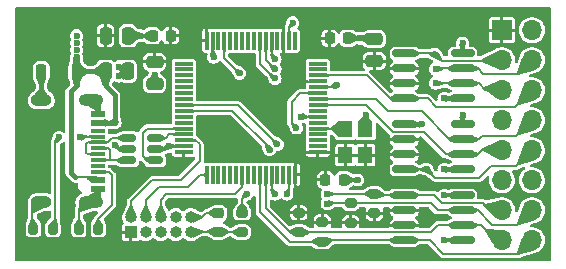
<source format=gbr>
%TF.GenerationSoftware,KiCad,Pcbnew,8.0.0*%
%TF.CreationDate,2024-03-25T21:44:05+01:00*%
%TF.ProjectId,expander-hw,65787061-6e64-4657-922d-68772e6b6963,rev?*%
%TF.SameCoordinates,Original*%
%TF.FileFunction,Copper,L1,Top*%
%TF.FilePolarity,Positive*%
%FSLAX46Y46*%
G04 Gerber Fmt 4.6, Leading zero omitted, Abs format (unit mm)*
G04 Created by KiCad (PCBNEW 8.0.0) date 2024-03-25 21:44:05*
%MOMM*%
%LPD*%
G01*
G04 APERTURE LIST*
G04 Aperture macros list*
%AMRoundRect*
0 Rectangle with rounded corners*
0 $1 Rounding radius*
0 $2 $3 $4 $5 $6 $7 $8 $9 X,Y pos of 4 corners*
0 Add a 4 corners polygon primitive as box body*
4,1,4,$2,$3,$4,$5,$6,$7,$8,$9,$2,$3,0*
0 Add four circle primitives for the rounded corners*
1,1,$1+$1,$2,$3*
1,1,$1+$1,$4,$5*
1,1,$1+$1,$6,$7*
1,1,$1+$1,$8,$9*
0 Add four rect primitives between the rounded corners*
20,1,$1+$1,$2,$3,$4,$5,0*
20,1,$1+$1,$4,$5,$6,$7,0*
20,1,$1+$1,$6,$7,$8,$9,0*
20,1,$1+$1,$8,$9,$2,$3,0*%
%AMFreePoly0*
4,1,9,3.862500,-0.866500,0.737500,-0.866500,0.737500,-0.450000,-0.737500,-0.450000,-0.737500,0.450000,0.737500,0.450000,0.737500,0.866500,3.862500,0.866500,3.862500,-0.866500,3.862500,-0.866500,$1*%
G04 Aperture macros list end*
%TA.AperFunction,SMDPad,CuDef*%
%ADD10RoundRect,0.225000X0.225000X0.250000X-0.225000X0.250000X-0.225000X-0.250000X0.225000X-0.250000X0*%
%TD*%
%TA.AperFunction,SMDPad,CuDef*%
%ADD11RoundRect,0.250000X-0.250000X-0.475000X0.250000X-0.475000X0.250000X0.475000X-0.250000X0.475000X0*%
%TD*%
%TA.AperFunction,SMDPad,CuDef*%
%ADD12RoundRect,0.250000X-0.475000X0.250000X-0.475000X-0.250000X0.475000X-0.250000X0.475000X0.250000X0*%
%TD*%
%TA.AperFunction,SMDPad,CuDef*%
%ADD13R,1.240000X0.600000*%
%TD*%
%TA.AperFunction,SMDPad,CuDef*%
%ADD14R,1.240000X0.300000*%
%TD*%
%TA.AperFunction,ComponentPad*%
%ADD15O,2.100000X1.000000*%
%TD*%
%TA.AperFunction,ComponentPad*%
%ADD16O,1.800000X1.000000*%
%TD*%
%TA.AperFunction,SMDPad,CuDef*%
%ADD17R,1.200000X1.400000*%
%TD*%
%TA.AperFunction,SMDPad,CuDef*%
%ADD18RoundRect,0.200000X0.200000X0.275000X-0.200000X0.275000X-0.200000X-0.275000X0.200000X-0.275000X0*%
%TD*%
%TA.AperFunction,ComponentPad*%
%ADD19R,1.000000X1.000000*%
%TD*%
%TA.AperFunction,ComponentPad*%
%ADD20O,1.000000X1.000000*%
%TD*%
%TA.AperFunction,SMDPad,CuDef*%
%ADD21RoundRect,0.200000X-0.275000X0.200000X-0.275000X-0.200000X0.275000X-0.200000X0.275000X0.200000X0*%
%TD*%
%TA.AperFunction,SMDPad,CuDef*%
%ADD22RoundRect,0.200000X0.275000X-0.200000X0.275000X0.200000X-0.275000X0.200000X-0.275000X-0.200000X0*%
%TD*%
%TA.AperFunction,SMDPad,CuDef*%
%ADD23RoundRect,0.250000X0.475000X-0.250000X0.475000X0.250000X-0.475000X0.250000X-0.475000X-0.250000X0*%
%TD*%
%TA.AperFunction,SMDPad,CuDef*%
%ADD24RoundRect,0.225000X-0.225000X-0.250000X0.225000X-0.250000X0.225000X0.250000X-0.225000X0.250000X0*%
%TD*%
%TA.AperFunction,SMDPad,CuDef*%
%ADD25RoundRect,0.225000X0.225000X-0.425000X0.225000X0.425000X-0.225000X0.425000X-0.225000X-0.425000X0*%
%TD*%
%TA.AperFunction,SMDPad,CuDef*%
%ADD26FreePoly0,90.000000*%
%TD*%
%TA.AperFunction,SMDPad,CuDef*%
%ADD27RoundRect,0.150000X-0.825000X-0.150000X0.825000X-0.150000X0.825000X0.150000X-0.825000X0.150000X0*%
%TD*%
%TA.AperFunction,SMDPad,CuDef*%
%ADD28RoundRect,0.150000X0.512500X0.150000X-0.512500X0.150000X-0.512500X-0.150000X0.512500X-0.150000X0*%
%TD*%
%TA.AperFunction,ComponentPad*%
%ADD29R,1.700000X1.700000*%
%TD*%
%TA.AperFunction,ComponentPad*%
%ADD30O,1.700000X1.700000*%
%TD*%
%TA.AperFunction,SMDPad,CuDef*%
%ADD31RoundRect,0.225000X-0.250000X0.225000X-0.250000X-0.225000X0.250000X-0.225000X0.250000X0.225000X0*%
%TD*%
%TA.AperFunction,SMDPad,CuDef*%
%ADD32RoundRect,0.075000X0.700000X0.075000X-0.700000X0.075000X-0.700000X-0.075000X0.700000X-0.075000X0*%
%TD*%
%TA.AperFunction,SMDPad,CuDef*%
%ADD33RoundRect,0.075000X0.075000X0.700000X-0.075000X0.700000X-0.075000X-0.700000X0.075000X-0.700000X0*%
%TD*%
%TA.AperFunction,ViaPad*%
%ADD34C,0.600000*%
%TD*%
%TA.AperFunction,Conductor*%
%ADD35C,0.200000*%
%TD*%
%TA.AperFunction,Conductor*%
%ADD36C,0.400000*%
%TD*%
G04 APERTURE END LIST*
D10*
%TO.P,C4,1*%
%TO.N,+3.3V*%
X121975000Y-93400000D03*
%TO.P,C4,2*%
%TO.N,GND*%
X120425000Y-93400000D03*
%TD*%
D11*
%TO.P,C8,1*%
%TO.N,+3.3V*%
X116450000Y-93400000D03*
%TO.P,C8,2*%
%TO.N,GND*%
X118350000Y-93400000D03*
%TD*%
D12*
%TO.P,C7,1*%
%TO.N,+3.3V*%
X120600000Y-95600000D03*
%TO.P,C7,2*%
%TO.N,GND*%
X120600000Y-97500000D03*
%TD*%
D13*
%TO.P,J2,A1,GND*%
%TO.N,GND*%
X115800000Y-99980000D03*
%TO.P,J2,A4,VBUS*%
%TO.N,VBUS*%
X115800000Y-100780000D03*
D14*
%TO.P,J2,A5,CC1*%
%TO.N,Net-(J2-CC1)*%
X115800000Y-101930000D03*
%TO.P,J2,A6,D+*%
%TO.N,Net-(J2-D+-PadA6)*%
X115800000Y-102930000D03*
%TO.P,J2,A7,D-*%
%TO.N,Net-(J2-D--PadA7)*%
X115800000Y-103430000D03*
%TO.P,J2,A8,SBU1*%
%TO.N,unconnected-(J2-SBU1-PadA8)*%
X115800000Y-104430000D03*
D13*
%TO.P,J2,A9,VBUS*%
%TO.N,VBUS*%
X115800000Y-105580000D03*
%TO.P,J2,A12,GND*%
%TO.N,GND*%
X115800000Y-106380000D03*
%TO.P,J2,B1,GND*%
X115800000Y-106380000D03*
%TO.P,J2,B4,VBUS*%
%TO.N,VBUS*%
X115800000Y-105580000D03*
D14*
%TO.P,J2,B5,CC2*%
%TO.N,Net-(J2-CC2)*%
X115800000Y-104930000D03*
%TO.P,J2,B6,D+*%
%TO.N,Net-(J2-D+-PadA6)*%
X115800000Y-103930000D03*
%TO.P,J2,B7,D-*%
%TO.N,Net-(J2-D--PadA7)*%
X115800000Y-102430000D03*
%TO.P,J2,B8,SBU2*%
%TO.N,unconnected-(J2-SBU2-PadB8)*%
X115800000Y-101430000D03*
D13*
%TO.P,J2,B9,VBUS*%
%TO.N,VBUS*%
X115800000Y-100780000D03*
%TO.P,J2,B12,GND*%
%TO.N,GND*%
X115800000Y-99980000D03*
D15*
%TO.P,J2,S1,SHIELD*%
X115200000Y-98860000D03*
D16*
X111000000Y-98860000D03*
D15*
X115200000Y-107500000D03*
D16*
X111000000Y-107500000D03*
%TD*%
D17*
%TO.P,X1,1,Tri-State*%
%TO.N,+3.3V*%
X138450000Y-103500000D03*
%TO.P,X1,2,GND*%
%TO.N,GND*%
X138450000Y-101300000D03*
%TO.P,X1,3,OUT*%
%TO.N,/PH0*%
X136750000Y-101300000D03*
%TO.P,X1,4,VDD*%
%TO.N,+3.3V*%
X136750000Y-103500000D03*
%TD*%
D18*
%TO.P,R2,1*%
%TO.N,Net-(J2-CC2)*%
X115825000Y-109750000D03*
%TO.P,R2,2*%
%TO.N,GND*%
X114175000Y-109750000D03*
%TD*%
D19*
%TO.P,J1,1,VTref*%
%TO.N,+3.3V*%
X118590000Y-110025000D03*
D20*
%TO.P,J1,2,SWDIO/TMS*%
%TO.N,/SWDIO*%
X118590000Y-108755000D03*
%TO.P,J1,3,GND*%
%TO.N,GND*%
X119860000Y-110025000D03*
%TO.P,J1,4,SWCLK/TCK*%
%TO.N,/SWDCLK*%
X119860000Y-108755000D03*
%TO.P,J1,5,GND*%
%TO.N,GND*%
X121130000Y-110025000D03*
%TO.P,J1,6,SWO/TDO*%
%TO.N,/SWO*%
X121130000Y-108755000D03*
%TO.P,J1,7,KEY*%
%TO.N,unconnected-(J1-KEY-Pad7)*%
X122400000Y-110025000D03*
%TO.P,J1,8,NC/TDI*%
%TO.N,unconnected-(J1-NC{slash}TDI-Pad8)*%
X122400000Y-108755000D03*
%TO.P,J1,9,GNDDetect*%
%TO.N,GND*%
X123670000Y-110025000D03*
%TO.P,J1,10,~{RESET}*%
%TO.N,/~{RESET}*%
X123670000Y-108755000D03*
%TD*%
D21*
%TO.P,R4,1*%
%TO.N,+3.3V*%
X132800000Y-108375000D03*
%TO.P,R4,2*%
%TO.N,/I2C1_SDA*%
X132800000Y-110025000D03*
%TD*%
D18*
%TO.P,R1,1*%
%TO.N,Net-(J2-CC1)*%
X111987500Y-109750000D03*
%TO.P,R1,2*%
%TO.N,GND*%
X110337500Y-109750000D03*
%TD*%
D22*
%TO.P,R7,1*%
%TO.N,GND*%
X128000000Y-110025000D03*
%TO.P,R7,2*%
%TO.N,Net-(U1-BOOT0)*%
X128000000Y-108375000D03*
%TD*%
D23*
%TO.P,C6,1*%
%TO.N,+3.3V*%
X139200000Y-95550000D03*
%TO.P,C6,2*%
%TO.N,GND*%
X139200000Y-93650000D03*
%TD*%
D24*
%TO.P,C2,1*%
%TO.N,+3.3V*%
X135050000Y-105600000D03*
%TO.P,C2,2*%
%TO.N,GND*%
X136600000Y-105600000D03*
%TD*%
D25*
%TO.P,U3,1,GND*%
%TO.N,GND*%
X111000000Y-96450000D03*
D26*
%TO.P,U3,2,VO*%
%TO.N,+3.3V*%
X112500000Y-96362500D03*
D25*
%TO.P,U3,3,VI*%
%TO.N,VBUS*%
X114000000Y-96450000D03*
%TD*%
D27*
%TO.P,U6,1,I/O1*%
%TO.N,/I2C3_SDA*%
X141725000Y-106895000D03*
%TO.P,U6,2,VBUS*%
%TO.N,+3.3V*%
X141725000Y-108165000D03*
%TO.P,U6,3,VBUS*%
X141725000Y-109435000D03*
%TO.P,U6,4,I/O2*%
%TO.N,/I2C1_SCL*%
X141725000Y-110705000D03*
%TO.P,U6,5,GND*%
%TO.N,GND*%
X146675000Y-110705000D03*
%TO.P,U6,6,I/O3*%
%TO.N,/I2C1_SDA*%
X146675000Y-109435000D03*
%TO.P,U6,7,I/O4*%
%TO.N,/I2C3_SCL*%
X146675000Y-108165000D03*
%TO.P,U6,8,GND*%
%TO.N,GND*%
X146675000Y-106895000D03*
%TD*%
%TO.P,U2,1,I/O1*%
%TO.N,/SPI2_SCK*%
X141725000Y-100895000D03*
%TO.P,U2,2,VBUS*%
%TO.N,+3.3V*%
X141725000Y-102165000D03*
%TO.P,U2,3,VBUS*%
X141725000Y-103435000D03*
%TO.P,U2,4,I/O2*%
%TO.N,/SPI2_CS*%
X141725000Y-104705000D03*
%TO.P,U2,5,GND*%
%TO.N,GND*%
X146675000Y-104705000D03*
%TO.P,U2,6,I/O3*%
%TO.N,/SPI2_MOSI*%
X146675000Y-103435000D03*
%TO.P,U2,7,I/O4*%
%TO.N,/SPI2_MISO*%
X146675000Y-102165000D03*
%TO.P,U2,8,GND*%
%TO.N,GND*%
X146675000Y-100895000D03*
%TD*%
D11*
%TO.P,C5,1*%
%TO.N,VBUS*%
X116450000Y-96400000D03*
%TO.P,C5,2*%
%TO.N,GND*%
X118350000Y-96400000D03*
%TD*%
D22*
%TO.P,R6,1*%
%TO.N,+3.3V*%
X139200000Y-108425000D03*
%TO.P,R6,2*%
%TO.N,/I2C3_SDA*%
X139200000Y-106775000D03*
%TD*%
%TO.P,R5,1*%
%TO.N,+3.3V*%
X137200000Y-109225000D03*
%TO.P,R5,2*%
%TO.N,/I2C3_SCL*%
X137200000Y-107575000D03*
%TD*%
D24*
%TO.P,C3,1*%
%TO.N,+3.3V*%
X135425000Y-93600000D03*
%TO.P,C3,2*%
%TO.N,GND*%
X136975000Y-93600000D03*
%TD*%
D28*
%TO.P,U5,1,I/O1*%
%TO.N,/D-*%
X120637500Y-103950000D03*
%TO.P,U5,2,GND*%
%TO.N,GND*%
X120637500Y-103000000D03*
%TO.P,U5,3,I/O2*%
%TO.N,/D+*%
X120637500Y-102050000D03*
%TO.P,U5,4,I/O2*%
%TO.N,Net-(J2-D--PadA7)*%
X118362500Y-102050000D03*
%TO.P,U5,5,VBUS*%
%TO.N,VBUS*%
X118362500Y-103000000D03*
%TO.P,U5,6,I/O1*%
%TO.N,Net-(J2-D+-PadA6)*%
X118362500Y-103950000D03*
%TD*%
D29*
%TO.P,J3,1,Pin_1*%
%TO.N,+3.3V*%
X150000000Y-92925000D03*
D30*
%TO.P,J3,2,Pin_2*%
%TO.N,VBUS*%
X152540000Y-92925000D03*
%TO.P,J3,3,Pin_3*%
%TO.N,/SPI1_SCK*%
X150000000Y-95465000D03*
%TO.P,J3,4,Pin_4*%
%TO.N,/SPI1_MISO*%
X152540000Y-95465000D03*
%TO.P,J3,5,Pin_5*%
%TO.N,/SPI1_MOSI*%
X150000000Y-98005000D03*
%TO.P,J3,6,Pin_6*%
%TO.N,/SPI1_CS*%
X152540000Y-98005000D03*
%TO.P,J3,7,Pin_7*%
%TO.N,/SPI2_SCK*%
X150000000Y-100545000D03*
%TO.P,J3,8,Pin_8*%
%TO.N,/SPI2_MISO*%
X152540000Y-100545000D03*
%TO.P,J3,9,Pin_9*%
%TO.N,/SPI2_MOSI*%
X150000000Y-103085000D03*
%TO.P,J3,10,Pin_10*%
%TO.N,/SPI2_CS*%
X152540000Y-103085000D03*
%TO.P,J3,11,Pin_11*%
%TO.N,GND*%
X150000000Y-105625000D03*
%TO.P,J3,12,Pin_12*%
X152540000Y-105625000D03*
%TO.P,J3,13,Pin_13*%
%TO.N,/I2C3_SDA*%
X150000000Y-108165000D03*
%TO.P,J3,14,Pin_14*%
%TO.N,/I2C3_SCL*%
X152540000Y-108165000D03*
%TO.P,J3,15,Pin_15*%
%TO.N,/I2C1_SDA*%
X150000000Y-110705000D03*
%TO.P,J3,16,Pin_16*%
%TO.N,/I2C1_SCL*%
X152540000Y-110705000D03*
%TD*%
D27*
%TO.P,U4,1,I/O1*%
%TO.N,/SPI1_SCK*%
X141725000Y-94895000D03*
%TO.P,U4,2,VBUS*%
%TO.N,+3.3V*%
X141725000Y-96165000D03*
%TO.P,U4,3,VBUS*%
X141725000Y-97435000D03*
%TO.P,U4,4,I/O2*%
%TO.N,/SPI1_CS*%
X141725000Y-98705000D03*
%TO.P,U4,5,GND*%
%TO.N,GND*%
X146675000Y-98705000D03*
%TO.P,U4,6,I/O3*%
%TO.N,/SPI1_MOSI*%
X146675000Y-97435000D03*
%TO.P,U4,7,I/O4*%
%TO.N,/SPI1_MISO*%
X146675000Y-96165000D03*
%TO.P,U4,8,GND*%
%TO.N,GND*%
X146675000Y-94895000D03*
%TD*%
D31*
%TO.P,C1,1*%
%TO.N,/~{RESET}*%
X126000000Y-108425000D03*
%TO.P,C1,2*%
%TO.N,GND*%
X126000000Y-109975000D03*
%TD*%
D21*
%TO.P,R3,1*%
%TO.N,+3.3V*%
X134800000Y-109175000D03*
%TO.P,R3,2*%
%TO.N,/I2C1_SCL*%
X134800000Y-110825000D03*
%TD*%
D32*
%TO.P,U1,1,VBAT*%
%TO.N,+3.3V*%
X134425000Y-103250000D03*
%TO.P,U1,2,PC13*%
%TO.N,unconnected-(U1-PC13-Pad2)*%
X134425000Y-102750000D03*
%TO.P,U1,3,PC14*%
%TO.N,unconnected-(U1-PC14-Pad3)*%
X134425000Y-102250000D03*
%TO.P,U1,4,PC15*%
%TO.N,unconnected-(U1-PC15-Pad4)*%
X134425000Y-101750000D03*
%TO.P,U1,5,PH0*%
%TO.N,/PH0*%
X134425000Y-101250000D03*
%TO.P,U1,6,PH1*%
%TO.N,/PH1*%
X134425000Y-100750000D03*
%TO.P,U1,7,NRST*%
%TO.N,/~{RESET}*%
X134425000Y-100250000D03*
%TO.P,U1,8,PC0*%
%TO.N,unconnected-(U1-PC0-Pad8)*%
X134425000Y-99750000D03*
%TO.P,U1,9,PC1*%
%TO.N,/SPI2_MOSI*%
X134425000Y-99250000D03*
%TO.P,U1,10,PC2*%
%TO.N,/SPI2_MISO*%
X134425000Y-98750000D03*
%TO.P,U1,11,PC3*%
%TO.N,/SPI2_CS*%
X134425000Y-98250000D03*
%TO.P,U1,12,VSSA*%
%TO.N,GND*%
X134425000Y-97750000D03*
%TO.P,U1,13,VDDA*%
%TO.N,+3.3V*%
X134425000Y-97250000D03*
%TO.P,U1,14,PA0*%
%TO.N,/SPI1_CS*%
X134425000Y-96750000D03*
%TO.P,U1,15,PA1*%
%TO.N,unconnected-(U1-PA1-Pad15)*%
X134425000Y-96250000D03*
%TO.P,U1,16,PA2*%
%TO.N,unconnected-(U1-PA2-Pad16)*%
X134425000Y-95750000D03*
D33*
%TO.P,U1,17,PA3*%
%TO.N,unconnected-(U1-PA3-Pad17)*%
X132500000Y-93825000D03*
%TO.P,U1,18,VSS*%
%TO.N,GND*%
X132000000Y-93825000D03*
%TO.P,U1,19,VDD*%
%TO.N,+3.3V*%
X131500000Y-93825000D03*
%TO.P,U1,20,PA4*%
%TO.N,unconnected-(U1-PA4-Pad20)*%
X131000000Y-93825000D03*
%TO.P,U1,21,PA5*%
%TO.N,/SPI1_SCK*%
X130500000Y-93825000D03*
%TO.P,U1,22,PA6*%
%TO.N,/SPI1_MISO*%
X130000000Y-93825000D03*
%TO.P,U1,23,PA7*%
%TO.N,/SPI1_MOSI*%
X129500000Y-93825000D03*
%TO.P,U1,24,PC4*%
%TO.N,unconnected-(U1-PC4-Pad24)*%
X129000000Y-93825000D03*
%TO.P,U1,25,PC5*%
%TO.N,unconnected-(U1-PC5-Pad25)*%
X128500000Y-93825000D03*
%TO.P,U1,26,PB0*%
%TO.N,unconnected-(U1-PB0-Pad26)*%
X128000000Y-93825000D03*
%TO.P,U1,27,PB1*%
%TO.N,unconnected-(U1-PB1-Pad27)*%
X127500000Y-93825000D03*
%TO.P,U1,28,PB2*%
%TO.N,unconnected-(U1-PB2-Pad28)*%
X127000000Y-93825000D03*
%TO.P,U1,29,PB10*%
%TO.N,/SPI2_SCK*%
X126500000Y-93825000D03*
%TO.P,U1,30,VCAP*%
%TO.N,unconnected-(U1-VCAP-Pad30)*%
X126000000Y-93825000D03*
%TO.P,U1,31,VSS*%
%TO.N,GND*%
X125500000Y-93825000D03*
%TO.P,U1,32,VDD*%
%TO.N,+3.3V*%
X125000000Y-93825000D03*
D32*
%TO.P,U1,33,PB12*%
%TO.N,unconnected-(U1-PB12-Pad33)*%
X123075000Y-95750000D03*
%TO.P,U1,34,PB13*%
%TO.N,unconnected-(U1-PB13-Pad34)*%
X123075000Y-96250000D03*
%TO.P,U1,35,PB14*%
%TO.N,unconnected-(U1-PB14-Pad35)*%
X123075000Y-96750000D03*
%TO.P,U1,36,PB15*%
%TO.N,unconnected-(U1-PB15-Pad36)*%
X123075000Y-97250000D03*
%TO.P,U1,37,PC6*%
%TO.N,unconnected-(U1-PC6-Pad37)*%
X123075000Y-97750000D03*
%TO.P,U1,38,PC7*%
%TO.N,unconnected-(U1-PC7-Pad38)*%
X123075000Y-98250000D03*
%TO.P,U1,39,PC8*%
%TO.N,unconnected-(U1-PC8-Pad39)*%
X123075000Y-98750000D03*
%TO.P,U1,40,PC9*%
%TO.N,/I2C3_SDA*%
X123075000Y-99250000D03*
%TO.P,U1,41,PA8*%
%TO.N,/I2C3_SCL*%
X123075000Y-99750000D03*
%TO.P,U1,42,PA9*%
%TO.N,unconnected-(U1-PA9-Pad42)*%
X123075000Y-100250000D03*
%TO.P,U1,43,PA10*%
%TO.N,unconnected-(U1-PA10-Pad43)*%
X123075000Y-100750000D03*
%TO.P,U1,44,PA11*%
%TO.N,/D-*%
X123075000Y-101250000D03*
%TO.P,U1,45,PA12*%
%TO.N,/D+*%
X123075000Y-101750000D03*
%TO.P,U1,46,PA13(JTMS)*%
%TO.N,/SWDIO*%
X123075000Y-102250000D03*
%TO.P,U1,47,VSS*%
%TO.N,GND*%
X123075000Y-102750000D03*
%TO.P,U1,48,VDD*%
%TO.N,+3.3V*%
X123075000Y-103250000D03*
D33*
%TO.P,U1,49,PA14(JTCK)*%
%TO.N,/SWDCLK*%
X125000000Y-105175000D03*
%TO.P,U1,50,PA15(JTDI)*%
%TO.N,unconnected-(U1-PA15(JTDI)-Pad50)*%
X125500000Y-105175000D03*
%TO.P,U1,51,PC10*%
%TO.N,unconnected-(U1-PC10-Pad51)*%
X126000000Y-105175000D03*
%TO.P,U1,52,PC11*%
%TO.N,unconnected-(U1-PC11-Pad52)*%
X126500000Y-105175000D03*
%TO.P,U1,53,PC12*%
%TO.N,unconnected-(U1-PC12-Pad53)*%
X127000000Y-105175000D03*
%TO.P,U1,54,PD2*%
%TO.N,unconnected-(U1-PD2-Pad54)*%
X127500000Y-105175000D03*
%TO.P,U1,55,PB3(JTDO)*%
%TO.N,/SWO*%
X128000000Y-105175000D03*
%TO.P,U1,56,PB4(NJTRST)*%
%TO.N,unconnected-(U1-PB4(NJTRST)-Pad56)*%
X128500000Y-105175000D03*
%TO.P,U1,57,PB5*%
%TO.N,unconnected-(U1-PB5-Pad57)*%
X129000000Y-105175000D03*
%TO.P,U1,58,PB6*%
%TO.N,/I2C1_SCL*%
X129500000Y-105175000D03*
%TO.P,U1,59,PB7*%
%TO.N,/I2C1_SDA*%
X130000000Y-105175000D03*
%TO.P,U1,60,BOOT0*%
%TO.N,Net-(U1-BOOT0)*%
X130500000Y-105175000D03*
%TO.P,U1,61,PB8*%
%TO.N,unconnected-(U1-PB8-Pad61)*%
X131000000Y-105175000D03*
%TO.P,U1,62,VCAP*%
%TO.N,unconnected-(U1-VCAP-Pad62)*%
X131500000Y-105175000D03*
%TO.P,U1,63,VSS*%
%TO.N,GND*%
X132000000Y-105175000D03*
%TO.P,U1,64,VDD*%
%TO.N,+3.3V*%
X132500000Y-105175000D03*
%TD*%
D34*
%TO.N,GND*%
X125600000Y-95200000D03*
X145105000Y-98705000D03*
X146675000Y-100125000D03*
X132300000Y-92300000D03*
X119400000Y-93400000D03*
X137800000Y-105600000D03*
X145105000Y-104705000D03*
X138482959Y-100117041D03*
X117600000Y-96000000D03*
X121800000Y-102750000D03*
X145095000Y-110705000D03*
X120600000Y-96750000D03*
X146675000Y-94000000D03*
X131800000Y-106800000D03*
X138000000Y-93600000D03*
X136000000Y-97600000D03*
X117600000Y-96800000D03*
X145095000Y-106895000D03*
%TO.N,/~{RESET}*%
X133000000Y-100250000D03*
%TO.N,Net-(J2-CC1)*%
X114250000Y-102000000D03*
X112500000Y-102000000D03*
%TO.N,VBUS*%
X114000000Y-93400000D03*
X114000000Y-94600000D03*
X114000000Y-95200000D03*
X117250000Y-100750000D03*
X117239720Y-102658809D03*
X114000000Y-94000000D03*
%TO.N,/I2C3_SDA*%
X131000000Y-102600000D03*
X135200000Y-106800000D03*
%TO.N,/I2C3_SCL*%
X135200000Y-107600000D03*
X130334358Y-103043761D03*
%TO.N,Net-(U1-BOOT0)*%
X130800000Y-106800000D03*
X128400000Y-106800000D03*
%TO.N,/SPI1_MISO*%
X144400000Y-96200000D03*
X130800000Y-96200000D03*
%TO.N,/SPI1_MOSI*%
X130800000Y-97000000D03*
X144400000Y-97400000D03*
%TO.N,/SPI1_SCK*%
X130800000Y-95400000D03*
X144400000Y-95000000D03*
%TO.N,/SPI2_SCK*%
X143200000Y-100895000D03*
X127800000Y-96566205D03*
%TO.N,/SPI2_CS*%
X143660000Y-104705000D03*
X132600000Y-101200000D03*
%TD*%
D35*
%TO.N,/SWDIO*%
X124400000Y-102600000D02*
X124050000Y-102250000D01*
X120400000Y-105600000D02*
X122800000Y-105600000D01*
X118590000Y-108755000D02*
X118590000Y-107410000D01*
X118590000Y-107410000D02*
X120400000Y-105600000D01*
X122800000Y-105600000D02*
X124400000Y-104000000D01*
X124400000Y-104000000D02*
X124400000Y-102600000D01*
X124050000Y-102250000D02*
X123075000Y-102250000D01*
%TO.N,GND*%
X114900000Y-107500000D02*
X114175000Y-108225000D01*
D36*
X115800000Y-99460000D02*
X115200000Y-98860000D01*
X118000000Y-96400000D02*
X117600000Y-96000000D01*
D35*
X145095000Y-110705000D02*
X146675000Y-110705000D01*
X132300000Y-92300000D02*
X132000000Y-92600000D01*
X146675000Y-94000000D02*
X146675000Y-94895000D01*
X138450000Y-100150000D02*
X138450000Y-101300000D01*
X125500000Y-95100000D02*
X125600000Y-95200000D01*
X126000000Y-109975000D02*
X123720000Y-109975000D01*
D36*
X120600000Y-97500000D02*
X120600000Y-96750000D01*
D35*
X125500000Y-93825000D02*
X125500000Y-95100000D01*
D36*
X118350000Y-96400000D02*
X118000000Y-96400000D01*
D35*
X126050000Y-110025000D02*
X126000000Y-109975000D01*
X115575000Y-107875000D02*
X115200000Y-107500000D01*
X119400000Y-93400000D02*
X120625000Y-93400000D01*
X128287500Y-110112500D02*
X128000000Y-110112500D01*
X131800000Y-106800000D02*
X132000000Y-106600000D01*
X121550000Y-103000000D02*
X120637500Y-103000000D01*
D36*
X118000000Y-96400000D02*
X117600000Y-96800000D01*
D35*
X114175000Y-108225000D02*
X114175000Y-109750000D01*
X145105000Y-104705000D02*
X146675000Y-104705000D01*
X136600000Y-105600000D02*
X137800000Y-105600000D01*
X132000000Y-106600000D02*
X132000000Y-105175000D01*
X132000000Y-92600000D02*
X132000000Y-93825000D01*
D36*
X115800000Y-106900000D02*
X115200000Y-107500000D01*
D35*
X138482959Y-100117041D02*
X138450000Y-100150000D01*
X128000000Y-110025000D02*
X126050000Y-110025000D01*
X146675000Y-100125000D02*
X146675000Y-100895000D01*
X121800000Y-102750000D02*
X121550000Y-103000000D01*
D36*
X111000000Y-96450000D02*
X111000000Y-98860000D01*
D35*
X138050000Y-93650000D02*
X138000000Y-93600000D01*
X145095000Y-106895000D02*
X146675000Y-106895000D01*
X115200000Y-107500000D02*
X114900000Y-107500000D01*
X145105000Y-98705000D02*
X146675000Y-98705000D01*
X121800000Y-102750000D02*
X123075000Y-102750000D01*
X136000000Y-97600000D02*
X135850000Y-97750000D01*
D36*
X115800000Y-106380000D02*
X115800000Y-106900000D01*
D35*
X135850000Y-97750000D02*
X134425000Y-97750000D01*
X138000000Y-93600000D02*
X136975000Y-93600000D01*
X139200000Y-93650000D02*
X138050000Y-93650000D01*
D36*
X118350000Y-93400000D02*
X119400000Y-93400000D01*
D35*
X110250000Y-108250000D02*
X111000000Y-107500000D01*
X123720000Y-109975000D02*
X123670000Y-110025000D01*
D36*
X115800000Y-99980000D02*
X115800000Y-99460000D01*
D35*
X110250000Y-109750000D02*
X110250000Y-108250000D01*
%TO.N,/SWDCLK*%
X125000000Y-105175000D02*
X124425000Y-105175000D01*
X124425000Y-105175000D02*
X123400000Y-106200000D01*
X123400000Y-106200000D02*
X121000000Y-106200000D01*
X121000000Y-106200000D02*
X119860000Y-107340000D01*
X119860000Y-107340000D02*
X119860000Y-108755000D01*
%TO.N,/~{RESET}*%
X124975000Y-108425000D02*
X124645000Y-108755000D01*
X123670000Y-108755000D02*
X124645000Y-108755000D01*
X133000000Y-100250000D02*
X134425000Y-100250000D01*
X126000000Y-108425000D02*
X124975000Y-108425000D01*
%TO.N,/SWO*%
X121130000Y-107270000D02*
X121130000Y-108755000D01*
X127391205Y-106800000D02*
X121600000Y-106800000D01*
X128000000Y-106191205D02*
X127391205Y-106800000D01*
X128000000Y-105175000D02*
X128000000Y-106191205D01*
X121600000Y-106800000D02*
X121130000Y-107270000D01*
%TO.N,Net-(J2-CC2)*%
X117000000Y-105200000D02*
X116730000Y-104930000D01*
X116730000Y-104930000D02*
X115800000Y-104930000D01*
X115825000Y-109750000D02*
X115825000Y-108875000D01*
X117000000Y-107700000D02*
X117000000Y-105200000D01*
X115825000Y-108875000D02*
X117000000Y-107700000D01*
%TO.N,Net-(J2-D--PadA7)*%
X114930000Y-103430000D02*
X115800000Y-103430000D01*
X114965000Y-102430000D02*
X114800000Y-102595000D01*
X116620000Y-102430000D02*
X117000000Y-102050000D01*
X118362500Y-102050000D02*
X117000000Y-102050000D01*
X114800000Y-103300000D02*
X114930000Y-103430000D01*
X115800000Y-102430000D02*
X116620000Y-102430000D01*
X114800000Y-102595000D02*
X114800000Y-103300000D01*
X115800000Y-102430000D02*
X114965000Y-102430000D01*
%TO.N,Net-(J2-D+-PadA6)*%
X116790000Y-103950000D02*
X118362500Y-103950000D01*
X116800000Y-103067618D02*
X116800000Y-103800000D01*
X116800000Y-103800000D02*
X116720000Y-103880000D01*
X116662382Y-102930000D02*
X116800000Y-103067618D01*
X116720000Y-103880000D02*
X116790000Y-103950000D01*
X116670000Y-103930000D02*
X115800000Y-103930000D01*
X116720000Y-103880000D02*
X116670000Y-103930000D01*
X115800000Y-102930000D02*
X116662382Y-102930000D01*
%TO.N,Net-(J2-CC1)*%
X115800000Y-101930000D02*
X114320000Y-101930000D01*
X112200000Y-102300000D02*
X112500000Y-102000000D01*
X112200000Y-109625000D02*
X112200000Y-102300000D01*
X112075000Y-109750000D02*
X112200000Y-109625000D01*
X114320000Y-101930000D02*
X114250000Y-102000000D01*
D36*
%TO.N,VBUS*%
X116450000Y-96400000D02*
X114050000Y-96400000D01*
X113500000Y-98100000D02*
X114000000Y-97600000D01*
X117250000Y-98450000D02*
X117250000Y-100750000D01*
X114000000Y-96450000D02*
X114000000Y-95200000D01*
X113500000Y-105000000D02*
X113500000Y-101000000D01*
X116450000Y-97650000D02*
X117250000Y-98450000D01*
D35*
X113535000Y-100965000D02*
X113500000Y-101000000D01*
X117220000Y-100780000D02*
X117250000Y-100750000D01*
D36*
X113895000Y-105395000D02*
X113500000Y-105000000D01*
D35*
X117580911Y-103000000D02*
X117239720Y-102658809D01*
D36*
X114000000Y-97600000D02*
X114000000Y-96450000D01*
X114050000Y-96400000D02*
X114000000Y-96450000D01*
D35*
X115800000Y-105580000D02*
X115615000Y-105395000D01*
D36*
X113500000Y-101000000D02*
X113500000Y-98100000D01*
D35*
X115615000Y-105395000D02*
X113895000Y-105395000D01*
D36*
X116450000Y-96400000D02*
X116450000Y-97650000D01*
D35*
X118362500Y-103000000D02*
X117580911Y-103000000D01*
D36*
X115800000Y-100780000D02*
X117220000Y-100780000D01*
D35*
%TO.N,/I2C3_SDA*%
X141725000Y-106895000D02*
X139320000Y-106895000D01*
X127650000Y-99250000D02*
X123075000Y-99250000D01*
X144916471Y-107565000D02*
X148365000Y-107565000D01*
X139320000Y-106895000D02*
X139200000Y-106775000D01*
X139175000Y-106800000D02*
X139200000Y-106775000D01*
X131000000Y-102600000D02*
X127650000Y-99250000D01*
X135200000Y-106800000D02*
X139175000Y-106800000D01*
X148965000Y-108165000D02*
X150000000Y-108165000D01*
X148365000Y-107565000D02*
X148965000Y-108165000D01*
X144246471Y-106895000D02*
X144916471Y-107565000D01*
X141725000Y-106895000D02*
X144246471Y-106895000D01*
%TO.N,/I2C3_SCL*%
X151305000Y-109400000D02*
X152540000Y-108165000D01*
X147966082Y-108165000D02*
X149201082Y-109400000D01*
X127150000Y-99750000D02*
X123075000Y-99750000D01*
X130334358Y-102934358D02*
X127150000Y-99750000D01*
X144565000Y-108165000D02*
X146675000Y-108165000D01*
X130334358Y-103043761D02*
X130334358Y-102934358D01*
X143965000Y-107565000D02*
X144565000Y-108165000D01*
X135235000Y-107565000D02*
X143965000Y-107565000D01*
X135200000Y-107600000D02*
X135235000Y-107565000D01*
X149201082Y-109400000D02*
X151305000Y-109400000D01*
X146675000Y-108165000D02*
X147966082Y-108165000D01*
%TO.N,/I2C1_SDA*%
X144565000Y-109435000D02*
X143965000Y-110035000D01*
X130000000Y-108000000D02*
X132025000Y-110025000D01*
X146675000Y-109435000D02*
X144565000Y-109435000D01*
X149505000Y-110705000D02*
X150000000Y-110705000D01*
X143965000Y-110035000D02*
X132810000Y-110035000D01*
X130000000Y-105175000D02*
X130000000Y-108000000D01*
X148235000Y-109435000D02*
X149505000Y-110705000D01*
X132810000Y-110035000D02*
X132800000Y-110025000D01*
X132025000Y-110025000D02*
X132800000Y-110025000D01*
X146675000Y-109435000D02*
X148235000Y-109435000D01*
%TO.N,/I2C1_SCL*%
X132025000Y-110825000D02*
X134800000Y-110825000D01*
X143905000Y-110705000D02*
X141725000Y-110705000D01*
X145055000Y-111855000D02*
X143905000Y-110705000D01*
X152540000Y-110705000D02*
X151390000Y-111855000D01*
X129500000Y-108300000D02*
X132025000Y-110825000D01*
X129500000Y-105175000D02*
X129500000Y-108300000D01*
X151390000Y-111855000D02*
X145055000Y-111855000D01*
X134920000Y-110705000D02*
X134800000Y-110825000D01*
X141725000Y-110705000D02*
X134920000Y-110705000D01*
%TO.N,/D-*%
X120637500Y-103950000D02*
X119950000Y-103950000D01*
X119600000Y-101600000D02*
X119950000Y-101250000D01*
X119950000Y-103950000D02*
X119600000Y-103600000D01*
X119600000Y-103600000D02*
X119600000Y-101600000D01*
X119950000Y-101250000D02*
X123075000Y-101250000D01*
%TO.N,/D+*%
X123075000Y-101750000D02*
X121850000Y-101750000D01*
X121550000Y-102050000D02*
X120637500Y-102050000D01*
X121850000Y-101750000D02*
X121550000Y-102050000D01*
%TO.N,Net-(U1-BOOT0)*%
X130500000Y-106500000D02*
X130500000Y-105175000D01*
X130800000Y-106800000D02*
X130500000Y-106500000D01*
X128000000Y-107200000D02*
X128400000Y-106800000D01*
X128000000Y-108287500D02*
X128000000Y-107200000D01*
%TO.N,/PH0*%
X136700000Y-101250000D02*
X136750000Y-101300000D01*
X134425000Y-101250000D02*
X136700000Y-101250000D01*
%TO.N,/SPI1_CS*%
X140505000Y-98705000D02*
X141725000Y-98705000D01*
X138550000Y-96750000D02*
X140505000Y-98705000D01*
X141725000Y-98705000D02*
X143705000Y-98705000D01*
X143705000Y-98705000D02*
X144395000Y-99395000D01*
X151150000Y-99395000D02*
X152540000Y-98005000D01*
X144395000Y-99395000D02*
X151150000Y-99395000D01*
X134425000Y-96750000D02*
X138550000Y-96750000D01*
%TO.N,/SPI1_MISO*%
X148415000Y-96615000D02*
X151390000Y-96615000D01*
X151390000Y-96615000D02*
X152540000Y-95465000D01*
X130000000Y-95448529D02*
X130751471Y-96200000D01*
X146675000Y-96165000D02*
X144435000Y-96165000D01*
X147965000Y-96165000D02*
X148415000Y-96615000D01*
X144435000Y-96165000D02*
X144400000Y-96200000D01*
X130751471Y-96200000D02*
X130800000Y-96200000D01*
X146675000Y-96165000D02*
X147965000Y-96165000D01*
X130000000Y-93825000D02*
X130000000Y-95448529D01*
%TO.N,/SPI1_MOSI*%
X130734314Y-97000000D02*
X129500000Y-95765686D01*
X144435000Y-97435000D02*
X144400000Y-97400000D01*
X146675000Y-97435000D02*
X144435000Y-97435000D01*
X148605000Y-98005000D02*
X148035000Y-97435000D01*
X130800000Y-97000000D02*
X130734314Y-97000000D01*
X148035000Y-97435000D02*
X146675000Y-97435000D01*
X150000000Y-98005000D02*
X148605000Y-98005000D01*
X129500000Y-95765686D02*
X129500000Y-93825000D01*
%TO.N,/SPI1_SCK*%
X149970000Y-95495000D02*
X150000000Y-95465000D01*
X144400000Y-95000000D02*
X144895000Y-95495000D01*
X130500000Y-95100000D02*
X130500000Y-93825000D01*
X144895000Y-95495000D02*
X149970000Y-95495000D01*
X130800000Y-95400000D02*
X130500000Y-95100000D01*
X141725000Y-94895000D02*
X144295000Y-94895000D01*
X144295000Y-94895000D02*
X144400000Y-95000000D01*
%TO.N,/SPI2_MISO*%
X134425000Y-98750000D02*
X139350000Y-98750000D01*
X148335000Y-101865000D02*
X151220000Y-101865000D01*
X140400000Y-99800000D02*
X143200000Y-99800000D01*
X148035000Y-102165000D02*
X148335000Y-101865000D01*
X139350000Y-98750000D02*
X140400000Y-99800000D01*
X146675000Y-102165000D02*
X148035000Y-102165000D01*
X143200000Y-99800000D02*
X145565000Y-102165000D01*
X145565000Y-102165000D02*
X146675000Y-102165000D01*
X151220000Y-101865000D02*
X152540000Y-100545000D01*
%TO.N,/SPI2_MOSI*%
X148315000Y-103085000D02*
X150000000Y-103085000D01*
X140779448Y-101565000D02*
X143365000Y-101565000D01*
X143365000Y-101565000D02*
X145235000Y-103435000D01*
X147965000Y-103435000D02*
X148315000Y-103085000D01*
X146675000Y-103435000D02*
X147965000Y-103435000D01*
X145235000Y-103435000D02*
X146675000Y-103435000D01*
X138464448Y-99250000D02*
X140779448Y-101565000D01*
X134425000Y-99250000D02*
X138464448Y-99250000D01*
%TO.N,/SPI2_SCK*%
X127766205Y-96566205D02*
X126500000Y-95300000D01*
X127800000Y-96566205D02*
X127766205Y-96566205D01*
X126500000Y-95300000D02*
X126500000Y-93825000D01*
X143200000Y-100895000D02*
X141725000Y-100895000D01*
%TO.N,/SPI2_CS*%
X132200000Y-99000000D02*
X132950000Y-98250000D01*
X151225000Y-104400000D02*
X152540000Y-103085000D01*
X149099327Y-104400000D02*
X151225000Y-104400000D01*
X132600000Y-101200000D02*
X132200000Y-100800000D01*
X148099327Y-105400000D02*
X149099327Y-104400000D01*
X132950000Y-98250000D02*
X134425000Y-98250000D01*
X132200000Y-100800000D02*
X132200000Y-99000000D01*
X144355000Y-105400000D02*
X148099327Y-105400000D01*
X141725000Y-104705000D02*
X143660000Y-104705000D01*
X143660000Y-104705000D02*
X144355000Y-105400000D01*
%TD*%
%TA.AperFunction,Conductor*%
%TO.N,+3.3V*%
G36*
X154143039Y-91019685D02*
G01*
X154188794Y-91072489D01*
X154200000Y-91124000D01*
X154200000Y-112376000D01*
X154180315Y-112443039D01*
X154127511Y-112488794D01*
X154076000Y-112500000D01*
X108874000Y-112500000D01*
X108806961Y-112480315D01*
X108761206Y-112427511D01*
X108750000Y-112376000D01*
X108750000Y-110079269D01*
X109687000Y-110079269D01*
X109689853Y-110109699D01*
X109689853Y-110109701D01*
X109730882Y-110226951D01*
X109734707Y-110237882D01*
X109815350Y-110347150D01*
X109924618Y-110427793D01*
X109953445Y-110437880D01*
X110052799Y-110472646D01*
X110083230Y-110475500D01*
X110083234Y-110475500D01*
X110591770Y-110475500D01*
X110622199Y-110472646D01*
X110622201Y-110472646D01*
X110686290Y-110450219D01*
X110750382Y-110427793D01*
X110859650Y-110347150D01*
X110940293Y-110237882D01*
X110969470Y-110154500D01*
X110985146Y-110109701D01*
X110985146Y-110109699D01*
X110988000Y-110079269D01*
X110988000Y-109420730D01*
X110985146Y-109390303D01*
X110985146Y-109390301D01*
X110940293Y-109262118D01*
X110940286Y-109262108D01*
X110894742Y-109200397D01*
X110881589Y-109177992D01*
X110881310Y-109177377D01*
X110881308Y-109177374D01*
X110881307Y-109177372D01*
X110623739Y-108818272D01*
X110600661Y-108752323D01*
X110600500Y-108746000D01*
X110600500Y-108633474D01*
X110620185Y-108566435D01*
X110672989Y-108520680D01*
X110674452Y-108520022D01*
X111262337Y-108261023D01*
X111312330Y-108250500D01*
X111473920Y-108250500D01*
X111599598Y-108225500D01*
X111618913Y-108221658D01*
X111678050Y-108197162D01*
X111747515Y-108189694D01*
X111809995Y-108220968D01*
X111845648Y-108281057D01*
X111849500Y-108311724D01*
X111849500Y-108718925D01*
X111829815Y-108785964D01*
X111814675Y-108805086D01*
X111518966Y-109111138D01*
X111503428Y-109124745D01*
X111465349Y-109152849D01*
X111384707Y-109262118D01*
X111384706Y-109262119D01*
X111339853Y-109390298D01*
X111339853Y-109390300D01*
X111337000Y-109420730D01*
X111337000Y-110079269D01*
X111339853Y-110109699D01*
X111339853Y-110109701D01*
X111380882Y-110226951D01*
X111384707Y-110237882D01*
X111465350Y-110347150D01*
X111574618Y-110427793D01*
X111603445Y-110437880D01*
X111702799Y-110472646D01*
X111733230Y-110475500D01*
X111733234Y-110475500D01*
X112241770Y-110475500D01*
X112272199Y-110472646D01*
X112272201Y-110472646D01*
X112336290Y-110450219D01*
X112400382Y-110427793D01*
X112509650Y-110347150D01*
X112590293Y-110237882D01*
X112619470Y-110154500D01*
X112635146Y-110109701D01*
X112635146Y-110109699D01*
X112638000Y-110079269D01*
X112638000Y-109458453D01*
X112638161Y-109452139D01*
X112638436Y-109446745D01*
X112639250Y-109430784D01*
X112638860Y-109428122D01*
X112638095Y-109421743D01*
X112635146Y-109390303D01*
X112635145Y-109390300D01*
X112635144Y-109390295D01*
X112633536Y-109382930D01*
X112633567Y-109382923D01*
X112630284Y-109369563D01*
X112625857Y-109339331D01*
X112554269Y-108850470D01*
X112554267Y-108850463D01*
X112553635Y-108847703D01*
X112550500Y-108819997D01*
X112550500Y-102688198D01*
X112570185Y-102621159D01*
X112608340Y-102583323D01*
X112742786Y-102498518D01*
X112742788Y-102498515D01*
X112746815Y-102495976D01*
X112747145Y-102496499D01*
X112766782Y-102485351D01*
X112777625Y-102480861D01*
X112850014Y-102425314D01*
X112915182Y-102400120D01*
X112983627Y-102414158D01*
X113033617Y-102462971D01*
X113049500Y-102523690D01*
X113049500Y-105059309D01*
X113065637Y-105119533D01*
X113080199Y-105173885D01*
X113111053Y-105227324D01*
X113139511Y-105276614D01*
X113618386Y-105755489D01*
X113618388Y-105755490D01*
X113618392Y-105755493D01*
X113672440Y-105786697D01*
X113721113Y-105814798D01*
X113835690Y-105845499D01*
X113835693Y-105845499D01*
X113954307Y-105845499D01*
X113954309Y-105845499D01*
X113954310Y-105845498D01*
X113962365Y-105844438D01*
X113962635Y-105846491D01*
X114021426Y-105847880D01*
X114079295Y-105887032D01*
X114106811Y-105951255D01*
X114104331Y-105986016D01*
X114105561Y-105986178D01*
X114104500Y-105994232D01*
X114104500Y-105994234D01*
X114104500Y-106145766D01*
X114119166Y-106200500D01*
X114143719Y-106292136D01*
X114171427Y-106340126D01*
X114219485Y-106423365D01*
X114326635Y-106530515D01*
X114402445Y-106574284D01*
X114450659Y-106624850D01*
X114463883Y-106693457D01*
X114437915Y-106758321D01*
X114387897Y-106796231D01*
X114294508Y-106834914D01*
X114294498Y-106834919D01*
X114171584Y-106917048D01*
X114171580Y-106917051D01*
X114067051Y-107021580D01*
X114067048Y-107021584D01*
X113984919Y-107144498D01*
X113984912Y-107144511D01*
X113928343Y-107281082D01*
X113928340Y-107281092D01*
X113899500Y-107426079D01*
X113899500Y-107573922D01*
X113921833Y-107686197D01*
X113922309Y-107732047D01*
X113867677Y-108040000D01*
X113867310Y-108042066D01*
X113852625Y-108082369D01*
X113851252Y-108084749D01*
X113851230Y-108084787D01*
X113848385Y-108089713D01*
X113824500Y-108178856D01*
X113824500Y-108277807D01*
X113823428Y-108294079D01*
X113822922Y-108297901D01*
X113822741Y-108299944D01*
X113821757Y-108322347D01*
X113821757Y-108322350D01*
X113822117Y-108324156D01*
X113824500Y-108348351D01*
X113824500Y-108769262D01*
X113809424Y-108828520D01*
X113581343Y-109247765D01*
X113572212Y-109262108D01*
X113572203Y-109262124D01*
X113569085Y-109271035D01*
X113567979Y-109274069D01*
X113545665Y-109332863D01*
X113543713Y-109341306D01*
X113539945Y-109354315D01*
X113527353Y-109390303D01*
X113524500Y-109420730D01*
X113524500Y-110079269D01*
X113527353Y-110109699D01*
X113527353Y-110109701D01*
X113568382Y-110226951D01*
X113572207Y-110237882D01*
X113652850Y-110347150D01*
X113762118Y-110427793D01*
X113790945Y-110437880D01*
X113890299Y-110472646D01*
X113920730Y-110475500D01*
X113920734Y-110475500D01*
X114429270Y-110475500D01*
X114459699Y-110472646D01*
X114459701Y-110472646D01*
X114523790Y-110450219D01*
X114587882Y-110427793D01*
X114697150Y-110347150D01*
X114777793Y-110237882D01*
X114806970Y-110154500D01*
X114822646Y-110109701D01*
X114822646Y-110109699D01*
X114825500Y-110079269D01*
X114825500Y-109420730D01*
X114822646Y-109390300D01*
X114822646Y-109390298D01*
X114777792Y-109262115D01*
X114777784Y-109262101D01*
X114768646Y-109247751D01*
X114540575Y-108828519D01*
X114525500Y-108769262D01*
X114525500Y-108616172D01*
X114545185Y-108549133D01*
X114597989Y-108503378D01*
X114613153Y-108497619D01*
X115341186Y-108274437D01*
X115401505Y-108255946D01*
X115437848Y-108250500D01*
X115654456Y-108250500D01*
X115721495Y-108270185D01*
X115767250Y-108322989D01*
X115777194Y-108392147D01*
X115748169Y-108455703D01*
X115742137Y-108462181D01*
X115544531Y-108659786D01*
X115544529Y-108659789D01*
X115498387Y-108739710D01*
X115498383Y-108739721D01*
X115493117Y-108759369D01*
X115482269Y-108786525D01*
X115231343Y-109247765D01*
X115222212Y-109262108D01*
X115222203Y-109262124D01*
X115219085Y-109271035D01*
X115217979Y-109274069D01*
X115195665Y-109332863D01*
X115193713Y-109341306D01*
X115189945Y-109354315D01*
X115177353Y-109390303D01*
X115174500Y-109420730D01*
X115174500Y-110079269D01*
X115177353Y-110109699D01*
X115177353Y-110109701D01*
X115218382Y-110226951D01*
X115222207Y-110237882D01*
X115302850Y-110347150D01*
X115412118Y-110427793D01*
X115440945Y-110437880D01*
X115540299Y-110472646D01*
X115570730Y-110475500D01*
X115570734Y-110475500D01*
X116079270Y-110475500D01*
X116109699Y-110472646D01*
X116109701Y-110472646D01*
X116173790Y-110450219D01*
X116237882Y-110427793D01*
X116347150Y-110347150D01*
X116427793Y-110237882D01*
X116456970Y-110154500D01*
X116472646Y-110109701D01*
X116472646Y-110109699D01*
X116475500Y-110079269D01*
X116475500Y-109420730D01*
X116472646Y-109390300D01*
X116472646Y-109390298D01*
X116427792Y-109262115D01*
X116427788Y-109262108D01*
X116418645Y-109247749D01*
X116390800Y-109196566D01*
X116297079Y-109024293D01*
X116282334Y-108956000D01*
X116306852Y-108890574D01*
X116318316Y-108877365D01*
X117280470Y-107915212D01*
X117326614Y-107835288D01*
X117332184Y-107814500D01*
X117350500Y-107746144D01*
X117350500Y-105153856D01*
X117326614Y-105064712D01*
X117326012Y-105063670D01*
X117314945Y-105044501D01*
X117314944Y-105044500D01*
X117280470Y-104984788D01*
X116945212Y-104649530D01*
X116945211Y-104649529D01*
X116945208Y-104649527D01*
X116865286Y-104603385D01*
X116865288Y-104603385D01*
X116860325Y-104602056D01*
X116794983Y-104584548D01*
X116776144Y-104579500D01*
X116776143Y-104579500D01*
X116768294Y-104577397D01*
X116768782Y-104575573D01*
X116714403Y-104551506D01*
X116675941Y-104493175D01*
X116670500Y-104456846D01*
X116670500Y-104424500D01*
X116690185Y-104357461D01*
X116742989Y-104311706D01*
X116794500Y-104300500D01*
X117303174Y-104300500D01*
X117356863Y-104312725D01*
X117676771Y-104466392D01*
X117691930Y-104473078D01*
X117692436Y-104473281D01*
X117693334Y-104473644D01*
X117713828Y-104481128D01*
X117722759Y-104485016D01*
X117724698Y-104485647D01*
X117818475Y-104500499D01*
X117818481Y-104500500D01*
X118906518Y-104500499D01*
X119000304Y-104485646D01*
X119113342Y-104428050D01*
X119203050Y-104338342D01*
X119260646Y-104225304D01*
X119260646Y-104225302D01*
X119260647Y-104225301D01*
X119271860Y-104154500D01*
X119275500Y-104131519D01*
X119275499Y-104070542D01*
X119295183Y-104003505D01*
X119347986Y-103957749D01*
X119417144Y-103947805D01*
X119480700Y-103976829D01*
X119487180Y-103982862D01*
X119491788Y-103987470D01*
X119506374Y-104005027D01*
X119514820Y-104017345D01*
X119514824Y-104017350D01*
X119729521Y-104226954D01*
X119736158Y-104233433D01*
X119760019Y-104265864D01*
X119796950Y-104338343D01*
X119886652Y-104428045D01*
X119886654Y-104428046D01*
X119886658Y-104428050D01*
X119987428Y-104479395D01*
X119999698Y-104485647D01*
X120093475Y-104500499D01*
X120093481Y-104500500D01*
X121181518Y-104500499D01*
X121275304Y-104485646D01*
X121388342Y-104428050D01*
X121478050Y-104338342D01*
X121535646Y-104225304D01*
X121535646Y-104225302D01*
X121535647Y-104225301D01*
X121546860Y-104154500D01*
X121550500Y-104131519D01*
X121550499Y-103768482D01*
X121535646Y-103674696D01*
X121479228Y-103563971D01*
X121466333Y-103495304D01*
X121492609Y-103430563D01*
X121529055Y-103399527D01*
X121621518Y-103347670D01*
X121650082Y-103336047D01*
X121650381Y-103335966D01*
X121685288Y-103326614D01*
X121685293Y-103326611D01*
X121692798Y-103323503D01*
X121693585Y-103325405D01*
X121729140Y-103313927D01*
X121815110Y-103305270D01*
X121820519Y-103303768D01*
X121837486Y-103300314D01*
X121915319Y-103290067D01*
X121984352Y-103300832D01*
X122036608Y-103347212D01*
X122054441Y-103396819D01*
X122056230Y-103410411D01*
X122056232Y-103410417D01*
X122104668Y-103514288D01*
X122185711Y-103595331D01*
X122289582Y-103643767D01*
X122289590Y-103643769D01*
X122336904Y-103649998D01*
X122336921Y-103649999D01*
X122949999Y-103649999D01*
X122950000Y-103649998D01*
X122950000Y-103274499D01*
X122969685Y-103207460D01*
X123022489Y-103161705D01*
X123073997Y-103150499D01*
X123076001Y-103150499D01*
X123143039Y-103170184D01*
X123188794Y-103222988D01*
X123200000Y-103274499D01*
X123200000Y-103649999D01*
X123813078Y-103649999D01*
X123860416Y-103643767D01*
X123873091Y-103637857D01*
X123942168Y-103627362D01*
X124005953Y-103655880D01*
X124044195Y-103714355D01*
X124049500Y-103750237D01*
X124049500Y-103803456D01*
X124029815Y-103870495D01*
X124013181Y-103891137D01*
X122691137Y-105213181D01*
X122629814Y-105246666D01*
X122603456Y-105249500D01*
X120353854Y-105249500D01*
X120297082Y-105264712D01*
X120297081Y-105264711D01*
X120264716Y-105273384D01*
X120264709Y-105273387D01*
X120184791Y-105319527D01*
X120184786Y-105319531D01*
X118309529Y-107194788D01*
X118286526Y-107234631D01*
X118267080Y-107268314D01*
X118264658Y-107272509D01*
X118263386Y-107274712D01*
X118239500Y-107363856D01*
X118239500Y-107662774D01*
X118228680Y-107713431D01*
X117899803Y-108448217D01*
X117898286Y-108451668D01*
X117898220Y-108451823D01*
X117896982Y-108454745D01*
X117896979Y-108454753D01*
X117894676Y-108466214D01*
X117890150Y-108482729D01*
X117853686Y-108586941D01*
X117834751Y-108754997D01*
X117834751Y-108755002D01*
X117853685Y-108923056D01*
X117888360Y-109022149D01*
X117909167Y-109081614D01*
X117909545Y-109082692D01*
X117961438Y-109165279D01*
X117980438Y-109232516D01*
X117960070Y-109299351D01*
X117925336Y-109334352D01*
X117909760Y-109344759D01*
X117854505Y-109427455D01*
X117854503Y-109427459D01*
X117840000Y-109500371D01*
X117840000Y-109900000D01*
X118287030Y-109900000D01*
X118265000Y-109982213D01*
X118265000Y-110067787D01*
X118287030Y-110150000D01*
X117840000Y-110150000D01*
X117840000Y-110549628D01*
X117854503Y-110622540D01*
X117854505Y-110622544D01*
X117909760Y-110705239D01*
X117992455Y-110760494D01*
X117992459Y-110760496D01*
X118065371Y-110774999D01*
X118065374Y-110775000D01*
X118465000Y-110775000D01*
X118465000Y-110327970D01*
X118547213Y-110350000D01*
X118632787Y-110350000D01*
X118715000Y-110327970D01*
X118715000Y-110775000D01*
X119114626Y-110775000D01*
X119114628Y-110774999D01*
X119187540Y-110760496D01*
X119187544Y-110760494D01*
X119270238Y-110705240D01*
X119280643Y-110689668D01*
X119334254Y-110644861D01*
X119403579Y-110636151D01*
X119449720Y-110653561D01*
X119532310Y-110705456D01*
X119653621Y-110747904D01*
X119691943Y-110761314D01*
X119859997Y-110780249D01*
X119860000Y-110780249D01*
X119860003Y-110780249D01*
X120028056Y-110761314D01*
X120030394Y-110760496D01*
X120187690Y-110705456D01*
X120187692Y-110705454D01*
X120187694Y-110705454D01*
X120187697Y-110705452D01*
X120330884Y-110615481D01*
X120330885Y-110615480D01*
X120330890Y-110615477D01*
X120407319Y-110539048D01*
X120468642Y-110505563D01*
X120538334Y-110510547D01*
X120582681Y-110539048D01*
X120659109Y-110615476D01*
X120659115Y-110615481D01*
X120802302Y-110705452D01*
X120802305Y-110705454D01*
X120802309Y-110705455D01*
X120802310Y-110705456D01*
X120874913Y-110730860D01*
X120961943Y-110761314D01*
X121129997Y-110780249D01*
X121130000Y-110780249D01*
X121130003Y-110780249D01*
X121298056Y-110761314D01*
X121300394Y-110760496D01*
X121457690Y-110705456D01*
X121457692Y-110705454D01*
X121457694Y-110705454D01*
X121457697Y-110705452D01*
X121600884Y-110615481D01*
X121600885Y-110615480D01*
X121600890Y-110615477D01*
X121677319Y-110539048D01*
X121738642Y-110505563D01*
X121808334Y-110510547D01*
X121852681Y-110539048D01*
X121929109Y-110615476D01*
X121929115Y-110615481D01*
X122072302Y-110705452D01*
X122072305Y-110705454D01*
X122072309Y-110705455D01*
X122072310Y-110705456D01*
X122144913Y-110730860D01*
X122231943Y-110761314D01*
X122399997Y-110780249D01*
X122400000Y-110780249D01*
X122400003Y-110780249D01*
X122568056Y-110761314D01*
X122570394Y-110760496D01*
X122727690Y-110705456D01*
X122727692Y-110705454D01*
X122727694Y-110705454D01*
X122727697Y-110705452D01*
X122870884Y-110615481D01*
X122870885Y-110615480D01*
X122870890Y-110615477D01*
X122947319Y-110539048D01*
X123008642Y-110505563D01*
X123078334Y-110510547D01*
X123122681Y-110539048D01*
X123199109Y-110615476D01*
X123199115Y-110615481D01*
X123342302Y-110705452D01*
X123342305Y-110705454D01*
X123342309Y-110705455D01*
X123342310Y-110705456D01*
X123414913Y-110730860D01*
X123501943Y-110761314D01*
X123669997Y-110780249D01*
X123670000Y-110780249D01*
X123670003Y-110780249D01*
X123838059Y-110761313D01*
X123838061Y-110761313D01*
X123917874Y-110733384D01*
X123997690Y-110705456D01*
X124005299Y-110700674D01*
X124014439Y-110695458D01*
X124025666Y-110689668D01*
X124604312Y-110391229D01*
X124705009Y-110339294D01*
X124761848Y-110325500D01*
X124966321Y-110325500D01*
X125027339Y-110341552D01*
X125503423Y-110610658D01*
X125516714Y-110619338D01*
X125519769Y-110621625D01*
X125519771Y-110621626D01*
X125519774Y-110621628D01*
X125523576Y-110623046D01*
X125526381Y-110624218D01*
X125529376Y-110625328D01*
X125529383Y-110625332D01*
X125581549Y-110644669D01*
X125581540Y-110644693D01*
X125581774Y-110644752D01*
X125647886Y-110669412D01*
X125704515Y-110675500D01*
X126295484Y-110675499D01*
X126352114Y-110669412D01*
X126422002Y-110643344D01*
X126434454Y-110639434D01*
X126455233Y-110634096D01*
X126966777Y-110388378D01*
X127035728Y-110377096D01*
X127079721Y-110391228D01*
X127272106Y-110495890D01*
X127497754Y-110618648D01*
X127512102Y-110627784D01*
X127512112Y-110627789D01*
X127512118Y-110627793D01*
X127521044Y-110630916D01*
X127524064Y-110632017D01*
X127582864Y-110654334D01*
X127588966Y-110655745D01*
X127588970Y-110655745D01*
X127591295Y-110656283D01*
X127604310Y-110660053D01*
X127640298Y-110672645D01*
X127640301Y-110672646D01*
X127655517Y-110674073D01*
X127670730Y-110675500D01*
X127670734Y-110675500D01*
X128329270Y-110675500D01*
X128359699Y-110672646D01*
X128359701Y-110672646D01*
X128439584Y-110644693D01*
X128487882Y-110627793D01*
X128597150Y-110547150D01*
X128677793Y-110437882D01*
X128708544Y-110350000D01*
X128722646Y-110309701D01*
X128722646Y-110309699D01*
X128725500Y-110279269D01*
X128725500Y-109770730D01*
X128722646Y-109740300D01*
X128722646Y-109740298D01*
X128682289Y-109624967D01*
X128677793Y-109612118D01*
X128597150Y-109502850D01*
X128487882Y-109422207D01*
X128487880Y-109422206D01*
X128359700Y-109377353D01*
X128329270Y-109374500D01*
X128329266Y-109374500D01*
X127670734Y-109374500D01*
X127670730Y-109374500D01*
X127640300Y-109377353D01*
X127640298Y-109377354D01*
X127512118Y-109422206D01*
X127512095Y-109422218D01*
X127497764Y-109431344D01*
X127092646Y-109651738D01*
X127024350Y-109666484D01*
X126965800Y-109646775D01*
X126511256Y-109351261D01*
X126504537Y-109346569D01*
X126480229Y-109328373D01*
X126480225Y-109328371D01*
X126447539Y-109316179D01*
X126391607Y-109274306D01*
X126367192Y-109208841D01*
X126382046Y-109140569D01*
X126431452Y-109091165D01*
X126447532Y-109083822D01*
X126480226Y-109071628D01*
X126589687Y-108989687D01*
X126671628Y-108880226D01*
X126719412Y-108752114D01*
X126722980Y-108718925D01*
X126725499Y-108695501D01*
X126725499Y-108695494D01*
X126725500Y-108695485D01*
X126725499Y-108154516D01*
X126720269Y-108105860D01*
X126719412Y-108097885D01*
X126689871Y-108018685D01*
X126671628Y-107969774D01*
X126589687Y-107860313D01*
X126514229Y-107803826D01*
X126480228Y-107778373D01*
X126480226Y-107778372D01*
X126352114Y-107730588D01*
X126352112Y-107730587D01*
X126352110Y-107730587D01*
X126295493Y-107724500D01*
X125704518Y-107724500D01*
X125704509Y-107724501D01*
X125647886Y-107730587D01*
X125647884Y-107730588D01*
X125534420Y-107772908D01*
X125529892Y-107774498D01*
X125528682Y-107774896D01*
X125524214Y-107776714D01*
X125519779Y-107778368D01*
X125519771Y-107778373D01*
X125516713Y-107780662D01*
X125503436Y-107789331D01*
X125027337Y-108058448D01*
X124966319Y-108074500D01*
X124928856Y-108074500D01*
X124839711Y-108098386D01*
X124759788Y-108144530D01*
X124759787Y-108144531D01*
X124611228Y-108293088D01*
X124549907Y-108326572D01*
X124480215Y-108321588D01*
X124467101Y-108315812D01*
X124013420Y-108083855D01*
X124003899Y-108078445D01*
X123997686Y-108074541D01*
X123996796Y-108074230D01*
X123983485Y-108068683D01*
X123979956Y-108066965D01*
X123979116Y-108066576D01*
X123969738Y-108062461D01*
X123969736Y-108062460D01*
X123963913Y-108061297D01*
X123962897Y-108061094D01*
X123946236Y-108056539D01*
X123838058Y-108018686D01*
X123838054Y-108018685D01*
X123670003Y-107999751D01*
X123669997Y-107999751D01*
X123501943Y-108018685D01*
X123342305Y-108074545D01*
X123342302Y-108074547D01*
X123199115Y-108164518D01*
X123199109Y-108164523D01*
X123122681Y-108240952D01*
X123061358Y-108274437D01*
X122991666Y-108269453D01*
X122947319Y-108240952D01*
X122870890Y-108164523D01*
X122870884Y-108164518D01*
X122727697Y-108074547D01*
X122727694Y-108074545D01*
X122568056Y-108018685D01*
X122400003Y-107999751D01*
X122399997Y-107999751D01*
X122231943Y-108018685D01*
X122072305Y-108074545D01*
X122072302Y-108074547D01*
X121929115Y-108164518D01*
X121929108Y-108164524D01*
X121893463Y-108200169D01*
X121832140Y-108233654D01*
X121762448Y-108228668D01*
X121706515Y-108186796D01*
X121692602Y-108163144D01*
X121491319Y-107713430D01*
X121480500Y-107662773D01*
X121480500Y-107466543D01*
X121500185Y-107399504D01*
X121516819Y-107378862D01*
X121708862Y-107186819D01*
X121770185Y-107153334D01*
X121796543Y-107150500D01*
X127437347Y-107150500D01*
X127437349Y-107150500D01*
X127493408Y-107135479D01*
X127563255Y-107137140D01*
X127621118Y-107176302D01*
X127648623Y-107240530D01*
X127649500Y-107255253D01*
X127649500Y-107452125D01*
X127629815Y-107519164D01*
X127628504Y-107521162D01*
X127419747Y-107832631D01*
X127404430Y-107851270D01*
X127402846Y-107852853D01*
X127322209Y-107962113D01*
X127322206Y-107962119D01*
X127277353Y-108090298D01*
X127277353Y-108090300D01*
X127274500Y-108120730D01*
X127274500Y-108629269D01*
X127277353Y-108659699D01*
X127277353Y-108659701D01*
X127317205Y-108773588D01*
X127322207Y-108787882D01*
X127402850Y-108897150D01*
X127512118Y-108977793D01*
X127546109Y-108989687D01*
X127640299Y-109022646D01*
X127670730Y-109025500D01*
X127670734Y-109025500D01*
X128329270Y-109025500D01*
X128359699Y-109022646D01*
X128359701Y-109022646D01*
X128443445Y-108993342D01*
X128487882Y-108977793D01*
X128597150Y-108897150D01*
X128677793Y-108787882D01*
X128701922Y-108718925D01*
X128722646Y-108659701D01*
X128722646Y-108659699D01*
X128725500Y-108629269D01*
X128725500Y-108120730D01*
X128722646Y-108090300D01*
X128722646Y-108090298D01*
X128680472Y-107969774D01*
X128677793Y-107962118D01*
X128597150Y-107852850D01*
X128597148Y-107852849D01*
X128597148Y-107852848D01*
X128595572Y-107851272D01*
X128580257Y-107832639D01*
X128396150Y-107557946D01*
X128375179Y-107491302D01*
X128393568Y-107423896D01*
X128445481Y-107377132D01*
X128455187Y-107372971D01*
X128594057Y-107320360D01*
X128597400Y-107319067D01*
X128597719Y-107318941D01*
X128601334Y-107317481D01*
X128611142Y-107310944D01*
X128632448Y-107299572D01*
X128677625Y-107280861D01*
X128792621Y-107192621D01*
X128880861Y-107077625D01*
X128910939Y-107005008D01*
X128954779Y-106950605D01*
X129021073Y-106928540D01*
X129088773Y-106945819D01*
X129136383Y-106996955D01*
X129149500Y-107052461D01*
X129149500Y-108346145D01*
X129166999Y-108411453D01*
X129173385Y-108435285D01*
X129173387Y-108435290D01*
X129219527Y-108515208D01*
X129219529Y-108515211D01*
X129219530Y-108515212D01*
X131744531Y-111040212D01*
X131809788Y-111105469D01*
X131809791Y-111105470D01*
X131809794Y-111105473D01*
X131889706Y-111151611D01*
X131889707Y-111151611D01*
X131889712Y-111151614D01*
X131978856Y-111175500D01*
X133819263Y-111175500D01*
X133878520Y-111190575D01*
X134297753Y-111418647D01*
X134312102Y-111427784D01*
X134312112Y-111427789D01*
X134312118Y-111427793D01*
X134321044Y-111430916D01*
X134324064Y-111432017D01*
X134382864Y-111454334D01*
X134388966Y-111455745D01*
X134388970Y-111455745D01*
X134391295Y-111456283D01*
X134404310Y-111460053D01*
X134440298Y-111472645D01*
X134440301Y-111472646D01*
X134455517Y-111474073D01*
X134470730Y-111475500D01*
X134470734Y-111475500D01*
X135129270Y-111475500D01*
X135159699Y-111472646D01*
X135159701Y-111472646D01*
X135254514Y-111439469D01*
X135287882Y-111427793D01*
X135361005Y-111373824D01*
X135378352Y-111363107D01*
X135381952Y-111361274D01*
X135658726Y-111143139D01*
X135736160Y-111082111D01*
X135800997Y-111056074D01*
X135812915Y-111055500D01*
X140353173Y-111055500D01*
X140406863Y-111067726D01*
X140727730Y-111221853D01*
X140727731Y-111221853D01*
X140727735Y-111221855D01*
X140735654Y-111223935D01*
X140760435Y-111233379D01*
X140774696Y-111240646D01*
X140774698Y-111240646D01*
X140774700Y-111240647D01*
X140868475Y-111255499D01*
X140868481Y-111255500D01*
X142581518Y-111255499D01*
X142675304Y-111240646D01*
X142689561Y-111233380D01*
X142714350Y-111223934D01*
X142722264Y-111221855D01*
X143043136Y-111067725D01*
X143096826Y-111055500D01*
X143708456Y-111055500D01*
X143775495Y-111075185D01*
X143796137Y-111091819D01*
X144839788Y-112135470D01*
X144919712Y-112181614D01*
X145008856Y-112205500D01*
X145008857Y-112205500D01*
X145008858Y-112205500D01*
X151436142Y-112205500D01*
X151436144Y-112205500D01*
X151525288Y-112181614D01*
X151594083Y-112141895D01*
X151620431Y-112130519D01*
X152799616Y-111776747D01*
X152812447Y-111773632D01*
X152842456Y-111768024D01*
X152885202Y-111751463D01*
X152894326Y-111748333D01*
X152926312Y-111738738D01*
X152938576Y-111734718D01*
X152939680Y-111734325D01*
X152951510Y-111729780D01*
X152954537Y-111727761D01*
X152978524Y-111715311D01*
X153032629Y-111694351D01*
X153032628Y-111694351D01*
X153032637Y-111694348D01*
X153206041Y-111586981D01*
X153349410Y-111456283D01*
X153356762Y-111449581D01*
X153356764Y-111449579D01*
X153479673Y-111286821D01*
X153570582Y-111104250D01*
X153626397Y-110908083D01*
X153645215Y-110705000D01*
X153642481Y-110675500D01*
X153626397Y-110501917D01*
X153618596Y-110474500D01*
X153570582Y-110305750D01*
X153539946Y-110244225D01*
X153512021Y-110188143D01*
X153479673Y-110123179D01*
X153373221Y-109982213D01*
X153356762Y-109960418D01*
X153206041Y-109823019D01*
X153206039Y-109823017D01*
X153032642Y-109715655D01*
X153032635Y-109715651D01*
X152937546Y-109678814D01*
X152842456Y-109641976D01*
X152641976Y-109604500D01*
X152476792Y-109604500D01*
X152409753Y-109584815D01*
X152363998Y-109532011D01*
X152354054Y-109462853D01*
X152383079Y-109399297D01*
X152437437Y-109362910D01*
X152829860Y-109231579D01*
X152836982Y-109229732D01*
X152836942Y-109229592D01*
X152842448Y-109228025D01*
X152842456Y-109228024D01*
X152852294Y-109224211D01*
X152857683Y-109222267D01*
X152934483Y-109196566D01*
X152940857Y-109194311D01*
X152942723Y-109193652D01*
X152943040Y-109193533D01*
X152943478Y-109193370D01*
X152951664Y-109190153D01*
X152956244Y-109187099D01*
X152980218Y-109174654D01*
X153032637Y-109154348D01*
X153206041Y-109046981D01*
X153355770Y-108910485D01*
X153356762Y-108909581D01*
X153357544Y-108908546D01*
X153479673Y-108746821D01*
X153570582Y-108564250D01*
X153626397Y-108368083D01*
X153645215Y-108165000D01*
X153643395Y-108145364D01*
X153626397Y-107961917D01*
X153618791Y-107935185D01*
X153570582Y-107765750D01*
X153560819Y-107746144D01*
X153491307Y-107606544D01*
X153479673Y-107583179D01*
X153405669Y-107485182D01*
X153356762Y-107420418D01*
X153206041Y-107283019D01*
X153206039Y-107283017D01*
X153032642Y-107175655D01*
X153032635Y-107175651D01*
X152916155Y-107130527D01*
X152842456Y-107101976D01*
X152641976Y-107064500D01*
X152438024Y-107064500D01*
X152237544Y-107101976D01*
X152237541Y-107101976D01*
X152237541Y-107101977D01*
X152047364Y-107175651D01*
X152047357Y-107175655D01*
X151873960Y-107283017D01*
X151873958Y-107283019D01*
X151723237Y-107420418D01*
X151600325Y-107583180D01*
X151509422Y-107765739D01*
X151509416Y-107765754D01*
X151506728Y-107775200D01*
X151505056Y-107780603D01*
X151341246Y-108270075D01*
X151301303Y-108327402D01*
X151236707Y-108354033D01*
X151167968Y-108341514D01*
X151116910Y-108293819D01*
X151099742Y-108226092D01*
X151100185Y-108219280D01*
X151100866Y-108211937D01*
X151105215Y-108165000D01*
X151103395Y-108145364D01*
X151086397Y-107961917D01*
X151078791Y-107935185D01*
X151030582Y-107765750D01*
X151020819Y-107746144D01*
X150951307Y-107606544D01*
X150939673Y-107583179D01*
X150865669Y-107485182D01*
X150816762Y-107420418D01*
X150666041Y-107283019D01*
X150666039Y-107283017D01*
X150492642Y-107175655D01*
X150492635Y-107175651D01*
X150376155Y-107130527D01*
X150302456Y-107101976D01*
X150101976Y-107064500D01*
X149898024Y-107064500D01*
X149746739Y-107092779D01*
X149697538Y-107101977D01*
X149637916Y-107125075D01*
X149616029Y-107130527D01*
X149616130Y-107130982D01*
X148707726Y-107331101D01*
X148638022Y-107326301D01*
X148593368Y-107297686D01*
X148580213Y-107284531D01*
X148580208Y-107284527D01*
X148500287Y-107238385D01*
X148498131Y-107237808D01*
X148498128Y-107237806D01*
X148498128Y-107237807D01*
X148446061Y-107223856D01*
X148411144Y-107214500D01*
X148411143Y-107214500D01*
X148023784Y-107214500D01*
X147956745Y-107194815D01*
X147910990Y-107142011D01*
X147900165Y-107080783D01*
X147900498Y-107076529D01*
X147900500Y-107076519D01*
X147900499Y-106713482D01*
X147885646Y-106619696D01*
X147828050Y-106506658D01*
X147828046Y-106506654D01*
X147828045Y-106506652D01*
X147738347Y-106416954D01*
X147738344Y-106416952D01*
X147738342Y-106416950D01*
X147651442Y-106372672D01*
X147625301Y-106359352D01*
X147531524Y-106344500D01*
X145818482Y-106344500D01*
X145724694Y-106359354D01*
X145710438Y-106366618D01*
X145685662Y-106376059D01*
X145677743Y-106378139D01*
X145677727Y-106378145D01*
X145560977Y-106434225D01*
X145492024Y-106445508D01*
X145464757Y-106438929D01*
X145307941Y-106381669D01*
X145307932Y-106381667D01*
X145298974Y-106380174D01*
X145271914Y-106372423D01*
X145238709Y-106358670D01*
X145131087Y-106344501D01*
X145095001Y-106339750D01*
X145094999Y-106339750D01*
X144951291Y-106358670D01*
X144951287Y-106358671D01*
X144817377Y-106414137D01*
X144759877Y-106458259D01*
X144702379Y-106502379D01*
X144702378Y-106502380D01*
X144702377Y-106502381D01*
X144634500Y-106590839D01*
X144578072Y-106632042D01*
X144508326Y-106636196D01*
X144469200Y-106617763D01*
X144468721Y-106618593D01*
X144381762Y-106568387D01*
X144381758Y-106568385D01*
X144376397Y-106566949D01*
X144376397Y-106566948D01*
X144307947Y-106548608D01*
X144292615Y-106544500D01*
X144292614Y-106544500D01*
X143096828Y-106544500D01*
X143043138Y-106532274D01*
X143039478Y-106530516D01*
X142722264Y-106378144D01*
X142714338Y-106376061D01*
X142689566Y-106366620D01*
X142675303Y-106359353D01*
X142581524Y-106344500D01*
X140868482Y-106344500D01*
X140774694Y-106359354D01*
X140760438Y-106366618D01*
X140735662Y-106376059D01*
X140727736Y-106378141D01*
X140727733Y-106378142D01*
X140406860Y-106532274D01*
X140353170Y-106544500D01*
X140212917Y-106544500D01*
X140145878Y-106524815D01*
X140136162Y-106517889D01*
X140122320Y-106506980D01*
X139823139Y-106271186D01*
X139781953Y-106238726D01*
X139781944Y-106238720D01*
X139769449Y-106231472D01*
X139758036Y-106223982D01*
X139687886Y-106172209D01*
X139687880Y-106172206D01*
X139559700Y-106127353D01*
X139529270Y-106124500D01*
X139529266Y-106124500D01*
X138870734Y-106124500D01*
X138870730Y-106124500D01*
X138840303Y-106127353D01*
X138712118Y-106172207D01*
X138704766Y-106177633D01*
X138694293Y-106184570D01*
X138275821Y-106432214D01*
X138212671Y-106449500D01*
X137200454Y-106449500D01*
X137133415Y-106429815D01*
X137087660Y-106377011D01*
X137077716Y-106307853D01*
X137106741Y-106244297D01*
X137136153Y-106219475D01*
X137167441Y-106200500D01*
X137363950Y-106081323D01*
X137431477Y-106063391D01*
X137470778Y-106070870D01*
X137587060Y-106113330D01*
X137596025Y-106114825D01*
X137623079Y-106122573D01*
X137656291Y-106136330D01*
X137779454Y-106152545D01*
X137799999Y-106155250D01*
X137800000Y-106155250D01*
X137800001Y-106155250D01*
X137820546Y-106152545D01*
X137943709Y-106136330D01*
X138077625Y-106080861D01*
X138192621Y-105992621D01*
X138280861Y-105877625D01*
X138336330Y-105743709D01*
X138355250Y-105600000D01*
X138336330Y-105456291D01*
X138280861Y-105322375D01*
X138192621Y-105207379D01*
X138077625Y-105119139D01*
X138077624Y-105119138D01*
X138077622Y-105119137D01*
X137943712Y-105063671D01*
X137943710Y-105063670D01*
X137943709Y-105063670D01*
X137839877Y-105050000D01*
X137800001Y-105044750D01*
X137799999Y-105044750D01*
X137656289Y-105063670D01*
X137622708Y-105077579D01*
X137594260Y-105085551D01*
X137587072Y-105086665D01*
X137587067Y-105086666D01*
X137470779Y-105129127D01*
X137401055Y-105133629D01*
X137363950Y-105118674D01*
X137081996Y-104947678D01*
X137071997Y-104940927D01*
X137055226Y-104928372D01*
X136927114Y-104880588D01*
X136927112Y-104880587D01*
X136927110Y-104880587D01*
X136870493Y-104874500D01*
X136329518Y-104874500D01*
X136329509Y-104874501D01*
X136272885Y-104880587D01*
X136144773Y-104928372D01*
X136035313Y-105010313D01*
X135953372Y-105119772D01*
X135940914Y-105153174D01*
X135899041Y-105209107D01*
X135833576Y-105233522D01*
X135765304Y-105218669D01*
X135715899Y-105169262D01*
X135708551Y-105153170D01*
X135696187Y-105120020D01*
X135696184Y-105120015D01*
X135614329Y-105010670D01*
X135504984Y-104928815D01*
X135504983Y-104928814D01*
X135377010Y-104881083D01*
X135320428Y-104875000D01*
X135175000Y-104875000D01*
X135175000Y-105601000D01*
X135155315Y-105668039D01*
X135102511Y-105713794D01*
X135051000Y-105725000D01*
X134350001Y-105725000D01*
X134350001Y-105895439D01*
X134356081Y-105952007D01*
X134403813Y-106079981D01*
X134403815Y-106079984D01*
X134485670Y-106189329D01*
X134595015Y-106271184D01*
X134595018Y-106271186D01*
X134684234Y-106304462D01*
X134740168Y-106346334D01*
X134764585Y-106411798D01*
X134749733Y-106480071D01*
X134739277Y-106496130D01*
X134719139Y-106522374D01*
X134719138Y-106522376D01*
X134663671Y-106656287D01*
X134663670Y-106656291D01*
X134646407Y-106787417D01*
X134644750Y-106800000D01*
X134660017Y-106915966D01*
X134663670Y-106943708D01*
X134663671Y-106943712D01*
X134719138Y-107077623D01*
X134719139Y-107077625D01*
X134755118Y-107124514D01*
X134780312Y-107189683D01*
X134766274Y-107258128D01*
X134755118Y-107275486D01*
X134719139Y-107322374D01*
X134719138Y-107322376D01*
X134663671Y-107456287D01*
X134663670Y-107456291D01*
X134646965Y-107583179D01*
X134644750Y-107600000D01*
X134661942Y-107730587D01*
X134663670Y-107743708D01*
X134663671Y-107743712D01*
X134719137Y-107877622D01*
X134719138Y-107877624D01*
X134719139Y-107877625D01*
X134807379Y-107992621D01*
X134922375Y-108080861D01*
X134922376Y-108080861D01*
X134922377Y-108080862D01*
X134945392Y-108090395D01*
X135056291Y-108136330D01*
X135183280Y-108153048D01*
X135199999Y-108155250D01*
X135200000Y-108155250D01*
X135200001Y-108155250D01*
X135216719Y-108153048D01*
X135343709Y-108136330D01*
X135393070Y-108115883D01*
X135413316Y-108109466D01*
X135429347Y-108105862D01*
X135834423Y-107926153D01*
X135884708Y-107915500D01*
X136409235Y-107915500D01*
X136476274Y-107935185D01*
X136518866Y-107981559D01*
X136522205Y-107987876D01*
X136522207Y-107987882D01*
X136602850Y-108097150D01*
X136712118Y-108177793D01*
X136746129Y-108189694D01*
X136840299Y-108222646D01*
X136870730Y-108225500D01*
X136870734Y-108225500D01*
X137529270Y-108225500D01*
X137559699Y-108222646D01*
X137559701Y-108222646D01*
X137623935Y-108200169D01*
X137687882Y-108177793D01*
X137797150Y-108097150D01*
X137877793Y-107987882D01*
X137877796Y-107987871D01*
X137881134Y-107981559D01*
X137929863Y-107931486D01*
X137990765Y-107915500D01*
X138381783Y-107915500D01*
X138448822Y-107935185D01*
X138494577Y-107987989D01*
X138504521Y-108057147D01*
X138498825Y-108080454D01*
X138477850Y-108140395D01*
X138477850Y-108140399D01*
X138475000Y-108170793D01*
X138475000Y-108300000D01*
X139924999Y-108300000D01*
X139924999Y-108170800D01*
X139922148Y-108140393D01*
X139901175Y-108080454D01*
X139897614Y-108010675D01*
X139932343Y-107950048D01*
X139994337Y-107917821D01*
X140018217Y-107915500D01*
X140376000Y-107915500D01*
X140443039Y-107935185D01*
X140488794Y-107987989D01*
X140500000Y-108039500D01*
X140500000Y-108040000D01*
X142949999Y-108040000D01*
X142949999Y-108039500D01*
X142969684Y-107972461D01*
X143022488Y-107926706D01*
X143073999Y-107915500D01*
X143768456Y-107915500D01*
X143835495Y-107935185D01*
X143856137Y-107951819D01*
X144349788Y-108445470D01*
X144349789Y-108445471D01*
X144349791Y-108445472D01*
X144365853Y-108454745D01*
X144422149Y-108487247D01*
X144422151Y-108487249D01*
X144429710Y-108491613D01*
X144429712Y-108491614D01*
X144518856Y-108515500D01*
X145303173Y-108515500D01*
X145356863Y-108527726D01*
X145577014Y-108633474D01*
X145677735Y-108681855D01*
X145677742Y-108681856D01*
X145682513Y-108683611D01*
X145738646Y-108725215D01*
X145763375Y-108790563D01*
X145748848Y-108858906D01*
X145699679Y-108908546D01*
X145682530Y-108916379D01*
X145677734Y-108918142D01*
X145356860Y-109072274D01*
X145303170Y-109084500D01*
X144518856Y-109084500D01*
X144440482Y-109105500D01*
X144440481Y-109105500D01*
X144429714Y-109108384D01*
X144429713Y-109108385D01*
X144349791Y-109154527D01*
X144349786Y-109154531D01*
X143856137Y-109648181D01*
X143794814Y-109681666D01*
X143768456Y-109684500D01*
X143074000Y-109684500D01*
X143006961Y-109664815D01*
X142961206Y-109612011D01*
X142950000Y-109560500D01*
X142950000Y-109560000D01*
X140500001Y-109560000D01*
X140500001Y-109560500D01*
X140480316Y-109627539D01*
X140427512Y-109673294D01*
X140376001Y-109684500D01*
X138035712Y-109684500D01*
X137968673Y-109664815D01*
X137922918Y-109612011D01*
X137912974Y-109542853D01*
X137918671Y-109519543D01*
X137922149Y-109509602D01*
X137922149Y-109509600D01*
X137925000Y-109479206D01*
X137925000Y-109350000D01*
X136475001Y-109350000D01*
X136475001Y-109479196D01*
X136477852Y-109509607D01*
X136477852Y-109509609D01*
X136481329Y-109519545D01*
X136484891Y-109589324D01*
X136450163Y-109649951D01*
X136388169Y-109682179D01*
X136364288Y-109684500D01*
X135618217Y-109684500D01*
X135551178Y-109664815D01*
X135505423Y-109612011D01*
X135495479Y-109542853D01*
X135501175Y-109519546D01*
X135522149Y-109459604D01*
X135522149Y-109459600D01*
X135525000Y-109429206D01*
X135525000Y-109310000D01*
X140500000Y-109310000D01*
X142949999Y-109310000D01*
X142949999Y-109253520D01*
X142935164Y-109159850D01*
X142935162Y-109159844D01*
X142877643Y-109046958D01*
X142877636Y-109046949D01*
X142788050Y-108957363D01*
X142788046Y-108957360D01*
X142696048Y-108910485D01*
X142645252Y-108862511D01*
X142628457Y-108794690D01*
X142650994Y-108728555D01*
X142696048Y-108689515D01*
X142788046Y-108642639D01*
X142788050Y-108642636D01*
X142877636Y-108553050D01*
X142877639Y-108553046D01*
X142935166Y-108440144D01*
X142950000Y-108346486D01*
X142950000Y-108290000D01*
X140500001Y-108290000D01*
X140500001Y-108346479D01*
X140514835Y-108440149D01*
X140514837Y-108440155D01*
X140572356Y-108553041D01*
X140572363Y-108553050D01*
X140661949Y-108642636D01*
X140661956Y-108642641D01*
X140753950Y-108689514D01*
X140804747Y-108737488D01*
X140821542Y-108805309D01*
X140799005Y-108871444D01*
X140753952Y-108910483D01*
X140661956Y-108957358D01*
X140661949Y-108957363D01*
X140572363Y-109046949D01*
X140572360Y-109046953D01*
X140514833Y-109159855D01*
X140500000Y-109253513D01*
X140500000Y-109310000D01*
X135525000Y-109310000D01*
X135525000Y-109300000D01*
X134075001Y-109300000D01*
X134075001Y-109429196D01*
X134077851Y-109459606D01*
X134098825Y-109519546D01*
X134102386Y-109589325D01*
X134067657Y-109649952D01*
X134005663Y-109682179D01*
X133981783Y-109684500D01*
X133783386Y-109684500D01*
X133722542Y-109668546D01*
X133573853Y-109584815D01*
X133303503Y-109432573D01*
X133290718Y-109424300D01*
X133287881Y-109422206D01*
X133264511Y-109414028D01*
X133260205Y-109412431D01*
X133218990Y-109396271D01*
X133208680Y-109393808D01*
X133196541Y-109390244D01*
X133159704Y-109377355D01*
X133159694Y-109377353D01*
X133129270Y-109374500D01*
X133129266Y-109374500D01*
X132470734Y-109374500D01*
X132470730Y-109374500D01*
X132440300Y-109377353D01*
X132440298Y-109377354D01*
X132312118Y-109422206D01*
X132312114Y-109422208D01*
X132307491Y-109425620D01*
X132295653Y-109433353D01*
X132145158Y-109519840D01*
X132077225Y-109536176D01*
X132011244Y-109513192D01*
X131995692Y-109500010D01*
X131595682Y-109100000D01*
X136475000Y-109100000D01*
X137075000Y-109100000D01*
X137075000Y-108575000D01*
X137325000Y-108575000D01*
X137325000Y-109100000D01*
X137924999Y-109100000D01*
X137924999Y-108970803D01*
X137922148Y-108940393D01*
X137877346Y-108812354D01*
X137796792Y-108703207D01*
X137687645Y-108622653D01*
X137559602Y-108577850D01*
X137529207Y-108575000D01*
X137325000Y-108575000D01*
X137075000Y-108575000D01*
X136870804Y-108575000D01*
X136840393Y-108577851D01*
X136712354Y-108622653D01*
X136603207Y-108703207D01*
X136522653Y-108812354D01*
X136477850Y-108940395D01*
X136477850Y-108940399D01*
X136475000Y-108970793D01*
X136475000Y-109100000D01*
X131595682Y-109100000D01*
X131545682Y-109050000D01*
X134075000Y-109050000D01*
X134675000Y-109050000D01*
X134675000Y-108525000D01*
X134925000Y-108525000D01*
X134925000Y-109050000D01*
X135524999Y-109050000D01*
X135524999Y-108920803D01*
X135522148Y-108890393D01*
X135477346Y-108762354D01*
X135396792Y-108653207D01*
X135287645Y-108572653D01*
X135222905Y-108550000D01*
X138475001Y-108550000D01*
X138475001Y-108679196D01*
X138477851Y-108709606D01*
X138522653Y-108837645D01*
X138603207Y-108946792D01*
X138712354Y-109027346D01*
X138840397Y-109072149D01*
X138870792Y-109074999D01*
X139074999Y-109074999D01*
X139075000Y-109074998D01*
X139075000Y-108550000D01*
X139325000Y-108550000D01*
X139325000Y-109074999D01*
X139529196Y-109074999D01*
X139559606Y-109072148D01*
X139687645Y-109027346D01*
X139796792Y-108946792D01*
X139877346Y-108837645D01*
X139922149Y-108709604D01*
X139922149Y-108709600D01*
X139925000Y-108679206D01*
X139925000Y-108550000D01*
X139325000Y-108550000D01*
X139075000Y-108550000D01*
X138475001Y-108550000D01*
X135222905Y-108550000D01*
X135159602Y-108527850D01*
X135129207Y-108525000D01*
X134925000Y-108525000D01*
X134675000Y-108525000D01*
X134470804Y-108525000D01*
X134440393Y-108527851D01*
X134312354Y-108572653D01*
X134203207Y-108653207D01*
X134122653Y-108762354D01*
X134077850Y-108890395D01*
X134077850Y-108890399D01*
X134075000Y-108920793D01*
X134075000Y-109050000D01*
X131545682Y-109050000D01*
X130995682Y-108500000D01*
X132075001Y-108500000D01*
X132075001Y-108629196D01*
X132077851Y-108659606D01*
X132122653Y-108787645D01*
X132203207Y-108896792D01*
X132312354Y-108977346D01*
X132440397Y-109022149D01*
X132470792Y-109024999D01*
X132674999Y-109024999D01*
X132675000Y-109024998D01*
X132675000Y-108500000D01*
X132925000Y-108500000D01*
X132925000Y-109024999D01*
X133129196Y-109024999D01*
X133159606Y-109022148D01*
X133287645Y-108977346D01*
X133396792Y-108896792D01*
X133477346Y-108787645D01*
X133522149Y-108659604D01*
X133522149Y-108659600D01*
X133525000Y-108629206D01*
X133525000Y-108500000D01*
X132925000Y-108500000D01*
X132675000Y-108500000D01*
X132075001Y-108500000D01*
X130995682Y-108500000D01*
X130745682Y-108250000D01*
X132075000Y-108250000D01*
X132675000Y-108250000D01*
X132675000Y-107725000D01*
X132925000Y-107725000D01*
X132925000Y-108250000D01*
X133524999Y-108250000D01*
X133524999Y-108120803D01*
X133522148Y-108090393D01*
X133477346Y-107962354D01*
X133396792Y-107853207D01*
X133287645Y-107772653D01*
X133159602Y-107727850D01*
X133129207Y-107725000D01*
X132925000Y-107725000D01*
X132675000Y-107725000D01*
X132470804Y-107725000D01*
X132440393Y-107727851D01*
X132312354Y-107772653D01*
X132203207Y-107853207D01*
X132122653Y-107962354D01*
X132077850Y-108090395D01*
X132077850Y-108090399D01*
X132075000Y-108120793D01*
X132075000Y-108250000D01*
X130745682Y-108250000D01*
X130386819Y-107891137D01*
X130353334Y-107829814D01*
X130350500Y-107803456D01*
X130350500Y-107395247D01*
X130370185Y-107328208D01*
X130422989Y-107282453D01*
X130492147Y-107272509D01*
X130521952Y-107280686D01*
X130553748Y-107293856D01*
X130656291Y-107336330D01*
X130783280Y-107353048D01*
X130799999Y-107355250D01*
X130800000Y-107355250D01*
X130800001Y-107355250D01*
X130814977Y-107353278D01*
X130943709Y-107336330D01*
X131077625Y-107280861D01*
X131192621Y-107192621D01*
X131201625Y-107180886D01*
X131258050Y-107139685D01*
X131327796Y-107135529D01*
X131388717Y-107169740D01*
X131398367Y-107180876D01*
X131407379Y-107192621D01*
X131522375Y-107280861D01*
X131522376Y-107280861D01*
X131522377Y-107280862D01*
X131553748Y-107293856D01*
X131656291Y-107336330D01*
X131783280Y-107353048D01*
X131799999Y-107355250D01*
X131800000Y-107355250D01*
X131800001Y-107355250D01*
X131814977Y-107353278D01*
X131943709Y-107336330D01*
X132077625Y-107280861D01*
X132192621Y-107192621D01*
X132280861Y-107077625D01*
X132336330Y-106943709D01*
X132355250Y-106800000D01*
X132355250Y-106799997D01*
X132355250Y-106796971D01*
X132355500Y-106791885D01*
X132355500Y-106291452D01*
X132354903Y-106285389D01*
X132357697Y-106285113D01*
X132362788Y-106227553D01*
X132375000Y-106210167D01*
X132375000Y-106055851D01*
X132378040Y-106028563D01*
X132380041Y-106019693D01*
X132413998Y-105958632D01*
X132475578Y-105925621D01*
X132545229Y-105931143D01*
X132600838Y-105973445D01*
X132624749Y-106039096D01*
X132625000Y-106046987D01*
X132625000Y-106198429D01*
X132625001Y-106198429D01*
X132660412Y-106193769D01*
X132660415Y-106193768D01*
X132764287Y-106145332D01*
X132845331Y-106064288D01*
X132893767Y-105960417D01*
X132893769Y-105960409D01*
X132899998Y-105913095D01*
X132900000Y-105913078D01*
X132900000Y-105475000D01*
X134350000Y-105475000D01*
X134925000Y-105475000D01*
X134925000Y-104875000D01*
X134779566Y-104875000D01*
X134779559Y-104875001D01*
X134722992Y-104881081D01*
X134595018Y-104928813D01*
X134595015Y-104928815D01*
X134485670Y-105010670D01*
X134403815Y-105120015D01*
X134403814Y-105120016D01*
X134356083Y-105247989D01*
X134350000Y-105304571D01*
X134350000Y-105475000D01*
X132900000Y-105475000D01*
X132900000Y-105300000D01*
X132624999Y-105300000D01*
X132612179Y-105312820D01*
X132550856Y-105346304D01*
X132481164Y-105341319D01*
X132425231Y-105299447D01*
X132400815Y-105233983D01*
X132400499Y-105225152D01*
X132400499Y-105124859D01*
X132420184Y-105057822D01*
X132472988Y-105012067D01*
X132542146Y-105002123D01*
X132605702Y-105031148D01*
X132612180Y-105037180D01*
X132625000Y-105050000D01*
X132899999Y-105050000D01*
X132899999Y-104436922D01*
X132893767Y-104389583D01*
X132893767Y-104389582D01*
X132845331Y-104285711D01*
X132764287Y-104204667D01*
X132660416Y-104156231D01*
X132625000Y-104151568D01*
X132625000Y-104324952D01*
X132605315Y-104391991D01*
X132552511Y-104437746D01*
X132483353Y-104447690D01*
X132419797Y-104418665D01*
X132388618Y-104377357D01*
X132386618Y-104373068D01*
X132375000Y-104320663D01*
X132375000Y-104151569D01*
X132374998Y-104151568D01*
X132339587Y-104156230D01*
X132302994Y-104173294D01*
X132233916Y-104183785D01*
X132198186Y-104173293D01*
X132160544Y-104155740D01*
X132113140Y-104149500D01*
X131886868Y-104149500D01*
X131876341Y-104150885D01*
X131839455Y-104155741D01*
X131839453Y-104155742D01*
X131839451Y-104155742D01*
X131802403Y-104173018D01*
X131733325Y-104183509D01*
X131697596Y-104173018D01*
X131689738Y-104169354D01*
X131660545Y-104155741D01*
X131660541Y-104155740D01*
X131613140Y-104149500D01*
X131386868Y-104149500D01*
X131376341Y-104150885D01*
X131339455Y-104155741D01*
X131339453Y-104155742D01*
X131339451Y-104155742D01*
X131302403Y-104173018D01*
X131233325Y-104183509D01*
X131197596Y-104173018D01*
X131189738Y-104169354D01*
X131160545Y-104155741D01*
X131160541Y-104155740D01*
X131113140Y-104149500D01*
X130886868Y-104149500D01*
X130876341Y-104150885D01*
X130839455Y-104155741D01*
X130839453Y-104155742D01*
X130839451Y-104155742D01*
X130802403Y-104173018D01*
X130733325Y-104183509D01*
X130697596Y-104173018D01*
X130689738Y-104169354D01*
X130660545Y-104155741D01*
X130660541Y-104155740D01*
X130613140Y-104149500D01*
X130386868Y-104149500D01*
X130376341Y-104150885D01*
X130339455Y-104155741D01*
X130339453Y-104155742D01*
X130339451Y-104155742D01*
X130302403Y-104173018D01*
X130233325Y-104183509D01*
X130197596Y-104173018D01*
X130189738Y-104169354D01*
X130160545Y-104155741D01*
X130160541Y-104155740D01*
X130113140Y-104149500D01*
X129886868Y-104149500D01*
X129876341Y-104150885D01*
X129839455Y-104155741D01*
X129839453Y-104155742D01*
X129839451Y-104155742D01*
X129802403Y-104173018D01*
X129733325Y-104183509D01*
X129697596Y-104173018D01*
X129689738Y-104169354D01*
X129660545Y-104155741D01*
X129660541Y-104155740D01*
X129613140Y-104149500D01*
X129386868Y-104149500D01*
X129376341Y-104150885D01*
X129339455Y-104155741D01*
X129339453Y-104155742D01*
X129339451Y-104155742D01*
X129302403Y-104173018D01*
X129233325Y-104183509D01*
X129197596Y-104173018D01*
X129189738Y-104169354D01*
X129160545Y-104155741D01*
X129160541Y-104155740D01*
X129113140Y-104149500D01*
X128886868Y-104149500D01*
X128876341Y-104150885D01*
X128839455Y-104155741D01*
X128839453Y-104155742D01*
X128839451Y-104155742D01*
X128802403Y-104173018D01*
X128733325Y-104183509D01*
X128697596Y-104173018D01*
X128689738Y-104169354D01*
X128660545Y-104155741D01*
X128660541Y-104155740D01*
X128613140Y-104149500D01*
X128386868Y-104149500D01*
X128376341Y-104150885D01*
X128339455Y-104155741D01*
X128339453Y-104155742D01*
X128339451Y-104155742D01*
X128302403Y-104173018D01*
X128233325Y-104183509D01*
X128197596Y-104173018D01*
X128189738Y-104169354D01*
X128160545Y-104155741D01*
X128160541Y-104155740D01*
X128113140Y-104149500D01*
X127886868Y-104149500D01*
X127876341Y-104150885D01*
X127839455Y-104155741D01*
X127839453Y-104155742D01*
X127839451Y-104155742D01*
X127802403Y-104173018D01*
X127733325Y-104183509D01*
X127697596Y-104173018D01*
X127689738Y-104169354D01*
X127660545Y-104155741D01*
X127660541Y-104155740D01*
X127613140Y-104149500D01*
X127386868Y-104149500D01*
X127376341Y-104150885D01*
X127339455Y-104155741D01*
X127339453Y-104155742D01*
X127339451Y-104155742D01*
X127302403Y-104173018D01*
X127233325Y-104183509D01*
X127197596Y-104173018D01*
X127189738Y-104169354D01*
X127160545Y-104155741D01*
X127160541Y-104155740D01*
X127113140Y-104149500D01*
X126886868Y-104149500D01*
X126876341Y-104150885D01*
X126839455Y-104155741D01*
X126839453Y-104155742D01*
X126839451Y-104155742D01*
X126802403Y-104173018D01*
X126733325Y-104183509D01*
X126697596Y-104173018D01*
X126689738Y-104169354D01*
X126660545Y-104155741D01*
X126660541Y-104155740D01*
X126613140Y-104149500D01*
X126386868Y-104149500D01*
X126376341Y-104150885D01*
X126339455Y-104155741D01*
X126339453Y-104155742D01*
X126339451Y-104155742D01*
X126302403Y-104173018D01*
X126233325Y-104183509D01*
X126197596Y-104173018D01*
X126189738Y-104169354D01*
X126160545Y-104155741D01*
X126160541Y-104155740D01*
X126113140Y-104149500D01*
X125886868Y-104149500D01*
X125876341Y-104150885D01*
X125839455Y-104155741D01*
X125839453Y-104155742D01*
X125839451Y-104155742D01*
X125802403Y-104173018D01*
X125733325Y-104183509D01*
X125697596Y-104173018D01*
X125689738Y-104169354D01*
X125660545Y-104155741D01*
X125660541Y-104155740D01*
X125613140Y-104149500D01*
X125386868Y-104149500D01*
X125376341Y-104150885D01*
X125339455Y-104155741D01*
X125339453Y-104155742D01*
X125339451Y-104155742D01*
X125302403Y-104173018D01*
X125233325Y-104183509D01*
X125197596Y-104173018D01*
X125189738Y-104169354D01*
X125160545Y-104155741D01*
X125160541Y-104155740D01*
X125113140Y-104149500D01*
X124886858Y-104149500D01*
X124882816Y-104149766D01*
X124882691Y-104147863D01*
X124821187Y-104138012D01*
X124769123Y-104091417D01*
X124750500Y-104026058D01*
X124750500Y-102553858D01*
X124750500Y-102553856D01*
X124726614Y-102464712D01*
X124723309Y-102458988D01*
X124680470Y-102384788D01*
X124265212Y-101969530D01*
X124265211Y-101969529D01*
X124265208Y-101969527D01*
X124185290Y-101923387D01*
X124177781Y-101920277D01*
X124179064Y-101917178D01*
X124132682Y-101888859D01*
X124102200Y-101825989D01*
X124100499Y-101805526D01*
X124100499Y-101636862D01*
X124094259Y-101589455D01*
X124080319Y-101559561D01*
X124076982Y-101552404D01*
X124066490Y-101483326D01*
X124076980Y-101447599D01*
X124094259Y-101410545D01*
X124100500Y-101363139D01*
X124100499Y-101136862D01*
X124094259Y-101089455D01*
X124088226Y-101076517D01*
X124076982Y-101052404D01*
X124066490Y-100983326D01*
X124076980Y-100947599D01*
X124094259Y-100910545D01*
X124100500Y-100863139D01*
X124100499Y-100636862D01*
X124094259Y-100589455D01*
X124076982Y-100552404D01*
X124066490Y-100483326D01*
X124076980Y-100447599D01*
X124094259Y-100410545D01*
X124100500Y-100363139D01*
X124100499Y-100224499D01*
X124120183Y-100157461D01*
X124172987Y-100111706D01*
X124224499Y-100100500D01*
X126953456Y-100100500D01*
X127020495Y-100120185D01*
X127041137Y-100136819D01*
X129653288Y-102748969D01*
X129684468Y-102801322D01*
X129706297Y-102874766D01*
X129791028Y-103159850D01*
X129794269Y-103170752D01*
X129797065Y-103183879D01*
X129798029Y-103187475D01*
X129799846Y-103191861D01*
X129804144Y-103203980D01*
X129808592Y-103218945D01*
X129812612Y-103231312D01*
X129813001Y-103232413D01*
X129817539Y-103244302D01*
X129821618Y-103250449D01*
X129832855Y-103271553D01*
X129836549Y-103280470D01*
X129853497Y-103321386D01*
X129941737Y-103436382D01*
X130056733Y-103524622D01*
X130190649Y-103580091D01*
X130317638Y-103596809D01*
X130334357Y-103599011D01*
X130334358Y-103599011D01*
X130334359Y-103599011D01*
X130349335Y-103597039D01*
X130478067Y-103580091D01*
X130611983Y-103524622D01*
X130726979Y-103436382D01*
X130815219Y-103321386D01*
X130853620Y-103228674D01*
X130897459Y-103174275D01*
X130963753Y-103152209D01*
X130984355Y-103153190D01*
X131000000Y-103155250D01*
X131143709Y-103136330D01*
X131277625Y-103080861D01*
X131392621Y-102992621D01*
X131480861Y-102877625D01*
X131536330Y-102743709D01*
X131555250Y-102600000D01*
X131536330Y-102456291D01*
X131484910Y-102332150D01*
X131480862Y-102322377D01*
X131480861Y-102322376D01*
X131480861Y-102322375D01*
X131392621Y-102207379D01*
X131277625Y-102119139D01*
X131244048Y-102105231D01*
X131218283Y-102090746D01*
X131212416Y-102086453D01*
X131212409Y-102086449D01*
X130801824Y-101895506D01*
X130766432Y-101870751D01*
X129741825Y-100846144D01*
X131849500Y-100846144D01*
X131869926Y-100922373D01*
X131873386Y-100935287D01*
X131873387Y-100935290D01*
X131893156Y-100969531D01*
X131919530Y-101015212D01*
X131919533Y-101015215D01*
X131922032Y-101018472D01*
X131938557Y-101047333D01*
X132066714Y-101363140D01*
X132081687Y-101400037D01*
X132081730Y-101400143D01*
X132081729Y-101400143D01*
X132082072Y-101400983D01*
X132082078Y-101400995D01*
X132089591Y-101412316D01*
X132100832Y-101433428D01*
X132119137Y-101477622D01*
X132119138Y-101477624D01*
X132119139Y-101477625D01*
X132207379Y-101592621D01*
X132322375Y-101680861D01*
X132322376Y-101680861D01*
X132322377Y-101680862D01*
X132367013Y-101699350D01*
X132456291Y-101736330D01*
X132581543Y-101752820D01*
X132599999Y-101755250D01*
X132600000Y-101755250D01*
X132600001Y-101755250D01*
X132618457Y-101752820D01*
X132743709Y-101736330D01*
X132877625Y-101680861D01*
X132992621Y-101592621D01*
X133080861Y-101477625D01*
X133136330Y-101343709D01*
X133152561Y-101220420D01*
X133159966Y-101203681D01*
X133156523Y-101198324D01*
X133152561Y-101179575D01*
X133147696Y-101142621D01*
X133136330Y-101056291D01*
X133104956Y-100980547D01*
X133089418Y-100943033D01*
X133081949Y-100873564D01*
X133113225Y-100811085D01*
X133156521Y-100781022D01*
X133177293Y-100772418D01*
X133205745Y-100764445D01*
X133212939Y-100763331D01*
X133233309Y-100755892D01*
X133303030Y-100751388D01*
X133364122Y-100785294D01*
X133397185Y-100846846D01*
X133398870Y-100859126D01*
X133398972Y-100859113D01*
X133399500Y-100863131D01*
X133399501Y-100863138D01*
X133405741Y-100910545D01*
X133423018Y-100947596D01*
X133433509Y-101016673D01*
X133423018Y-101052402D01*
X133405742Y-101089451D01*
X133405740Y-101089458D01*
X133399500Y-101136860D01*
X133399500Y-101163389D01*
X133389142Y-101198661D01*
X133398019Y-101217501D01*
X133399500Y-101236606D01*
X133399500Y-101363131D01*
X133399501Y-101363138D01*
X133405741Y-101410545D01*
X133423018Y-101447596D01*
X133433509Y-101516673D01*
X133423018Y-101552402D01*
X133405742Y-101589451D01*
X133405740Y-101589458D01*
X133399500Y-101636859D01*
X133399500Y-101863131D01*
X133399501Y-101863138D01*
X133405741Y-101910545D01*
X133423018Y-101947596D01*
X133433509Y-102016673D01*
X133423018Y-102052402D01*
X133405742Y-102089451D01*
X133405740Y-102089458D01*
X133399500Y-102136859D01*
X133399500Y-102363131D01*
X133399501Y-102363138D01*
X133405741Y-102410545D01*
X133423018Y-102447596D01*
X133433509Y-102516673D01*
X133423018Y-102552402D01*
X133405742Y-102589451D01*
X133405740Y-102589458D01*
X133399500Y-102636859D01*
X133399500Y-102863132D01*
X133399501Y-102863138D01*
X133405741Y-102910545D01*
X133405742Y-102910547D01*
X133405742Y-102910548D01*
X133423293Y-102948185D01*
X133433785Y-103017262D01*
X133423294Y-103052994D01*
X133406230Y-103089587D01*
X133401568Y-103124998D01*
X133401570Y-103125000D01*
X133570664Y-103125000D01*
X133623069Y-103136618D01*
X133627358Y-103138618D01*
X133679797Y-103184790D01*
X133698949Y-103251984D01*
X133678733Y-103318865D01*
X133625568Y-103364200D01*
X133574953Y-103375000D01*
X133401570Y-103375000D01*
X133401568Y-103375001D01*
X133406230Y-103410413D01*
X133406231Y-103410414D01*
X133454668Y-103514288D01*
X133535711Y-103595331D01*
X133639582Y-103643767D01*
X133639590Y-103643769D01*
X133686904Y-103649998D01*
X133686921Y-103649999D01*
X134299999Y-103649999D01*
X134300000Y-103649998D01*
X134300000Y-103375000D01*
X134287180Y-103362180D01*
X134253695Y-103300857D01*
X134258679Y-103231165D01*
X134300551Y-103175232D01*
X134366015Y-103150815D01*
X134374846Y-103150499D01*
X134475139Y-103150499D01*
X134542177Y-103170184D01*
X134587932Y-103222988D01*
X134597876Y-103292146D01*
X134568851Y-103355702D01*
X134562820Y-103362179D01*
X134550000Y-103374999D01*
X134550000Y-103649999D01*
X135163078Y-103649999D01*
X135210416Y-103643767D01*
X135210417Y-103643767D01*
X135250663Y-103625000D01*
X135900000Y-103625000D01*
X135900000Y-104224628D01*
X135914503Y-104297540D01*
X135914505Y-104297544D01*
X135969760Y-104380239D01*
X136052455Y-104435494D01*
X136052459Y-104435496D01*
X136125371Y-104449999D01*
X136125374Y-104450000D01*
X136625000Y-104450000D01*
X136625000Y-103625000D01*
X136875000Y-103625000D01*
X136875000Y-104450000D01*
X137374626Y-104450000D01*
X137374628Y-104449999D01*
X137447540Y-104435496D01*
X137447544Y-104435494D01*
X137531109Y-104379659D01*
X137597787Y-104358781D01*
X137665167Y-104377266D01*
X137668891Y-104379659D01*
X137752455Y-104435494D01*
X137752459Y-104435496D01*
X137825371Y-104449999D01*
X137825374Y-104450000D01*
X138325000Y-104450000D01*
X138325000Y-103625000D01*
X138575000Y-103625000D01*
X138575000Y-104450000D01*
X139074626Y-104450000D01*
X139074628Y-104449999D01*
X139147540Y-104435496D01*
X139147544Y-104435494D01*
X139230239Y-104380239D01*
X139285494Y-104297544D01*
X139285496Y-104297540D01*
X139299999Y-104224628D01*
X139300000Y-104224626D01*
X139300000Y-103625000D01*
X138575000Y-103625000D01*
X138325000Y-103625000D01*
X136875000Y-103625000D01*
X136625000Y-103625000D01*
X135900000Y-103625000D01*
X135250663Y-103625000D01*
X135314288Y-103595331D01*
X135395331Y-103514288D01*
X135443768Y-103410414D01*
X135443769Y-103410413D01*
X135448431Y-103375001D01*
X135448430Y-103375000D01*
X135900000Y-103375000D01*
X136625000Y-103375000D01*
X136625000Y-102550000D01*
X136875000Y-102550000D01*
X136875000Y-103375000D01*
X138325000Y-103375000D01*
X138325000Y-102550000D01*
X138575000Y-102550000D01*
X138575000Y-103375000D01*
X139300000Y-103375000D01*
X139300000Y-103310000D01*
X140500000Y-103310000D01*
X142949999Y-103310000D01*
X142949999Y-103253520D01*
X142935164Y-103159850D01*
X142935162Y-103159844D01*
X142877643Y-103046958D01*
X142877636Y-103046949D01*
X142788050Y-102957363D01*
X142788046Y-102957360D01*
X142696048Y-102910485D01*
X142645252Y-102862511D01*
X142628457Y-102794690D01*
X142650994Y-102728555D01*
X142696048Y-102689515D01*
X142788046Y-102642639D01*
X142788050Y-102642636D01*
X142877636Y-102553050D01*
X142877639Y-102553046D01*
X142935166Y-102440144D01*
X142950000Y-102346486D01*
X142950000Y-102290000D01*
X140500001Y-102290000D01*
X140500001Y-102346479D01*
X140514835Y-102440149D01*
X140514837Y-102440155D01*
X140572356Y-102553041D01*
X140572363Y-102553050D01*
X140661949Y-102642636D01*
X140661956Y-102642641D01*
X140753950Y-102689514D01*
X140804747Y-102737488D01*
X140821542Y-102805309D01*
X140799005Y-102871444D01*
X140753952Y-102910483D01*
X140661956Y-102957358D01*
X140661949Y-102957363D01*
X140572363Y-103046949D01*
X140572360Y-103046953D01*
X140514833Y-103159855D01*
X140500000Y-103253513D01*
X140500000Y-103310000D01*
X139300000Y-103310000D01*
X139300000Y-102775373D01*
X139299999Y-102775371D01*
X139285496Y-102702459D01*
X139285494Y-102702455D01*
X139230239Y-102619760D01*
X139147544Y-102564505D01*
X139147540Y-102564503D01*
X139074627Y-102550000D01*
X138575000Y-102550000D01*
X138325000Y-102550000D01*
X137825373Y-102550000D01*
X137752459Y-102564503D01*
X137752456Y-102564504D01*
X137668890Y-102620341D01*
X137602212Y-102641218D01*
X137534832Y-102622733D01*
X137531110Y-102620341D01*
X137447543Y-102564504D01*
X137447540Y-102564503D01*
X137374627Y-102550000D01*
X136875000Y-102550000D01*
X136625000Y-102550000D01*
X136125373Y-102550000D01*
X136052459Y-102564503D01*
X136052455Y-102564505D01*
X135969760Y-102619760D01*
X135914505Y-102702455D01*
X135914503Y-102702459D01*
X135900000Y-102775371D01*
X135900000Y-103375000D01*
X135448430Y-103375000D01*
X135275047Y-103375000D01*
X135208008Y-103355315D01*
X135162253Y-103302511D01*
X135152309Y-103233353D01*
X135181334Y-103169797D01*
X135222642Y-103138618D01*
X135226931Y-103136618D01*
X135279336Y-103125000D01*
X135448430Y-103125000D01*
X135448431Y-103124998D01*
X135443769Y-103089590D01*
X135443768Y-103089585D01*
X135426706Y-103052995D01*
X135416214Y-102983917D01*
X135426705Y-102948189D01*
X135444259Y-102910545D01*
X135450500Y-102863139D01*
X135450499Y-102636862D01*
X135444259Y-102589455D01*
X135439462Y-102579169D01*
X135426982Y-102552404D01*
X135416490Y-102483326D01*
X135426980Y-102447599D01*
X135444259Y-102410545D01*
X135450500Y-102363139D01*
X135450499Y-102136862D01*
X135444259Y-102089455D01*
X135426982Y-102052404D01*
X135416490Y-101983326D01*
X135426980Y-101947599D01*
X135444259Y-101910545D01*
X135450500Y-101863139D01*
X135450500Y-101863138D01*
X135451010Y-101859266D01*
X135479276Y-101795369D01*
X135537600Y-101756897D01*
X135607465Y-101756065D01*
X135655645Y-101782167D01*
X135844524Y-101947593D01*
X135860832Y-101961876D01*
X135898294Y-102020854D01*
X135900750Y-102030964D01*
X135914032Y-102097736D01*
X135914033Y-102097739D01*
X135915422Y-102099818D01*
X135969399Y-102180601D01*
X136044705Y-102230918D01*
X136052260Y-102235966D01*
X136052264Y-102235967D01*
X136125321Y-102250499D01*
X136125324Y-102250500D01*
X136125326Y-102250500D01*
X137374676Y-102250500D01*
X137374677Y-102250499D01*
X137447740Y-102235966D01*
X137514122Y-102191612D01*
X137531110Y-102180261D01*
X137597787Y-102159383D01*
X137665167Y-102177868D01*
X137668890Y-102180261D01*
X137752256Y-102235964D01*
X137752258Y-102235964D01*
X137752260Y-102235966D01*
X137752262Y-102235966D01*
X137752264Y-102235967D01*
X137825321Y-102250499D01*
X137825324Y-102250500D01*
X137825326Y-102250500D01*
X139074676Y-102250500D01*
X139074677Y-102250499D01*
X139147740Y-102235966D01*
X139230601Y-102180601D01*
X139285966Y-102097740D01*
X139300500Y-102024674D01*
X139300500Y-100881095D01*
X139320185Y-100814056D01*
X139372989Y-100768301D01*
X139442147Y-100758357D01*
X139505703Y-100787382D01*
X139512181Y-100793414D01*
X140484102Y-101765335D01*
X140517587Y-101826658D01*
X140514923Y-101879986D01*
X140516361Y-101880214D01*
X140500000Y-101983513D01*
X140500000Y-102040000D01*
X142949999Y-102040000D01*
X142949999Y-102039500D01*
X142969684Y-101972461D01*
X143022488Y-101926706D01*
X143073999Y-101915500D01*
X143168456Y-101915500D01*
X143235495Y-101935185D01*
X143256137Y-101951819D01*
X144105641Y-102801322D01*
X144954531Y-103650212D01*
X145019788Y-103715469D01*
X145019791Y-103715470D01*
X145019794Y-103715473D01*
X145099706Y-103761611D01*
X145099707Y-103761611D01*
X145099712Y-103761614D01*
X145188856Y-103785500D01*
X145303173Y-103785500D01*
X145356863Y-103797726D01*
X145423176Y-103829579D01*
X145677735Y-103951855D01*
X145677742Y-103951856D01*
X145682513Y-103953611D01*
X145738646Y-103995215D01*
X145763375Y-104060563D01*
X145748848Y-104128906D01*
X145699679Y-104178546D01*
X145682533Y-104186378D01*
X145677735Y-104188142D01*
X145565297Y-104242151D01*
X145496344Y-104253434D01*
X145469078Y-104246855D01*
X145408204Y-104224628D01*
X145317941Y-104191669D01*
X145317932Y-104191667D01*
X145308974Y-104190174D01*
X145281914Y-104182423D01*
X145248709Y-104168670D01*
X145154220Y-104156230D01*
X145105001Y-104149750D01*
X145104999Y-104149750D01*
X144961291Y-104168670D01*
X144961287Y-104168671D01*
X144827377Y-104224137D01*
X144712379Y-104312379D01*
X144624137Y-104427377D01*
X144568671Y-104561287D01*
X144568670Y-104561291D01*
X144549750Y-104704999D01*
X144549750Y-104705003D01*
X144553777Y-104735595D01*
X144543011Y-104804630D01*
X144496630Y-104856886D01*
X144429361Y-104875770D01*
X144362561Y-104855288D01*
X144318402Y-104804067D01*
X144293490Y-104750499D01*
X144187916Y-104523481D01*
X144173551Y-104492591D01*
X144172149Y-104490628D01*
X144168268Y-104485194D01*
X144154614Y-104460581D01*
X144140861Y-104427375D01*
X144052621Y-104312379D01*
X143937625Y-104224139D01*
X143937624Y-104224138D01*
X143937622Y-104224137D01*
X143803712Y-104168671D01*
X143803710Y-104168670D01*
X143803709Y-104168670D01*
X143709220Y-104156230D01*
X143660001Y-104149750D01*
X143659999Y-104149750D01*
X143516289Y-104168670D01*
X143482708Y-104182579D01*
X143454260Y-104190551D01*
X143447072Y-104191665D01*
X143447062Y-104191668D01*
X143088552Y-104322573D01*
X143018828Y-104327076D01*
X142992332Y-104317869D01*
X142722261Y-104188142D01*
X142716709Y-104186101D01*
X142717241Y-104184652D01*
X142663793Y-104152427D01*
X142632960Y-104089728D01*
X142640919Y-104020313D01*
X142685143Y-103966221D01*
X142698847Y-103958089D01*
X142788045Y-103912639D01*
X142788050Y-103912636D01*
X142877636Y-103823050D01*
X142877639Y-103823046D01*
X142935166Y-103710144D01*
X142950000Y-103616486D01*
X142950000Y-103560000D01*
X140500001Y-103560000D01*
X140500001Y-103616479D01*
X140514835Y-103710149D01*
X140514837Y-103710155D01*
X140572356Y-103823041D01*
X140572363Y-103823050D01*
X140661949Y-103912636D01*
X140661956Y-103912641D01*
X140753400Y-103959234D01*
X140804197Y-104007208D01*
X140820992Y-104075029D01*
X140798455Y-104141164D01*
X140753402Y-104180203D01*
X140661659Y-104226949D01*
X140661652Y-104226954D01*
X140571954Y-104316652D01*
X140571951Y-104316657D01*
X140571950Y-104316658D01*
X140560901Y-104338343D01*
X140514352Y-104429698D01*
X140499500Y-104523475D01*
X140499500Y-104886517D01*
X140508118Y-104940927D01*
X140514354Y-104980304D01*
X140571950Y-105093342D01*
X140571952Y-105093344D01*
X140571954Y-105093347D01*
X140661652Y-105183045D01*
X140661654Y-105183046D01*
X140661658Y-105183050D01*
X140774694Y-105240645D01*
X140774698Y-105240647D01*
X140862116Y-105254491D01*
X140865955Y-105255100D01*
X140868475Y-105255499D01*
X140868481Y-105255500D01*
X142581518Y-105255499D01*
X142675304Y-105240646D01*
X142689562Y-105233380D01*
X142714351Y-105223933D01*
X142722264Y-105221855D01*
X142992333Y-105092127D01*
X143061284Y-105080845D01*
X143088551Y-105087423D01*
X143442365Y-105216615D01*
X143452118Y-105220656D01*
X143858172Y-105409491D01*
X143893565Y-105434246D01*
X144074531Y-105615212D01*
X144139788Y-105680469D01*
X144139791Y-105680470D01*
X144139794Y-105680473D01*
X144219706Y-105726611D01*
X144219707Y-105726611D01*
X144219712Y-105726614D01*
X144308856Y-105750500D01*
X144308858Y-105750500D01*
X148145469Y-105750500D01*
X148145471Y-105750500D01*
X148234615Y-105726614D01*
X148254232Y-105715288D01*
X148314539Y-105680470D01*
X148711409Y-105283599D01*
X148772730Y-105250116D01*
X148842421Y-105255100D01*
X148898355Y-105296971D01*
X148922772Y-105362436D01*
X148918355Y-105405213D01*
X148913603Y-105421914D01*
X148913602Y-105421917D01*
X148894785Y-105624999D01*
X148894785Y-105625000D01*
X148913602Y-105828082D01*
X148969417Y-106024247D01*
X148969422Y-106024260D01*
X149060327Y-106206821D01*
X149183237Y-106369581D01*
X149333958Y-106506980D01*
X149333960Y-106506982D01*
X149394554Y-106544500D01*
X149507363Y-106614348D01*
X149697544Y-106688024D01*
X149898024Y-106725500D01*
X149898026Y-106725500D01*
X150101974Y-106725500D01*
X150101976Y-106725500D01*
X150302456Y-106688024D01*
X150492637Y-106614348D01*
X150666041Y-106506981D01*
X150807697Y-106377845D01*
X150816762Y-106369581D01*
X150816764Y-106369579D01*
X150939673Y-106206821D01*
X151030582Y-106024250D01*
X151086397Y-105828083D01*
X151105215Y-105625000D01*
X151102898Y-105600000D01*
X151086397Y-105421917D01*
X151064883Y-105346304D01*
X151030582Y-105225750D01*
X151030277Y-105225138D01*
X150982470Y-105129127D01*
X150939673Y-105043179D01*
X150868724Y-104949227D01*
X150844032Y-104883865D01*
X150858597Y-104815531D01*
X150907795Y-104765918D01*
X150967678Y-104750500D01*
X151271142Y-104750500D01*
X151271144Y-104750500D01*
X151360288Y-104726614D01*
X151380771Y-104714788D01*
X151440212Y-104680470D01*
X151515489Y-104605191D01*
X151563815Y-104575283D01*
X151816769Y-104490627D01*
X151886589Y-104488019D01*
X151946736Y-104523572D01*
X151978114Y-104586000D01*
X151970760Y-104655482D01*
X151927009Y-104709957D01*
X151921399Y-104713644D01*
X151873963Y-104743015D01*
X151873958Y-104743019D01*
X151723237Y-104880418D01*
X151600327Y-105043178D01*
X151509422Y-105225739D01*
X151509417Y-105225752D01*
X151453602Y-105421917D01*
X151434785Y-105624999D01*
X151434785Y-105625000D01*
X151453602Y-105828082D01*
X151509417Y-106024247D01*
X151509422Y-106024260D01*
X151600327Y-106206821D01*
X151723237Y-106369581D01*
X151873958Y-106506980D01*
X151873960Y-106506982D01*
X151934554Y-106544500D01*
X152047363Y-106614348D01*
X152237544Y-106688024D01*
X152438024Y-106725500D01*
X152438026Y-106725500D01*
X152641974Y-106725500D01*
X152641976Y-106725500D01*
X152842456Y-106688024D01*
X153032637Y-106614348D01*
X153206041Y-106506981D01*
X153347697Y-106377845D01*
X153356762Y-106369581D01*
X153356764Y-106369579D01*
X153479673Y-106206821D01*
X153570582Y-106024250D01*
X153626397Y-105828083D01*
X153645215Y-105625000D01*
X153642898Y-105600000D01*
X153626397Y-105421917D01*
X153604883Y-105346304D01*
X153570582Y-105225750D01*
X153570277Y-105225138D01*
X153522470Y-105129127D01*
X153479673Y-105043179D01*
X153402456Y-104940927D01*
X153356762Y-104880418D01*
X153206041Y-104743019D01*
X153206039Y-104743017D01*
X153032642Y-104635655D01*
X153032635Y-104635651D01*
X152937546Y-104598814D01*
X152842456Y-104561976D01*
X152641976Y-104524500D01*
X152476792Y-104524500D01*
X152409753Y-104504815D01*
X152363998Y-104452011D01*
X152354054Y-104382853D01*
X152383079Y-104319297D01*
X152437437Y-104282910D01*
X152829860Y-104151579D01*
X152836982Y-104149732D01*
X152836942Y-104149592D01*
X152842448Y-104148025D01*
X152842456Y-104148024D01*
X152852294Y-104144211D01*
X152857683Y-104142267D01*
X152934483Y-104116566D01*
X152940857Y-104114311D01*
X152942723Y-104113652D01*
X152943040Y-104113533D01*
X152943478Y-104113370D01*
X152951664Y-104110153D01*
X152956244Y-104107099D01*
X152980218Y-104094654D01*
X153032637Y-104074348D01*
X153206041Y-103966981D01*
X153356764Y-103829579D01*
X153479673Y-103666821D01*
X153570582Y-103484250D01*
X153626397Y-103288083D01*
X153645215Y-103085000D01*
X153644831Y-103080861D01*
X153626397Y-102881917D01*
X153596082Y-102775373D01*
X153570582Y-102685750D01*
X153569518Y-102683614D01*
X153519578Y-102583319D01*
X153479673Y-102503179D01*
X153363141Y-102348865D01*
X153356762Y-102340418D01*
X153206041Y-102203019D01*
X153206039Y-102203017D01*
X153032642Y-102095655D01*
X153032635Y-102095651D01*
X152920995Y-102052402D01*
X152842456Y-102021976D01*
X152641976Y-101984500D01*
X152476792Y-101984500D01*
X152409753Y-101964815D01*
X152363998Y-101912011D01*
X152354054Y-101842853D01*
X152383079Y-101779297D01*
X152437437Y-101742910D01*
X152829860Y-101611579D01*
X152836982Y-101609732D01*
X152836942Y-101609592D01*
X152842448Y-101608025D01*
X152842456Y-101608024D01*
X152852294Y-101604211D01*
X152857683Y-101602267D01*
X152934483Y-101576566D01*
X152940857Y-101574311D01*
X152942723Y-101573652D01*
X152943040Y-101573533D01*
X152943478Y-101573370D01*
X152951664Y-101570153D01*
X152956244Y-101567099D01*
X152980218Y-101554654D01*
X153032637Y-101534348D01*
X153206041Y-101426981D01*
X153356764Y-101289579D01*
X153479673Y-101126821D01*
X153570582Y-100944250D01*
X153626397Y-100748083D01*
X153645215Y-100545000D01*
X153626397Y-100341917D01*
X153570582Y-100145750D01*
X153566156Y-100136862D01*
X153524101Y-100052404D01*
X153479673Y-99963179D01*
X153392222Y-99847375D01*
X153356762Y-99800418D01*
X153206041Y-99663019D01*
X153206039Y-99663017D01*
X153032642Y-99555655D01*
X153032635Y-99555651D01*
X152922810Y-99513105D01*
X152842456Y-99481976D01*
X152641976Y-99444500D01*
X152476792Y-99444500D01*
X152409753Y-99424815D01*
X152363998Y-99372011D01*
X152354054Y-99302853D01*
X152383079Y-99239297D01*
X152437437Y-99202910D01*
X152829860Y-99071579D01*
X152836982Y-99069732D01*
X152836942Y-99069592D01*
X152842448Y-99068025D01*
X152842456Y-99068024D01*
X152852294Y-99064211D01*
X152857683Y-99062267D01*
X152934483Y-99036566D01*
X152940857Y-99034311D01*
X152942723Y-99033652D01*
X152943040Y-99033533D01*
X152943478Y-99033370D01*
X152951664Y-99030153D01*
X152956244Y-99027099D01*
X152980218Y-99014654D01*
X153032637Y-98994348D01*
X153206041Y-98886981D01*
X153356764Y-98749579D01*
X153479673Y-98586821D01*
X153570582Y-98404250D01*
X153626397Y-98208083D01*
X153645215Y-98005000D01*
X153644041Y-97992335D01*
X153626397Y-97801917D01*
X153609835Y-97743708D01*
X153570582Y-97605750D01*
X153567718Y-97599999D01*
X153517925Y-97500000D01*
X153479673Y-97423179D01*
X153403550Y-97322376D01*
X153356762Y-97260418D01*
X153206041Y-97123019D01*
X153206039Y-97123017D01*
X153032642Y-97015655D01*
X153032635Y-97015651D01*
X152904658Y-96966073D01*
X152842456Y-96941976D01*
X152641976Y-96904500D01*
X152438024Y-96904500D01*
X152432958Y-96905446D01*
X152428426Y-96906294D01*
X152358912Y-96899260D01*
X152304235Y-96855760D01*
X152281755Y-96789606D01*
X152298610Y-96721799D01*
X152349448Y-96673870D01*
X152370005Y-96665636D01*
X152799616Y-96536747D01*
X152812447Y-96533632D01*
X152842456Y-96528024D01*
X152885202Y-96511463D01*
X152894326Y-96508333D01*
X152926312Y-96498738D01*
X152938576Y-96494718D01*
X152939680Y-96494325D01*
X152951510Y-96489780D01*
X152954537Y-96487761D01*
X152978524Y-96475311D01*
X153032629Y-96454351D01*
X153032628Y-96454351D01*
X153032637Y-96454348D01*
X153206041Y-96346981D01*
X153334122Y-96230219D01*
X153356762Y-96209581D01*
X153358570Y-96207187D01*
X153479673Y-96046821D01*
X153570582Y-95864250D01*
X153626397Y-95668083D01*
X153645215Y-95465000D01*
X153640290Y-95411855D01*
X153626397Y-95261917D01*
X153618758Y-95235070D01*
X153570582Y-95065750D01*
X153566676Y-95057906D01*
X153509388Y-94942856D01*
X153479673Y-94883179D01*
X153416859Y-94800000D01*
X153356762Y-94720418D01*
X153206041Y-94583019D01*
X153206039Y-94583017D01*
X153032642Y-94475655D01*
X153032635Y-94475651D01*
X152881111Y-94416951D01*
X152842456Y-94401976D01*
X152641976Y-94364500D01*
X152438024Y-94364500D01*
X152237544Y-94401976D01*
X152237541Y-94401976D01*
X152237541Y-94401977D01*
X152047364Y-94475651D01*
X152047357Y-94475655D01*
X151873960Y-94583017D01*
X151873958Y-94583019D01*
X151723237Y-94720418D01*
X151600325Y-94883180D01*
X151509419Y-95065745D01*
X151504169Y-95084194D01*
X151503049Y-95087907D01*
X151338478Y-95604229D01*
X151299364Y-95662124D01*
X151235159Y-95689683D01*
X151166247Y-95678154D01*
X151114507Y-95631199D01*
X151096367Y-95563726D01*
X151096863Y-95555130D01*
X151097922Y-95543709D01*
X151105215Y-95465000D01*
X151100290Y-95411855D01*
X151086397Y-95261917D01*
X151078758Y-95235070D01*
X151030582Y-95065750D01*
X151026676Y-95057906D01*
X150969388Y-94942856D01*
X150939673Y-94883179D01*
X150876859Y-94800000D01*
X150816762Y-94720418D01*
X150666041Y-94583019D01*
X150666039Y-94583017D01*
X150492642Y-94475655D01*
X150492635Y-94475651D01*
X150341111Y-94416951D01*
X150302456Y-94401976D01*
X150101976Y-94364500D01*
X149898024Y-94364500D01*
X149746739Y-94392779D01*
X149697538Y-94401977D01*
X149569822Y-94451454D01*
X149559920Y-94454817D01*
X149545062Y-94459173D01*
X149545052Y-94459177D01*
X149537350Y-94463202D01*
X149524729Y-94468923D01*
X149507368Y-94475649D01*
X149507356Y-94475655D01*
X149477832Y-94493935D01*
X149469990Y-94498404D01*
X148558967Y-94974499D01*
X148261767Y-95129814D01*
X148260649Y-95130398D01*
X148203217Y-95144500D01*
X148024500Y-95144500D01*
X147957461Y-95124815D01*
X147911706Y-95072011D01*
X147900500Y-95020500D01*
X147900499Y-94713482D01*
X147900498Y-94713475D01*
X147885646Y-94619696D01*
X147828050Y-94506658D01*
X147828046Y-94506654D01*
X147828045Y-94506652D01*
X147738347Y-94416954D01*
X147738344Y-94416952D01*
X147738342Y-94416950D01*
X147644410Y-94369089D01*
X147625301Y-94359352D01*
X147531524Y-94344500D01*
X147531519Y-94344500D01*
X147313739Y-94344500D01*
X147246700Y-94324815D01*
X147200945Y-94272011D01*
X147191001Y-94202853D01*
X147199177Y-94173049D01*
X147199306Y-94172736D01*
X147211330Y-94143709D01*
X147230250Y-94000000D01*
X147211330Y-93856291D01*
X147187860Y-93799628D01*
X148900000Y-93799628D01*
X148914503Y-93872540D01*
X148914505Y-93872544D01*
X148969760Y-93955239D01*
X149052455Y-94010494D01*
X149052459Y-94010496D01*
X149125371Y-94024999D01*
X149125374Y-94025000D01*
X149875000Y-94025000D01*
X149875000Y-93409144D01*
X149934174Y-93425000D01*
X150065826Y-93425000D01*
X150125000Y-93409144D01*
X150125000Y-94025000D01*
X150874626Y-94025000D01*
X150874628Y-94024999D01*
X150947540Y-94010496D01*
X150947544Y-94010494D01*
X151030239Y-93955239D01*
X151085494Y-93872544D01*
X151085496Y-93872540D01*
X151099999Y-93799628D01*
X151100000Y-93799626D01*
X151100000Y-93050000D01*
X150484144Y-93050000D01*
X150500000Y-92990826D01*
X150500000Y-92925000D01*
X151434785Y-92925000D01*
X151453602Y-93128082D01*
X151509417Y-93324247D01*
X151509422Y-93324260D01*
X151600327Y-93506821D01*
X151723237Y-93669581D01*
X151873958Y-93806980D01*
X151873960Y-93806982D01*
X151973141Y-93868392D01*
X152047363Y-93914348D01*
X152237544Y-93988024D01*
X152438024Y-94025500D01*
X152438026Y-94025500D01*
X152641974Y-94025500D01*
X152641976Y-94025500D01*
X152842456Y-93988024D01*
X153032637Y-93914348D01*
X153206041Y-93806981D01*
X153356764Y-93669579D01*
X153479673Y-93506821D01*
X153570582Y-93324250D01*
X153626397Y-93128083D01*
X153645215Y-92925000D01*
X153644730Y-92919771D01*
X153626397Y-92721917D01*
X153615228Y-92682664D01*
X153570582Y-92525750D01*
X153570159Y-92524901D01*
X153507875Y-92399817D01*
X153479673Y-92343179D01*
X153356764Y-92180421D01*
X153356762Y-92180418D01*
X153206041Y-92043019D01*
X153206039Y-92043017D01*
X153032642Y-91935655D01*
X153032635Y-91935651D01*
X152927082Y-91894760D01*
X152842456Y-91861976D01*
X152641976Y-91824500D01*
X152438024Y-91824500D01*
X152237544Y-91861976D01*
X152237541Y-91861976D01*
X152237541Y-91861977D01*
X152047364Y-91935651D01*
X152047357Y-91935655D01*
X151873960Y-92043017D01*
X151873958Y-92043019D01*
X151723237Y-92180418D01*
X151600327Y-92343178D01*
X151509422Y-92525739D01*
X151509417Y-92525752D01*
X151453602Y-92721917D01*
X151434785Y-92924999D01*
X151434785Y-92925000D01*
X150500000Y-92925000D01*
X150500000Y-92859174D01*
X150484144Y-92800000D01*
X151100000Y-92800000D01*
X151100000Y-92050373D01*
X151099999Y-92050371D01*
X151085496Y-91977459D01*
X151085494Y-91977455D01*
X151030239Y-91894760D01*
X150947544Y-91839505D01*
X150947540Y-91839503D01*
X150874627Y-91825000D01*
X150125000Y-91825000D01*
X150125000Y-92440855D01*
X150065826Y-92425000D01*
X149934174Y-92425000D01*
X149875000Y-92440855D01*
X149875000Y-91825000D01*
X149125373Y-91825000D01*
X149052459Y-91839503D01*
X149052455Y-91839505D01*
X148969760Y-91894760D01*
X148914505Y-91977455D01*
X148914503Y-91977459D01*
X148900000Y-92050371D01*
X148900000Y-92800000D01*
X149515856Y-92800000D01*
X149500000Y-92859174D01*
X149500000Y-92990826D01*
X149515856Y-93050000D01*
X148900000Y-93050000D01*
X148900000Y-93799628D01*
X147187860Y-93799628D01*
X147155861Y-93722375D01*
X147067621Y-93607379D01*
X146952625Y-93519139D01*
X146952624Y-93519138D01*
X146952622Y-93519137D01*
X146818712Y-93463671D01*
X146818710Y-93463670D01*
X146818709Y-93463670D01*
X146746854Y-93454210D01*
X146675001Y-93444750D01*
X146674999Y-93444750D01*
X146531291Y-93463670D01*
X146531287Y-93463671D01*
X146397377Y-93519137D01*
X146282379Y-93607379D01*
X146194137Y-93722377D01*
X146138671Y-93856287D01*
X146138670Y-93856291D01*
X146125642Y-93955250D01*
X146119750Y-94000000D01*
X146138670Y-94143709D01*
X146150823Y-94173049D01*
X146158291Y-94242518D01*
X146127015Y-94304997D01*
X146066926Y-94340649D01*
X146036262Y-94344500D01*
X145818482Y-94344500D01*
X145746682Y-94355872D01*
X145724696Y-94359354D01*
X145611658Y-94416950D01*
X145611657Y-94416951D01*
X145611652Y-94416954D01*
X145521954Y-94506652D01*
X145521951Y-94506657D01*
X145464352Y-94619698D01*
X145449500Y-94713475D01*
X145449500Y-94713480D01*
X145449500Y-94713481D01*
X145449500Y-94883180D01*
X145449501Y-95020500D01*
X145429817Y-95087539D01*
X145377013Y-95133294D01*
X145325501Y-95144500D01*
X145158619Y-95144500D01*
X145091580Y-95124815D01*
X145046183Y-95072789D01*
X144913550Y-94787589D01*
X144908268Y-94780194D01*
X144894614Y-94755581D01*
X144880861Y-94722375D01*
X144792621Y-94607379D01*
X144677625Y-94519139D01*
X144677624Y-94519138D01*
X144677622Y-94519137D01*
X144543712Y-94463671D01*
X144543710Y-94463670D01*
X144543709Y-94463670D01*
X144440576Y-94450092D01*
X144400001Y-94444750D01*
X144399996Y-94444750D01*
X144366639Y-94449141D01*
X144346278Y-94450132D01*
X144345090Y-94450091D01*
X144345089Y-94450091D01*
X144288773Y-94459329D01*
X144284895Y-94459902D01*
X144256291Y-94463669D01*
X144252700Y-94464631D01*
X144240696Y-94467216D01*
X143784561Y-94542043D01*
X143784500Y-94541676D01*
X143761141Y-94544500D01*
X143096828Y-94544500D01*
X143043138Y-94532274D01*
X142963322Y-94493935D01*
X142722264Y-94378144D01*
X142714338Y-94376061D01*
X142689566Y-94366620D01*
X142675303Y-94359353D01*
X142581524Y-94344500D01*
X140868482Y-94344500D01*
X140796682Y-94355872D01*
X140774696Y-94359354D01*
X140661658Y-94416950D01*
X140661657Y-94416951D01*
X140661652Y-94416954D01*
X140571954Y-94506652D01*
X140571951Y-94506657D01*
X140514352Y-94619698D01*
X140499500Y-94713475D01*
X140499500Y-95076517D01*
X140508034Y-95130398D01*
X140514354Y-95170304D01*
X140571950Y-95283342D01*
X140571952Y-95283344D01*
X140571954Y-95283347D01*
X140661652Y-95373045D01*
X140661655Y-95373047D01*
X140661658Y-95373050D01*
X140713403Y-95399415D01*
X140753401Y-95419796D01*
X140804196Y-95467770D01*
X140820991Y-95535591D01*
X140798453Y-95601726D01*
X140753401Y-95640764D01*
X140661956Y-95687358D01*
X140661949Y-95687363D01*
X140572363Y-95776949D01*
X140572360Y-95776953D01*
X140514833Y-95889855D01*
X140500000Y-95983513D01*
X140500000Y-96040000D01*
X142949999Y-96040000D01*
X142949999Y-95983520D01*
X142935164Y-95889850D01*
X142935162Y-95889844D01*
X142877643Y-95776958D01*
X142877636Y-95776949D01*
X142788050Y-95687363D01*
X142788046Y-95687360D01*
X142698845Y-95641910D01*
X142648049Y-95593935D01*
X142631254Y-95526114D01*
X142653791Y-95459980D01*
X142708506Y-95416528D01*
X142719517Y-95412864D01*
X142722260Y-95411855D01*
X142722264Y-95411855D01*
X143043136Y-95257725D01*
X143096826Y-95245500D01*
X143706390Y-95245500D01*
X143770786Y-95263532D01*
X144086590Y-95455449D01*
X144093660Y-95459745D01*
X144104743Y-95467331D01*
X144122375Y-95480861D01*
X144133420Y-95485435D01*
X144187825Y-95529271D01*
X144209896Y-95595563D01*
X144192622Y-95663264D01*
X144141489Y-95710878D01*
X144133432Y-95714558D01*
X144122378Y-95719136D01*
X144007379Y-95807379D01*
X143919137Y-95922377D01*
X143863671Y-96056287D01*
X143863670Y-96056291D01*
X143850387Y-96157187D01*
X143844750Y-96200000D01*
X143857915Y-96300000D01*
X143863670Y-96343708D01*
X143863671Y-96343712D01*
X143919137Y-96477622D01*
X143919138Y-96477623D01*
X143919139Y-96477625D01*
X144007379Y-96592621D01*
X144122375Y-96680861D01*
X144133428Y-96685439D01*
X144187831Y-96729281D01*
X144209895Y-96795575D01*
X144192615Y-96863274D01*
X144141478Y-96910884D01*
X144133433Y-96914558D01*
X144124782Y-96918142D01*
X144122375Y-96919139D01*
X144007379Y-97007379D01*
X143919137Y-97122377D01*
X143863671Y-97256287D01*
X143863670Y-97256291D01*
X143845570Y-97393775D01*
X143844750Y-97400000D01*
X143862698Y-97536329D01*
X143863670Y-97543708D01*
X143863671Y-97543712D01*
X143919137Y-97677622D01*
X143919138Y-97677624D01*
X143919139Y-97677625D01*
X144007379Y-97792621D01*
X144122375Y-97880861D01*
X144122376Y-97880861D01*
X144122377Y-97880862D01*
X144167013Y-97899350D01*
X144256291Y-97936330D01*
X144374213Y-97951855D01*
X144399999Y-97955250D01*
X144400000Y-97955250D01*
X144400001Y-97955250D01*
X144458144Y-97947595D01*
X144543709Y-97936330D01*
X144564483Y-97927724D01*
X144591837Y-97920957D01*
X144591698Y-97920233D01*
X144597684Y-97919076D01*
X144597686Y-97919076D01*
X145029734Y-97790641D01*
X145065067Y-97785500D01*
X145303173Y-97785500D01*
X145356863Y-97797726D01*
X145493043Y-97863139D01*
X145677735Y-97951855D01*
X145677742Y-97951856D01*
X145682513Y-97953611D01*
X145738646Y-97995215D01*
X145763375Y-98060563D01*
X145748848Y-98128906D01*
X145699679Y-98178546D01*
X145682533Y-98186378D01*
X145677735Y-98188142D01*
X145565297Y-98242151D01*
X145496344Y-98253434D01*
X145469078Y-98246855D01*
X145429726Y-98232486D01*
X145317941Y-98191669D01*
X145317932Y-98191667D01*
X145308974Y-98190174D01*
X145281914Y-98182423D01*
X145248709Y-98168670D01*
X145141087Y-98154501D01*
X145105001Y-98149750D01*
X145104999Y-98149750D01*
X144961291Y-98168670D01*
X144961287Y-98168671D01*
X144827377Y-98224137D01*
X144712379Y-98312379D01*
X144624137Y-98427377D01*
X144568671Y-98561287D01*
X144568670Y-98561291D01*
X144549750Y-98704999D01*
X144549750Y-98705000D01*
X144554993Y-98744824D01*
X144544228Y-98813860D01*
X144497848Y-98866116D01*
X144430579Y-98885001D01*
X144363778Y-98864521D01*
X144344373Y-98848691D01*
X143920213Y-98424531D01*
X143920208Y-98424527D01*
X143840291Y-98378387D01*
X143840287Y-98378385D01*
X143833672Y-98376613D01*
X143833672Y-98376612D01*
X143766246Y-98358546D01*
X143751144Y-98354500D01*
X143751143Y-98354500D01*
X143096828Y-98354500D01*
X143043138Y-98342274D01*
X142995422Y-98319354D01*
X142927240Y-98286603D01*
X142722261Y-98188142D01*
X142716709Y-98186101D01*
X142717241Y-98184652D01*
X142663793Y-98152427D01*
X142632960Y-98089728D01*
X142640919Y-98020313D01*
X142685143Y-97966221D01*
X142698847Y-97958089D01*
X142788045Y-97912639D01*
X142788050Y-97912636D01*
X142877636Y-97823050D01*
X142877639Y-97823046D01*
X142935166Y-97710144D01*
X142950000Y-97616486D01*
X142950000Y-97560000D01*
X140500001Y-97560000D01*
X140500001Y-97616479D01*
X140514835Y-97710149D01*
X140514837Y-97710155D01*
X140572356Y-97823041D01*
X140572363Y-97823050D01*
X140661949Y-97912636D01*
X140661956Y-97912641D01*
X140753400Y-97959234D01*
X140804197Y-98007208D01*
X140820992Y-98075029D01*
X140798455Y-98141164D01*
X140753393Y-98180208D01*
X140742695Y-98185658D01*
X140726975Y-98192345D01*
X140708989Y-98198571D01*
X140708982Y-98198575D01*
X140656160Y-98229493D01*
X140588359Y-98246369D01*
X140522197Y-98223911D01*
X140505840Y-98210158D01*
X139605682Y-97310000D01*
X140500000Y-97310000D01*
X142949999Y-97310000D01*
X142949999Y-97253520D01*
X142935164Y-97159850D01*
X142935162Y-97159844D01*
X142877643Y-97046958D01*
X142877636Y-97046949D01*
X142788050Y-96957363D01*
X142788046Y-96957360D01*
X142696048Y-96910485D01*
X142645252Y-96862511D01*
X142628457Y-96794690D01*
X142650994Y-96728555D01*
X142696048Y-96689515D01*
X142788046Y-96642639D01*
X142788050Y-96642636D01*
X142877636Y-96553050D01*
X142877639Y-96553046D01*
X142935166Y-96440144D01*
X142950000Y-96346486D01*
X142950000Y-96290000D01*
X140500001Y-96290000D01*
X140500001Y-96346479D01*
X140514835Y-96440149D01*
X140514837Y-96440155D01*
X140572356Y-96553041D01*
X140572363Y-96553050D01*
X140661949Y-96642636D01*
X140661956Y-96642641D01*
X140753950Y-96689514D01*
X140804747Y-96737488D01*
X140821542Y-96805309D01*
X140799005Y-96871444D01*
X140753952Y-96910483D01*
X140661956Y-96957358D01*
X140661949Y-96957363D01*
X140572363Y-97046949D01*
X140572360Y-97046953D01*
X140514833Y-97159855D01*
X140500000Y-97253513D01*
X140500000Y-97310000D01*
X139605682Y-97310000D01*
X138807363Y-96511681D01*
X138773878Y-96450358D01*
X138778862Y-96380666D01*
X138820734Y-96324733D01*
X138886198Y-96300316D01*
X138895044Y-96300000D01*
X139075000Y-96300000D01*
X139075000Y-95675000D01*
X139325000Y-95675000D01*
X139325000Y-96300000D01*
X139722828Y-96300000D01*
X139722844Y-96299999D01*
X139782372Y-96293598D01*
X139782379Y-96293596D01*
X139917086Y-96243354D01*
X139917093Y-96243350D01*
X140032187Y-96157190D01*
X140032190Y-96157187D01*
X140118350Y-96042093D01*
X140118354Y-96042086D01*
X140168596Y-95907379D01*
X140168598Y-95907372D01*
X140174999Y-95847844D01*
X140175000Y-95847827D01*
X140175000Y-95675000D01*
X139325000Y-95675000D01*
X139075000Y-95675000D01*
X138225000Y-95675000D01*
X138225000Y-95847844D01*
X138231401Y-95907372D01*
X138231403Y-95907379D01*
X138281645Y-96042086D01*
X138281649Y-96042093D01*
X138367809Y-96157187D01*
X138393252Y-96176234D01*
X138435122Y-96232168D01*
X138440106Y-96301860D01*
X138406620Y-96363182D01*
X138345297Y-96396667D01*
X138318940Y-96399500D01*
X135574500Y-96399500D01*
X135507461Y-96379815D01*
X135461706Y-96327011D01*
X135450500Y-96275501D01*
X135450499Y-96136867D01*
X135450499Y-96136862D01*
X135444259Y-96089455D01*
X135431686Y-96062493D01*
X135426982Y-96052404D01*
X135416490Y-95983326D01*
X135426980Y-95947599D01*
X135444259Y-95910545D01*
X135450500Y-95863139D01*
X135450499Y-95636862D01*
X135444259Y-95589455D01*
X135395747Y-95485421D01*
X135335326Y-95425000D01*
X138225000Y-95425000D01*
X139075000Y-95425000D01*
X139075000Y-94800000D01*
X139325000Y-94800000D01*
X139325000Y-95425000D01*
X140175000Y-95425000D01*
X140175000Y-95252172D01*
X140174999Y-95252155D01*
X140168598Y-95192627D01*
X140168596Y-95192620D01*
X140118354Y-95057913D01*
X140118350Y-95057906D01*
X140032190Y-94942812D01*
X140032187Y-94942809D01*
X139917093Y-94856649D01*
X139917086Y-94856645D01*
X139782379Y-94806403D01*
X139782372Y-94806401D01*
X139722844Y-94800000D01*
X139325000Y-94800000D01*
X139075000Y-94800000D01*
X138677155Y-94800000D01*
X138617627Y-94806401D01*
X138617620Y-94806403D01*
X138482913Y-94856645D01*
X138482906Y-94856649D01*
X138367812Y-94942809D01*
X138367809Y-94942812D01*
X138281649Y-95057906D01*
X138281645Y-95057913D01*
X138231403Y-95192620D01*
X138231401Y-95192627D01*
X138225000Y-95252155D01*
X138225000Y-95425000D01*
X135335326Y-95425000D01*
X135314579Y-95404253D01*
X135210545Y-95355741D01*
X135210543Y-95355740D01*
X135210544Y-95355740D01*
X135163139Y-95349500D01*
X133686867Y-95349500D01*
X133671839Y-95351478D01*
X133639455Y-95355741D01*
X133639453Y-95355742D01*
X133639451Y-95355742D01*
X133535420Y-95404253D01*
X133454253Y-95485420D01*
X133405740Y-95589456D01*
X133399500Y-95636859D01*
X133399500Y-95863131D01*
X133399501Y-95863138D01*
X133405741Y-95910545D01*
X133423018Y-95947596D01*
X133433509Y-96016673D01*
X133423018Y-96052402D01*
X133405742Y-96089451D01*
X133405740Y-96089458D01*
X133399500Y-96136859D01*
X133399500Y-96363131D01*
X133399501Y-96363138D01*
X133405741Y-96410545D01*
X133423018Y-96447596D01*
X133433509Y-96516673D01*
X133423018Y-96552402D01*
X133405742Y-96589451D01*
X133405740Y-96589458D01*
X133399500Y-96636859D01*
X133399500Y-96863132D01*
X133399501Y-96863138D01*
X133405741Y-96910545D01*
X133405742Y-96910547D01*
X133405742Y-96910548D01*
X133423293Y-96948185D01*
X133433785Y-97017262D01*
X133423294Y-97052994D01*
X133406230Y-97089587D01*
X133401568Y-97124998D01*
X133401570Y-97125000D01*
X133570664Y-97125000D01*
X133623036Y-97136603D01*
X133623590Y-97136861D01*
X133625181Y-97137602D01*
X133677633Y-97183759D01*
X133696804Y-97250946D01*
X133676608Y-97317834D01*
X133625266Y-97362356D01*
X133623122Y-97363357D01*
X133570664Y-97375000D01*
X133401570Y-97375000D01*
X133401568Y-97375001D01*
X133406230Y-97410413D01*
X133406231Y-97410414D01*
X133423293Y-97447004D01*
X133433785Y-97516082D01*
X133423293Y-97551814D01*
X133405742Y-97589451D01*
X133405740Y-97589458D01*
X133402183Y-97616479D01*
X133399500Y-97636861D01*
X133399500Y-97743712D01*
X133399501Y-97775499D01*
X133379817Y-97842539D01*
X133327013Y-97888294D01*
X133275501Y-97899500D01*
X132903856Y-97899500D01*
X132828101Y-97919797D01*
X132828102Y-97919798D01*
X132814713Y-97923385D01*
X132814709Y-97923387D01*
X132734791Y-97969527D01*
X132734786Y-97969531D01*
X131919531Y-98784786D01*
X131919525Y-98784794D01*
X131877827Y-98857019D01*
X131877826Y-98857022D01*
X131873387Y-98864709D01*
X131873385Y-98864714D01*
X131857664Y-98923386D01*
X131849500Y-98953856D01*
X131849500Y-100846144D01*
X129741825Y-100846144D01*
X129317813Y-100422132D01*
X127865212Y-98969530D01*
X127865211Y-98969529D01*
X127865208Y-98969527D01*
X127785286Y-98923385D01*
X127785284Y-98923384D01*
X127770074Y-98919309D01*
X127770073Y-98919308D01*
X127770073Y-98919309D01*
X127733108Y-98909404D01*
X127696144Y-98899500D01*
X127696143Y-98899500D01*
X124224500Y-98899500D01*
X124157461Y-98879815D01*
X124111706Y-98827011D01*
X124100500Y-98775501D01*
X124100499Y-98636867D01*
X124100499Y-98636862D01*
X124094259Y-98589455D01*
X124076982Y-98552404D01*
X124066490Y-98483326D01*
X124076980Y-98447599D01*
X124094259Y-98410545D01*
X124100500Y-98363139D01*
X124100499Y-98136862D01*
X124094259Y-98089455D01*
X124083285Y-98065922D01*
X124076982Y-98052404D01*
X124066490Y-97983326D01*
X124076980Y-97947599D01*
X124094259Y-97910545D01*
X124100500Y-97863139D01*
X124100499Y-97636862D01*
X124094259Y-97589455D01*
X124076982Y-97552404D01*
X124066490Y-97483326D01*
X124076980Y-97447599D01*
X124094259Y-97410545D01*
X124100500Y-97363139D01*
X124100499Y-97136862D01*
X124094259Y-97089455D01*
X124086247Y-97072274D01*
X124076982Y-97052404D01*
X124066490Y-96983326D01*
X124076980Y-96947599D01*
X124094259Y-96910545D01*
X124100500Y-96863139D01*
X124100499Y-96636862D01*
X124094259Y-96589455D01*
X124076982Y-96552404D01*
X124066490Y-96483326D01*
X124076980Y-96447599D01*
X124094259Y-96410545D01*
X124100500Y-96363139D01*
X124100499Y-96136862D01*
X124094259Y-96089455D01*
X124081686Y-96062493D01*
X124076982Y-96052404D01*
X124066490Y-95983326D01*
X124076980Y-95947599D01*
X124094259Y-95910545D01*
X124100500Y-95863139D01*
X124100499Y-95636862D01*
X124094259Y-95589455D01*
X124045747Y-95485421D01*
X123964579Y-95404253D01*
X123860545Y-95355741D01*
X123860543Y-95355740D01*
X123860544Y-95355740D01*
X123813139Y-95349500D01*
X122336867Y-95349500D01*
X122321839Y-95351478D01*
X122289455Y-95355741D01*
X122289453Y-95355742D01*
X122289451Y-95355742D01*
X122185420Y-95404253D01*
X122104253Y-95485420D01*
X122055740Y-95589456D01*
X122049500Y-95636859D01*
X122049500Y-95863131D01*
X122049501Y-95863138D01*
X122055741Y-95910545D01*
X122073018Y-95947596D01*
X122083509Y-96016673D01*
X122073018Y-96052402D01*
X122055742Y-96089451D01*
X122055740Y-96089458D01*
X122049500Y-96136859D01*
X122049500Y-96363131D01*
X122049501Y-96363138D01*
X122055741Y-96410545D01*
X122073018Y-96447596D01*
X122083509Y-96516673D01*
X122073018Y-96552402D01*
X122055742Y-96589451D01*
X122055740Y-96589458D01*
X122049500Y-96636859D01*
X122049500Y-96863131D01*
X122049501Y-96863138D01*
X122055741Y-96910545D01*
X122073018Y-96947596D01*
X122083509Y-97016673D01*
X122073018Y-97052402D01*
X122055742Y-97089451D01*
X122055740Y-97089458D01*
X122049500Y-97136859D01*
X122049500Y-97363131D01*
X122049501Y-97363138D01*
X122055741Y-97410545D01*
X122073018Y-97447596D01*
X122083509Y-97516673D01*
X122073018Y-97552402D01*
X122055742Y-97589451D01*
X122055740Y-97589458D01*
X122049500Y-97636859D01*
X122049500Y-97863131D01*
X122049501Y-97863138D01*
X122055741Y-97910545D01*
X122073018Y-97947596D01*
X122083509Y-98016673D01*
X122073018Y-98052402D01*
X122055742Y-98089451D01*
X122055740Y-98089458D01*
X122049500Y-98136859D01*
X122049500Y-98363131D01*
X122049501Y-98363138D01*
X122055741Y-98410545D01*
X122073018Y-98447596D01*
X122083509Y-98516673D01*
X122073018Y-98552402D01*
X122055742Y-98589451D01*
X122055740Y-98589458D01*
X122049500Y-98636859D01*
X122049500Y-98863131D01*
X122049501Y-98863138D01*
X122055741Y-98910545D01*
X122073018Y-98947596D01*
X122083509Y-99016673D01*
X122073018Y-99052402D01*
X122055742Y-99089451D01*
X122055740Y-99089458D01*
X122049500Y-99136859D01*
X122049500Y-99363131D01*
X122049501Y-99363138D01*
X122055741Y-99410545D01*
X122073018Y-99447596D01*
X122083509Y-99516673D01*
X122073018Y-99552402D01*
X122055742Y-99589451D01*
X122055740Y-99589458D01*
X122049500Y-99636859D01*
X122049500Y-99863131D01*
X122049501Y-99863138D01*
X122055741Y-99910545D01*
X122073018Y-99947596D01*
X122083509Y-100016673D01*
X122073018Y-100052402D01*
X122055742Y-100089451D01*
X122055740Y-100089458D01*
X122049500Y-100136859D01*
X122049500Y-100363131D01*
X122049501Y-100363138D01*
X122055741Y-100410545D01*
X122073018Y-100447596D01*
X122083509Y-100516673D01*
X122073018Y-100552402D01*
X122055742Y-100589451D01*
X122055740Y-100589458D01*
X122049755Y-100634922D01*
X122049500Y-100636861D01*
X122049500Y-100748083D01*
X122049501Y-100775499D01*
X122029817Y-100842539D01*
X121977013Y-100888294D01*
X121925501Y-100899500D01*
X119903856Y-100899500D01*
X119818487Y-100922373D01*
X119818488Y-100922374D01*
X119814712Y-100923385D01*
X119814708Y-100923387D01*
X119734791Y-100969527D01*
X119734786Y-100969531D01*
X119319531Y-101384786D01*
X119319527Y-101384791D01*
X119276918Y-101458591D01*
X119276919Y-101458592D01*
X119273387Y-101464710D01*
X119273385Y-101464712D01*
X119268509Y-101482912D01*
X119232142Y-101542571D01*
X119169295Y-101573099D01*
X119099919Y-101564802D01*
X119092440Y-101561300D01*
X119000301Y-101514352D01*
X118906524Y-101499500D01*
X117818482Y-101499500D01*
X117756976Y-101509241D01*
X117724696Y-101514354D01*
X117724694Y-101514354D01*
X117724693Y-101514355D01*
X117709408Y-101522142D01*
X117683985Y-101531751D01*
X117676779Y-101533602D01*
X117676768Y-101533606D01*
X117356860Y-101687274D01*
X117303170Y-101699500D01*
X116953856Y-101699500D01*
X116879102Y-101719530D01*
X116879101Y-101719529D01*
X116864714Y-101723385D01*
X116864705Y-101723389D01*
X116855454Y-101728730D01*
X116787553Y-101745200D01*
X116721527Y-101722346D01*
X116678339Y-101667423D01*
X116670056Y-101609182D01*
X116670500Y-101604675D01*
X116670500Y-101378449D01*
X116690185Y-101311410D01*
X116742989Y-101265655D01*
X116809011Y-101255301D01*
X117207073Y-101302209D01*
X117219446Y-101303309D01*
X117221643Y-101303505D01*
X117222939Y-101303583D01*
X117222954Y-101303583D01*
X117222963Y-101303584D01*
X117235782Y-101303991D01*
X117248032Y-101304990D01*
X117250000Y-101305250D01*
X117393709Y-101286330D01*
X117527625Y-101230861D01*
X117642621Y-101142621D01*
X117730861Y-101027625D01*
X117786330Y-100893709D01*
X117805250Y-100750000D01*
X117800724Y-100715631D01*
X117799725Y-100695564D01*
X117799736Y-100695209D01*
X117799761Y-100694418D01*
X117791405Y-100644285D01*
X117790779Y-100640083D01*
X117786331Y-100606298D01*
X117786330Y-100606297D01*
X117786330Y-100606291D01*
X117786327Y-100606285D01*
X117784559Y-100599684D01*
X117782021Y-100587979D01*
X117703654Y-100117773D01*
X117703653Y-100117770D01*
X117702863Y-100113029D01*
X117703308Y-100112954D01*
X117700500Y-100089912D01*
X117700500Y-98390693D01*
X117700500Y-98390691D01*
X117672306Y-98285470D01*
X117669799Y-98276113D01*
X117669799Y-98276112D01*
X117610492Y-98173389D01*
X117610488Y-98173384D01*
X117325398Y-97888294D01*
X117234974Y-97797870D01*
X119624500Y-97797870D01*
X119624501Y-97797876D01*
X119630908Y-97857483D01*
X119681202Y-97992328D01*
X119681206Y-97992335D01*
X119767452Y-98107544D01*
X119767455Y-98107547D01*
X119882664Y-98193793D01*
X119882671Y-98193797D01*
X120017517Y-98244091D01*
X120017516Y-98244091D01*
X120024444Y-98244835D01*
X120077127Y-98250500D01*
X121122872Y-98250499D01*
X121182483Y-98244091D01*
X121317331Y-98193796D01*
X121432546Y-98107546D01*
X121518796Y-97992331D01*
X121569091Y-97857483D01*
X121575500Y-97797873D01*
X121575499Y-97202128D01*
X121569278Y-97144259D01*
X121569091Y-97142516D01*
X121518797Y-97007671D01*
X121518793Y-97007664D01*
X121432547Y-96892455D01*
X121432544Y-96892452D01*
X121317334Y-96806205D01*
X121317333Y-96806204D01*
X121236726Y-96776139D01*
X121199759Y-96754444D01*
X121186702Y-96743347D01*
X121148367Y-96684933D01*
X121144065Y-96665046D01*
X121141115Y-96642641D01*
X121136330Y-96606291D01*
X121097085Y-96511545D01*
X121089617Y-96442078D01*
X121120892Y-96379599D01*
X121175450Y-96347228D01*
X121175108Y-96346309D01*
X121180202Y-96344408D01*
X121180981Y-96343947D01*
X121182327Y-96343616D01*
X121317086Y-96293354D01*
X121317093Y-96293350D01*
X121432187Y-96207190D01*
X121432190Y-96207187D01*
X121518350Y-96092093D01*
X121518354Y-96092086D01*
X121568596Y-95957379D01*
X121568598Y-95957372D01*
X121574999Y-95897844D01*
X121575000Y-95897827D01*
X121575000Y-95725000D01*
X119625000Y-95725000D01*
X119625000Y-95897844D01*
X119631401Y-95957372D01*
X119631403Y-95957379D01*
X119681645Y-96092086D01*
X119681649Y-96092093D01*
X119767809Y-96207187D01*
X119767812Y-96207190D01*
X119882906Y-96293350D01*
X119882913Y-96293354D01*
X120024892Y-96346309D01*
X120024374Y-96347697D01*
X120077570Y-96377977D01*
X120109965Y-96439883D01*
X120103750Y-96509476D01*
X120102926Y-96511515D01*
X120063671Y-96606290D01*
X120063670Y-96606292D01*
X120055934Y-96665047D01*
X120027666Y-96728943D01*
X120013299Y-96743345D01*
X120000240Y-96754444D01*
X119963271Y-96776140D01*
X119882667Y-96806204D01*
X119882665Y-96806205D01*
X119767455Y-96892452D01*
X119767452Y-96892455D01*
X119681206Y-97007664D01*
X119681202Y-97007671D01*
X119633018Y-97136862D01*
X119630909Y-97142517D01*
X119624500Y-97202127D01*
X119624500Y-97202134D01*
X119624500Y-97202135D01*
X119624500Y-97797870D01*
X117234974Y-97797870D01*
X117027733Y-97590630D01*
X116994249Y-97529308D01*
X116999233Y-97459617D01*
X117001475Y-97454025D01*
X117014721Y-97423178D01*
X117074016Y-97285088D01*
X117118554Y-97231256D01*
X117185127Y-97210047D01*
X117252598Y-97228198D01*
X117263431Y-97235631D01*
X117322375Y-97280861D01*
X117456291Y-97336330D01*
X117583280Y-97353048D01*
X117599999Y-97355250D01*
X117600000Y-97355250D01*
X117600001Y-97355250D01*
X117614977Y-97353278D01*
X117743709Y-97336330D01*
X117774903Y-97323408D01*
X117844371Y-97315939D01*
X117865678Y-97321783D01*
X117866343Y-97322031D01*
X117880442Y-97328314D01*
X117881937Y-97329096D01*
X117887674Y-97330618D01*
X117899214Y-97334290D01*
X117992517Y-97369091D01*
X118052127Y-97375500D01*
X118647872Y-97375499D01*
X118707483Y-97369091D01*
X118842331Y-97318796D01*
X118957546Y-97232546D01*
X119043796Y-97117331D01*
X119094091Y-96982483D01*
X119100500Y-96922873D01*
X119100499Y-95877128D01*
X119094091Y-95817517D01*
X119085608Y-95794774D01*
X119043797Y-95682671D01*
X119043793Y-95682664D01*
X118957547Y-95567455D01*
X118957544Y-95567452D01*
X118842335Y-95481206D01*
X118842328Y-95481202D01*
X118825699Y-95475000D01*
X119625000Y-95475000D01*
X120475000Y-95475000D01*
X120475000Y-94850000D01*
X120725000Y-94850000D01*
X120725000Y-95475000D01*
X121575000Y-95475000D01*
X121575000Y-95302172D01*
X121574999Y-95302155D01*
X121568598Y-95242627D01*
X121568596Y-95242620D01*
X121518354Y-95107913D01*
X121518350Y-95107906D01*
X121432190Y-94992812D01*
X121432187Y-94992809D01*
X121317093Y-94906649D01*
X121317086Y-94906645D01*
X121182379Y-94856403D01*
X121182372Y-94856401D01*
X121122844Y-94850000D01*
X120725000Y-94850000D01*
X120475000Y-94850000D01*
X120077155Y-94850000D01*
X120017627Y-94856401D01*
X120017620Y-94856403D01*
X119882913Y-94906645D01*
X119882906Y-94906649D01*
X119767812Y-94992809D01*
X119767809Y-94992812D01*
X119681649Y-95107906D01*
X119681645Y-95107913D01*
X119631403Y-95242620D01*
X119631401Y-95242627D01*
X119625000Y-95302155D01*
X119625000Y-95475000D01*
X118825699Y-95475000D01*
X118707486Y-95430910D01*
X118707485Y-95430909D01*
X118707483Y-95430909D01*
X118647873Y-95424500D01*
X118647863Y-95424500D01*
X118052129Y-95424500D01*
X118052123Y-95424501D01*
X117992516Y-95430908D01*
X117865689Y-95478212D01*
X117795997Y-95483196D01*
X117774909Y-95476593D01*
X117746918Y-95464999D01*
X117743707Y-95463669D01*
X117600001Y-95444750D01*
X117599999Y-95444750D01*
X117456291Y-95463670D01*
X117456287Y-95463671D01*
X117322376Y-95519138D01*
X117322374Y-95519139D01*
X117230747Y-95589447D01*
X117165578Y-95614641D01*
X117097133Y-95600602D01*
X117064704Y-95572837D01*
X117063817Y-95573725D01*
X117057544Y-95567452D01*
X116942335Y-95481206D01*
X116942328Y-95481202D01*
X116807486Y-95430910D01*
X116807485Y-95430909D01*
X116807483Y-95430909D01*
X116747873Y-95424500D01*
X116747863Y-95424500D01*
X116152129Y-95424500D01*
X116152123Y-95424501D01*
X116092516Y-95430908D01*
X115957671Y-95481202D01*
X115957664Y-95481206D01*
X115842456Y-95567452D01*
X115842455Y-95567453D01*
X115842454Y-95567454D01*
X115757557Y-95680862D01*
X115756202Y-95682672D01*
X115756200Y-95682675D01*
X115753158Y-95690833D01*
X115711285Y-95746766D01*
X115700312Y-95754102D01*
X115400689Y-95932106D01*
X115337355Y-95949500D01*
X114998115Y-95949500D01*
X114943597Y-95936872D01*
X114883348Y-95907379D01*
X114693122Y-95814260D01*
X114641565Y-95767106D01*
X114632329Y-95748488D01*
X114631648Y-95746766D01*
X114529110Y-95487465D01*
X114522110Y-95421484D01*
X114532019Y-95362026D01*
X114534558Y-95350319D01*
X114536326Y-95343717D01*
X114536330Y-95343709D01*
X114540782Y-95309886D01*
X114541402Y-95305732D01*
X114549762Y-95255575D01*
X114552331Y-95235070D01*
X114552391Y-95234360D01*
X114552491Y-95233180D01*
X114553057Y-95220253D01*
X114553999Y-95209500D01*
X114555250Y-95200000D01*
X114536330Y-95056291D01*
X114491247Y-94947451D01*
X114483779Y-94877983D01*
X114491248Y-94852548D01*
X114494079Y-94845713D01*
X114536330Y-94743709D01*
X114555250Y-94600000D01*
X114536330Y-94456291D01*
X114491247Y-94347451D01*
X114483779Y-94277983D01*
X114491248Y-94252548D01*
X114491346Y-94252311D01*
X114536330Y-94143709D01*
X114555250Y-94000000D01*
X114536330Y-93856291D01*
X114491247Y-93747451D01*
X114483779Y-93677983D01*
X114491248Y-93652548D01*
X114509957Y-93607379D01*
X114536330Y-93543709D01*
X114538793Y-93525000D01*
X115700000Y-93525000D01*
X115700000Y-93922844D01*
X115706401Y-93982372D01*
X115706403Y-93982379D01*
X115756645Y-94117086D01*
X115756649Y-94117093D01*
X115842809Y-94232187D01*
X115842812Y-94232190D01*
X115957906Y-94318350D01*
X115957913Y-94318354D01*
X116092620Y-94368596D01*
X116092627Y-94368598D01*
X116152155Y-94374999D01*
X116152172Y-94375000D01*
X116325000Y-94375000D01*
X116325000Y-93525000D01*
X116575000Y-93525000D01*
X116575000Y-94375000D01*
X116747828Y-94375000D01*
X116747844Y-94374999D01*
X116807372Y-94368598D01*
X116807379Y-94368596D01*
X116942086Y-94318354D01*
X116942093Y-94318350D01*
X117057187Y-94232190D01*
X117057190Y-94232187D01*
X117143350Y-94117093D01*
X117143354Y-94117086D01*
X117193596Y-93982379D01*
X117193598Y-93982372D01*
X117199996Y-93922870D01*
X117599500Y-93922870D01*
X117599501Y-93922876D01*
X117605908Y-93982483D01*
X117656202Y-94117328D01*
X117656206Y-94117335D01*
X117742452Y-94232544D01*
X117742455Y-94232547D01*
X117857664Y-94318793D01*
X117857671Y-94318797D01*
X117875643Y-94325500D01*
X117992517Y-94369091D01*
X118052127Y-94375500D01*
X118647872Y-94375499D01*
X118707483Y-94369091D01*
X118842331Y-94318796D01*
X118957546Y-94232546D01*
X119029574Y-94136329D01*
X119043794Y-94117334D01*
X119043794Y-94117333D01*
X119043796Y-94117331D01*
X119046839Y-94109171D01*
X119088706Y-94053237D01*
X119099679Y-94045899D01*
X119240684Y-93962130D01*
X119308371Y-93944814D01*
X119324396Y-93946424D01*
X119344418Y-93949761D01*
X119364935Y-93952332D01*
X119366819Y-93952491D01*
X119379752Y-93953057D01*
X119390497Y-93953998D01*
X119400000Y-93955250D01*
X119543709Y-93936330D01*
X119557645Y-93930557D01*
X119577286Y-93922422D01*
X119605745Y-93914445D01*
X119612939Y-93913331D01*
X119619977Y-93910760D01*
X119689699Y-93906251D01*
X119726814Y-93921209D01*
X119942991Y-94052313D01*
X119952991Y-94059064D01*
X119969774Y-94071628D01*
X120097886Y-94119412D01*
X120154515Y-94125500D01*
X120695484Y-94125499D01*
X120752114Y-94119412D01*
X120880226Y-94071628D01*
X120989687Y-93989687D01*
X121071628Y-93880226D01*
X121084085Y-93846825D01*
X121125955Y-93790894D01*
X121191419Y-93766477D01*
X121259692Y-93781328D01*
X121309098Y-93830733D01*
X121316448Y-93846827D01*
X121328814Y-93879983D01*
X121328815Y-93879984D01*
X121410670Y-93989329D01*
X121520015Y-94071184D01*
X121520016Y-94071185D01*
X121647991Y-94118917D01*
X121647994Y-94118918D01*
X121704555Y-94124999D01*
X121849999Y-94124999D01*
X121850000Y-94124998D01*
X121850000Y-93525000D01*
X122100000Y-93525000D01*
X122100000Y-94124999D01*
X122245433Y-94124999D01*
X122245439Y-94124998D01*
X122302007Y-94118918D01*
X122429981Y-94071186D01*
X122429984Y-94071184D01*
X122539329Y-93989329D01*
X122621184Y-93879984D01*
X122621185Y-93879983D01*
X122668916Y-93752010D01*
X122674507Y-93700000D01*
X124600000Y-93700000D01*
X124874999Y-93700000D01*
X124887818Y-93687181D01*
X124949141Y-93653695D01*
X125018832Y-93658679D01*
X125074766Y-93700550D01*
X125099184Y-93766014D01*
X125099500Y-93774861D01*
X125099500Y-93875138D01*
X125079815Y-93942177D01*
X125027011Y-93987932D01*
X124957853Y-93997876D01*
X124894297Y-93968851D01*
X124887819Y-93962819D01*
X124875000Y-93950000D01*
X124600001Y-93950000D01*
X124600001Y-94563077D01*
X124606232Y-94610416D01*
X124606232Y-94610417D01*
X124654668Y-94714288D01*
X124735711Y-94795331D01*
X124839585Y-94843768D01*
X124839586Y-94843769D01*
X124874998Y-94848430D01*
X124878151Y-94845666D01*
X124941533Y-94816263D01*
X125010749Y-94825793D01*
X125063826Y-94871232D01*
X125083910Y-94938153D01*
X125082110Y-94959958D01*
X125069159Y-95035088D01*
X125065330Y-95048320D01*
X125065774Y-95048439D01*
X125063670Y-95056290D01*
X125058062Y-95098882D01*
X125057322Y-95103753D01*
X125050563Y-95142966D01*
X125047811Y-95164215D01*
X125047644Y-95166142D01*
X125047067Y-95178909D01*
X125046133Y-95189488D01*
X125044750Y-95199997D01*
X125044750Y-95200001D01*
X125052160Y-95256285D01*
X125059222Y-95309927D01*
X125063670Y-95343708D01*
X125063671Y-95343712D01*
X125119137Y-95477622D01*
X125119138Y-95477624D01*
X125119139Y-95477625D01*
X125207379Y-95592621D01*
X125322375Y-95680861D01*
X125322376Y-95680861D01*
X125322377Y-95680862D01*
X125346450Y-95690833D01*
X125456291Y-95736330D01*
X125583280Y-95753048D01*
X125599999Y-95755250D01*
X125600000Y-95755250D01*
X125600001Y-95755250D01*
X125614977Y-95753278D01*
X125743709Y-95736330D01*
X125877625Y-95680861D01*
X125992621Y-95592621D01*
X126038674Y-95532603D01*
X126095100Y-95491403D01*
X126164846Y-95487248D01*
X126224729Y-95520411D01*
X127061509Y-96357191D01*
X127084010Y-96387987D01*
X127284407Y-96776139D01*
X127290888Y-96788691D01*
X127292314Y-96790563D01*
X127292977Y-96791432D01*
X127308910Y-96819136D01*
X127317656Y-96840251D01*
X127319139Y-96843830D01*
X127407379Y-96958826D01*
X127522375Y-97047066D01*
X127522376Y-97047066D01*
X127522377Y-97047067D01*
X127553106Y-97059795D01*
X127656291Y-97102535D01*
X127782409Y-97119139D01*
X127799999Y-97121455D01*
X127800000Y-97121455D01*
X127800001Y-97121455D01*
X127817591Y-97119139D01*
X127943709Y-97102535D01*
X128077625Y-97047066D01*
X128192621Y-96958826D01*
X128280861Y-96843830D01*
X128336330Y-96709914D01*
X128355250Y-96566205D01*
X128336330Y-96422496D01*
X128285591Y-96299999D01*
X128280862Y-96288582D01*
X128280861Y-96288581D01*
X128280861Y-96288580D01*
X128192621Y-96173584D01*
X128077625Y-96085344D01*
X128033526Y-96067078D01*
X128012467Y-96055870D01*
X128000889Y-96048194D01*
X128000887Y-96048193D01*
X127588351Y-95879075D01*
X127547705Y-95852023D01*
X126886819Y-95191137D01*
X126853334Y-95129814D01*
X126850500Y-95103456D01*
X126850500Y-94974499D01*
X126870185Y-94907460D01*
X126922989Y-94861705D01*
X126974497Y-94850499D01*
X127113138Y-94850499D01*
X127160545Y-94844259D01*
X127197595Y-94826981D01*
X127266672Y-94816490D01*
X127302404Y-94826981D01*
X127339455Y-94844259D01*
X127386861Y-94850500D01*
X127613138Y-94850499D01*
X127660545Y-94844259D01*
X127697595Y-94826981D01*
X127766672Y-94816490D01*
X127802404Y-94826981D01*
X127839455Y-94844259D01*
X127886861Y-94850500D01*
X128113138Y-94850499D01*
X128160545Y-94844259D01*
X128197595Y-94826981D01*
X128266672Y-94816490D01*
X128302404Y-94826981D01*
X128339455Y-94844259D01*
X128386861Y-94850500D01*
X128613138Y-94850499D01*
X128660545Y-94844259D01*
X128697595Y-94826981D01*
X128766672Y-94816490D01*
X128802404Y-94826981D01*
X128839455Y-94844259D01*
X128886861Y-94850500D01*
X129025500Y-94850499D01*
X129092539Y-94870183D01*
X129138294Y-94922987D01*
X129149500Y-94974499D01*
X129149500Y-95811830D01*
X129151024Y-95817516D01*
X129173237Y-95900420D01*
X129173384Y-95900969D01*
X129173388Y-95900978D01*
X129219527Y-95980894D01*
X129219531Y-95980899D01*
X130052532Y-96813900D01*
X130072622Y-96840251D01*
X130295685Y-97232229D01*
X130298563Y-97236440D01*
X130297948Y-97236860D01*
X130312087Y-97260601D01*
X130319139Y-97277625D01*
X130407379Y-97392621D01*
X130522375Y-97480861D01*
X130656291Y-97536330D01*
X130778368Y-97552402D01*
X130799999Y-97555250D01*
X130800000Y-97555250D01*
X130800001Y-97555250D01*
X130821632Y-97552402D01*
X130943709Y-97536330D01*
X131077625Y-97480861D01*
X131192621Y-97392621D01*
X131280861Y-97277625D01*
X131336330Y-97143709D01*
X131355250Y-97000000D01*
X131336330Y-96856291D01*
X131280861Y-96722375D01*
X131244881Y-96675485D01*
X131219687Y-96610318D01*
X131233725Y-96541873D01*
X131244882Y-96524513D01*
X131251798Y-96515500D01*
X131280861Y-96477625D01*
X131336330Y-96343709D01*
X131355250Y-96200000D01*
X131336330Y-96056291D01*
X131280861Y-95922375D01*
X131244881Y-95875485D01*
X131219687Y-95810318D01*
X131233725Y-95741873D01*
X131244882Y-95724513D01*
X131252521Y-95714558D01*
X131280861Y-95677625D01*
X131336330Y-95543709D01*
X131355250Y-95400000D01*
X131336330Y-95256291D01*
X131336033Y-95255575D01*
X131304278Y-95178909D01*
X131280861Y-95122375D01*
X131242215Y-95072011D01*
X131218696Y-95041360D01*
X131193502Y-94976191D01*
X131207540Y-94907746D01*
X131256354Y-94857757D01*
X131324446Y-94842093D01*
X131333257Y-94842935D01*
X131374999Y-94848430D01*
X131375000Y-94848430D01*
X131375000Y-94679335D01*
X131386603Y-94626963D01*
X131386633Y-94626898D01*
X131387603Y-94624816D01*
X131433759Y-94572366D01*
X131500946Y-94553195D01*
X131567834Y-94573391D01*
X131612366Y-94624753D01*
X131613367Y-94626898D01*
X131625000Y-94679336D01*
X131625000Y-94848429D01*
X131625001Y-94848429D01*
X131660413Y-94843769D01*
X131697002Y-94826707D01*
X131766079Y-94816214D01*
X131801810Y-94826704D01*
X131839455Y-94844259D01*
X131886861Y-94850500D01*
X132113138Y-94850499D01*
X132160545Y-94844259D01*
X132197595Y-94826981D01*
X132266672Y-94816490D01*
X132302404Y-94826981D01*
X132339455Y-94844259D01*
X132386861Y-94850500D01*
X132613138Y-94850499D01*
X132660545Y-94844259D01*
X132764579Y-94795747D01*
X132845747Y-94714579D01*
X132894259Y-94610545D01*
X132900500Y-94563139D01*
X132900499Y-93725000D01*
X134725001Y-93725000D01*
X134725001Y-93895439D01*
X134731081Y-93952007D01*
X134778813Y-94079981D01*
X134778815Y-94079984D01*
X134860670Y-94189329D01*
X134970015Y-94271184D01*
X134970016Y-94271185D01*
X135097991Y-94318917D01*
X135097994Y-94318918D01*
X135154555Y-94324999D01*
X135299999Y-94324999D01*
X135550000Y-94324999D01*
X135695433Y-94324999D01*
X135695439Y-94324998D01*
X135752007Y-94318918D01*
X135879981Y-94271186D01*
X135879984Y-94271184D01*
X135989329Y-94189329D01*
X136071184Y-94079984D01*
X136071185Y-94079983D01*
X136083550Y-94046830D01*
X136125420Y-93990895D01*
X136190884Y-93966477D01*
X136259158Y-93981328D01*
X136308564Y-94030732D01*
X136315914Y-94046826D01*
X136317959Y-94052308D01*
X136328372Y-94080226D01*
X136410313Y-94189687D01*
X136493969Y-94252311D01*
X136519183Y-94271186D01*
X136519774Y-94271628D01*
X136647886Y-94319412D01*
X136704515Y-94325500D01*
X137245484Y-94325499D01*
X137302114Y-94319412D01*
X137430226Y-94271628D01*
X137447015Y-94259058D01*
X137456990Y-94252322D01*
X137673185Y-94121208D01*
X137740713Y-94103277D01*
X137780015Y-94110757D01*
X137787060Y-94113330D01*
X137796025Y-94114825D01*
X137823079Y-94122573D01*
X137856291Y-94136330D01*
X137983280Y-94153048D01*
X137999999Y-94155250D01*
X138000000Y-94155250D01*
X138000001Y-94155250D01*
X138017978Y-94152883D01*
X138121921Y-94139198D01*
X138190954Y-94149963D01*
X138206214Y-94158517D01*
X138440679Y-94312650D01*
X138446847Y-94316980D01*
X138482669Y-94343796D01*
X138515058Y-94355876D01*
X138526777Y-94360950D01*
X138530900Y-94362994D01*
X138535174Y-94364500D01*
X138536210Y-94364865D01*
X138539818Y-94365895D01*
X138539784Y-94366012D01*
X138551544Y-94369484D01*
X138617517Y-94394091D01*
X138677127Y-94400500D01*
X139722872Y-94400499D01*
X139782483Y-94394091D01*
X139917331Y-94343796D01*
X140032546Y-94257546D01*
X140118796Y-94142331D01*
X140169091Y-94007483D01*
X140175500Y-93947873D01*
X140175499Y-93352128D01*
X140169091Y-93292517D01*
X140147087Y-93233522D01*
X140118797Y-93157671D01*
X140118793Y-93157664D01*
X140032547Y-93042455D01*
X140032544Y-93042452D01*
X139917335Y-92956206D01*
X139917328Y-92956202D01*
X139782482Y-92905908D01*
X139782483Y-92905908D01*
X139722883Y-92899501D01*
X139722881Y-92899500D01*
X139722873Y-92899500D01*
X139722864Y-92899500D01*
X138677129Y-92899500D01*
X138677123Y-92899501D01*
X138617516Y-92905908D01*
X138482670Y-92956203D01*
X138482667Y-92956205D01*
X138453507Y-92978033D01*
X138446408Y-92982970D01*
X138350614Y-93044750D01*
X138306774Y-93073023D01*
X138239766Y-93092814D01*
X138215033Y-93090363D01*
X138214273Y-93090209D01*
X138213411Y-93090035D01*
X138190497Y-93083049D01*
X138143710Y-93063670D01*
X138000001Y-93044750D01*
X137999999Y-93044750D01*
X137856289Y-93063670D01*
X137822708Y-93077579D01*
X137794260Y-93085551D01*
X137787067Y-93086666D01*
X137787064Y-93086667D01*
X137780002Y-93089245D01*
X137710277Y-93093740D01*
X137673183Y-93078788D01*
X137456999Y-92947680D01*
X137446989Y-92940921D01*
X137439641Y-92935420D01*
X137430226Y-92928372D01*
X137302114Y-92880588D01*
X137302112Y-92880587D01*
X137302110Y-92880587D01*
X137245493Y-92874500D01*
X136704518Y-92874500D01*
X136704509Y-92874501D01*
X136647885Y-92880587D01*
X136519773Y-92928372D01*
X136410313Y-93010313D01*
X136328372Y-93119772D01*
X136315914Y-93153174D01*
X136274041Y-93209107D01*
X136208576Y-93233522D01*
X136140304Y-93218669D01*
X136090899Y-93169262D01*
X136083551Y-93153170D01*
X136071187Y-93120020D01*
X136071184Y-93120015D01*
X135989329Y-93010670D01*
X135879984Y-92928815D01*
X135879983Y-92928814D01*
X135752010Y-92881083D01*
X135695428Y-92875000D01*
X135550000Y-92875000D01*
X135550000Y-94324999D01*
X135299999Y-94324999D01*
X135300000Y-94324998D01*
X135300000Y-93725000D01*
X134725001Y-93725000D01*
X132900499Y-93725000D01*
X132900499Y-93475000D01*
X134725000Y-93475000D01*
X135300000Y-93475000D01*
X135300000Y-92875000D01*
X135154566Y-92875000D01*
X135154559Y-92875001D01*
X135097992Y-92881081D01*
X134970018Y-92928813D01*
X134970015Y-92928815D01*
X134860670Y-93010670D01*
X134778815Y-93120015D01*
X134778814Y-93120016D01*
X134731083Y-93247989D01*
X134725000Y-93304571D01*
X134725000Y-93475000D01*
X132900499Y-93475000D01*
X132900499Y-93086862D01*
X132894259Y-93039455D01*
X132845747Y-92935421D01*
X132764579Y-92854253D01*
X132760265Y-92852241D01*
X132707827Y-92806069D01*
X132688675Y-92738876D01*
X132708891Y-92671995D01*
X132714289Y-92664382D01*
X132780861Y-92577625D01*
X132836330Y-92443709D01*
X132855250Y-92300000D01*
X132836330Y-92156291D01*
X132780861Y-92022375D01*
X132692621Y-91907379D01*
X132577625Y-91819139D01*
X132577624Y-91819138D01*
X132577622Y-91819137D01*
X132443712Y-91763671D01*
X132443710Y-91763670D01*
X132443709Y-91763670D01*
X132371854Y-91754210D01*
X132300001Y-91744750D01*
X132299999Y-91744750D01*
X132156291Y-91763670D01*
X132156287Y-91763671D01*
X132022377Y-91819137D01*
X131907379Y-91907379D01*
X131819137Y-92022377D01*
X131763670Y-92156289D01*
X131757014Y-92206842D01*
X131755477Y-92215906D01*
X131724866Y-92363071D01*
X131710852Y-92399817D01*
X131690374Y-92435288D01*
X131690373Y-92435289D01*
X131673388Y-92464706D01*
X131673387Y-92464709D01*
X131673386Y-92464711D01*
X131673386Y-92464712D01*
X131657034Y-92525739D01*
X131649500Y-92553856D01*
X131649500Y-92722055D01*
X131648845Y-92734785D01*
X131648636Y-92736810D01*
X131625000Y-92794566D01*
X131625000Y-92944136D01*
X131621959Y-92971428D01*
X131619959Y-92980292D01*
X131586002Y-93041355D01*
X131524422Y-93074366D01*
X131454771Y-93068844D01*
X131399162Y-93026542D01*
X131375251Y-92960891D01*
X131375000Y-92953000D01*
X131375000Y-92801569D01*
X131374998Y-92801568D01*
X131339587Y-92806230D01*
X131302994Y-92823294D01*
X131233916Y-92833785D01*
X131198186Y-92823293D01*
X131160544Y-92805740D01*
X131113140Y-92799500D01*
X130886868Y-92799500D01*
X130876341Y-92800885D01*
X130839455Y-92805741D01*
X130839453Y-92805742D01*
X130839451Y-92805742D01*
X130802403Y-92823018D01*
X130733325Y-92833509D01*
X130697596Y-92823018D01*
X130660545Y-92805741D01*
X130660541Y-92805740D01*
X130613140Y-92799500D01*
X130386868Y-92799500D01*
X130376341Y-92800885D01*
X130339455Y-92805741D01*
X130339453Y-92805742D01*
X130339451Y-92805742D01*
X130302403Y-92823018D01*
X130233325Y-92833509D01*
X130197596Y-92823018D01*
X130160545Y-92805741D01*
X130160541Y-92805740D01*
X130113140Y-92799500D01*
X129886868Y-92799500D01*
X129876341Y-92800885D01*
X129839455Y-92805741D01*
X129839453Y-92805742D01*
X129839451Y-92805742D01*
X129802403Y-92823018D01*
X129733325Y-92833509D01*
X129697596Y-92823018D01*
X129660545Y-92805741D01*
X129660541Y-92805740D01*
X129613140Y-92799500D01*
X129386868Y-92799500D01*
X129376341Y-92800885D01*
X129339455Y-92805741D01*
X129339453Y-92805742D01*
X129339451Y-92805742D01*
X129302403Y-92823018D01*
X129233325Y-92833509D01*
X129197596Y-92823018D01*
X129160545Y-92805741D01*
X129160541Y-92805740D01*
X129113140Y-92799500D01*
X128886868Y-92799500D01*
X128876341Y-92800885D01*
X128839455Y-92805741D01*
X128839453Y-92805742D01*
X128839451Y-92805742D01*
X128802403Y-92823018D01*
X128733325Y-92833509D01*
X128697596Y-92823018D01*
X128660545Y-92805741D01*
X128660541Y-92805740D01*
X128613140Y-92799500D01*
X128386868Y-92799500D01*
X128376341Y-92800885D01*
X128339455Y-92805741D01*
X128339453Y-92805742D01*
X128339451Y-92805742D01*
X128302403Y-92823018D01*
X128233325Y-92833509D01*
X128197596Y-92823018D01*
X128160545Y-92805741D01*
X128160541Y-92805740D01*
X128113140Y-92799500D01*
X127886868Y-92799500D01*
X127876341Y-92800885D01*
X127839455Y-92805741D01*
X127839453Y-92805742D01*
X127839451Y-92805742D01*
X127802403Y-92823018D01*
X127733325Y-92833509D01*
X127697596Y-92823018D01*
X127660545Y-92805741D01*
X127660541Y-92805740D01*
X127613140Y-92799500D01*
X127386868Y-92799500D01*
X127376341Y-92800885D01*
X127339455Y-92805741D01*
X127339453Y-92805742D01*
X127339451Y-92805742D01*
X127302403Y-92823018D01*
X127233325Y-92833509D01*
X127197596Y-92823018D01*
X127160545Y-92805741D01*
X127160541Y-92805740D01*
X127113140Y-92799500D01*
X126886868Y-92799500D01*
X126876341Y-92800885D01*
X126839455Y-92805741D01*
X126839453Y-92805742D01*
X126839451Y-92805742D01*
X126802403Y-92823018D01*
X126733325Y-92833509D01*
X126697596Y-92823018D01*
X126660545Y-92805741D01*
X126660541Y-92805740D01*
X126613140Y-92799500D01*
X126386868Y-92799500D01*
X126376341Y-92800885D01*
X126339455Y-92805741D01*
X126339453Y-92805742D01*
X126339451Y-92805742D01*
X126302403Y-92823018D01*
X126233325Y-92833509D01*
X126197596Y-92823018D01*
X126160545Y-92805741D01*
X126160541Y-92805740D01*
X126113140Y-92799500D01*
X125886868Y-92799500D01*
X125876341Y-92800885D01*
X125839455Y-92805741D01*
X125839453Y-92805742D01*
X125839451Y-92805742D01*
X125802403Y-92823018D01*
X125733325Y-92833509D01*
X125697596Y-92823018D01*
X125660545Y-92805741D01*
X125660541Y-92805740D01*
X125613140Y-92799500D01*
X125386867Y-92799500D01*
X125339453Y-92805741D01*
X125301812Y-92823294D01*
X125232734Y-92833785D01*
X125197003Y-92823293D01*
X125160413Y-92806231D01*
X125160416Y-92806231D01*
X125125000Y-92801568D01*
X125125000Y-92970664D01*
X125113382Y-93023068D01*
X125111382Y-93027358D01*
X125065210Y-93079797D01*
X124998016Y-93098949D01*
X124931135Y-93078733D01*
X124885800Y-93025568D01*
X124875000Y-92974953D01*
X124875000Y-92801569D01*
X124874998Y-92801568D01*
X124839586Y-92806230D01*
X124839585Y-92806231D01*
X124735711Y-92854668D01*
X124654668Y-92935711D01*
X124606232Y-93039582D01*
X124606230Y-93039590D01*
X124600001Y-93086904D01*
X124600000Y-93086921D01*
X124600000Y-93700000D01*
X122674507Y-93700000D01*
X122674999Y-93695428D01*
X122675000Y-93695427D01*
X122675000Y-93525000D01*
X122100000Y-93525000D01*
X121850000Y-93525000D01*
X121850000Y-92675000D01*
X122100000Y-92675000D01*
X122100000Y-93275000D01*
X122674999Y-93275000D01*
X122674999Y-93104566D01*
X122674998Y-93104560D01*
X122668918Y-93047992D01*
X122621186Y-92920018D01*
X122621184Y-92920015D01*
X122539329Y-92810670D01*
X122429984Y-92728815D01*
X122429983Y-92728814D01*
X122302010Y-92681083D01*
X122245428Y-92675000D01*
X122100000Y-92675000D01*
X121850000Y-92675000D01*
X121704566Y-92675000D01*
X121704559Y-92675001D01*
X121647992Y-92681081D01*
X121520018Y-92728813D01*
X121520015Y-92728815D01*
X121410670Y-92810670D01*
X121328815Y-92920015D01*
X121328811Y-92920023D01*
X121316447Y-92953172D01*
X121274576Y-93009106D01*
X121209111Y-93033522D01*
X121140838Y-93018670D01*
X121091433Y-92969264D01*
X121084089Y-92953183D01*
X121071628Y-92919774D01*
X120989687Y-92810313D01*
X120891498Y-92736810D01*
X120880228Y-92728373D01*
X120880226Y-92728372D01*
X120752114Y-92680588D01*
X120752112Y-92680587D01*
X120752110Y-92680587D01*
X120695493Y-92674500D01*
X120154518Y-92674500D01*
X120154509Y-92674501D01*
X120097885Y-92680587D01*
X119987080Y-92721917D01*
X119969774Y-92728372D01*
X119969772Y-92728372D01*
X119969768Y-92728375D01*
X119952995Y-92740931D01*
X119942997Y-92747681D01*
X119726814Y-92878789D01*
X119659287Y-92896721D01*
X119619986Y-92889242D01*
X119612936Y-92886668D01*
X119612931Y-92886666D01*
X119603976Y-92885174D01*
X119576914Y-92877423D01*
X119543709Y-92863670D01*
X119461828Y-92852890D01*
X119400001Y-92844750D01*
X119399997Y-92844750D01*
X119365637Y-92849273D01*
X119345595Y-92850274D01*
X119344420Y-92850237D01*
X119324398Y-92853574D01*
X119255034Y-92845177D01*
X119240682Y-92837867D01*
X119233346Y-92833509D01*
X119186606Y-92805741D01*
X119099687Y-92754103D01*
X119052106Y-92702939D01*
X119046840Y-92690832D01*
X119043796Y-92682669D01*
X119043794Y-92682666D01*
X118957547Y-92567455D01*
X118957544Y-92567452D01*
X118842335Y-92481206D01*
X118842328Y-92481202D01*
X118707486Y-92430910D01*
X118707485Y-92430909D01*
X118707483Y-92430909D01*
X118647873Y-92424500D01*
X118647863Y-92424500D01*
X118052129Y-92424500D01*
X118052123Y-92424501D01*
X117992516Y-92430908D01*
X117857671Y-92481202D01*
X117857664Y-92481206D01*
X117742455Y-92567452D01*
X117742452Y-92567455D01*
X117656206Y-92682664D01*
X117656202Y-92682671D01*
X117605908Y-92817517D01*
X117599501Y-92877116D01*
X117599500Y-92877135D01*
X117599500Y-93922870D01*
X117199996Y-93922870D01*
X117199999Y-93922844D01*
X117200000Y-93922827D01*
X117200000Y-93525000D01*
X116575000Y-93525000D01*
X116325000Y-93525000D01*
X115700000Y-93525000D01*
X114538793Y-93525000D01*
X114555250Y-93400000D01*
X114538793Y-93275000D01*
X115700000Y-93275000D01*
X116325000Y-93275000D01*
X116325000Y-92425000D01*
X116575000Y-92425000D01*
X116575000Y-93275000D01*
X117200000Y-93275000D01*
X117200000Y-92877172D01*
X117199999Y-92877155D01*
X117193598Y-92817627D01*
X117193596Y-92817620D01*
X117143354Y-92682913D01*
X117143350Y-92682906D01*
X117057190Y-92567812D01*
X117057187Y-92567809D01*
X116942093Y-92481649D01*
X116942086Y-92481645D01*
X116807379Y-92431403D01*
X116807372Y-92431401D01*
X116747844Y-92425000D01*
X116575000Y-92425000D01*
X116325000Y-92425000D01*
X116152155Y-92425000D01*
X116092627Y-92431401D01*
X116092620Y-92431403D01*
X115957913Y-92481645D01*
X115957906Y-92481649D01*
X115842812Y-92567809D01*
X115842809Y-92567812D01*
X115756649Y-92682906D01*
X115756645Y-92682913D01*
X115706403Y-92817620D01*
X115706401Y-92817627D01*
X115700000Y-92877155D01*
X115700000Y-93275000D01*
X114538793Y-93275000D01*
X114536330Y-93256291D01*
X114480861Y-93122375D01*
X114392621Y-93007379D01*
X114277625Y-92919139D01*
X114277624Y-92919138D01*
X114277622Y-92919137D01*
X114143712Y-92863671D01*
X114143710Y-92863670D01*
X114143709Y-92863670D01*
X114061828Y-92852890D01*
X114000001Y-92844750D01*
X113999999Y-92844750D01*
X113856291Y-92863670D01*
X113856287Y-92863671D01*
X113722377Y-92919137D01*
X113607379Y-93007379D01*
X113519137Y-93122377D01*
X113463671Y-93256287D01*
X113463670Y-93256291D01*
X113451053Y-93352128D01*
X113444750Y-93400000D01*
X113463670Y-93543709D01*
X113488597Y-93603890D01*
X113508752Y-93652549D01*
X113516220Y-93722018D01*
X113508752Y-93747451D01*
X113463670Y-93856291D01*
X113450642Y-93955250D01*
X113444750Y-94000000D01*
X113463670Y-94143709D01*
X113482846Y-94190004D01*
X113508752Y-94252549D01*
X113516220Y-94322018D01*
X113508752Y-94347451D01*
X113497134Y-94375500D01*
X113463670Y-94456291D01*
X113444750Y-94600000D01*
X113463670Y-94743709D01*
X113485052Y-94795331D01*
X113508752Y-94852549D01*
X113516220Y-94922018D01*
X113508752Y-94947451D01*
X113463670Y-95056291D01*
X113444750Y-95199999D01*
X113444750Y-95200002D01*
X113449273Y-95234360D01*
X113450274Y-95254403D01*
X113450237Y-95255576D01*
X113458596Y-95305733D01*
X113459222Y-95309927D01*
X113463670Y-95343712D01*
X113465442Y-95350323D01*
X113467979Y-95362028D01*
X113477888Y-95421485D01*
X113470887Y-95487467D01*
X113332099Y-95838439D01*
X113320927Y-95874138D01*
X113320927Y-95874139D01*
X113320147Y-95877468D01*
X113319713Y-95879689D01*
X113319631Y-95879673D01*
X113319629Y-95879684D01*
X113319451Y-95879642D01*
X113314046Y-95900205D01*
X113305588Y-95922882D01*
X113305587Y-95922885D01*
X113299500Y-95979498D01*
X113299500Y-96920481D01*
X113299501Y-96920490D01*
X113305587Y-96977113D01*
X113305588Y-96977115D01*
X113323501Y-97025142D01*
X113329309Y-97046243D01*
X113332102Y-97061566D01*
X113463471Y-97393775D01*
X113469818Y-97463356D01*
X113437539Y-97525323D01*
X113435841Y-97527055D01*
X113139510Y-97823387D01*
X113080200Y-97926113D01*
X113080200Y-97926114D01*
X113076902Y-97938419D01*
X113076903Y-97938420D01*
X113049500Y-98040691D01*
X113049500Y-101476309D01*
X113029815Y-101543348D01*
X112977011Y-101589103D01*
X112907853Y-101599047D01*
X112850014Y-101574685D01*
X112777625Y-101519139D01*
X112777623Y-101519138D01*
X112643712Y-101463671D01*
X112643710Y-101463670D01*
X112643709Y-101463670D01*
X112521610Y-101447595D01*
X112500001Y-101444750D01*
X112499999Y-101444750D01*
X112356291Y-101463670D01*
X112356287Y-101463671D01*
X112222377Y-101519137D01*
X112107379Y-101607379D01*
X112019137Y-101722377D01*
X111963670Y-101856289D01*
X111957014Y-101906842D01*
X111955477Y-101915906D01*
X111924866Y-102063071D01*
X111910852Y-102099818D01*
X111873386Y-102164711D01*
X111873386Y-102164712D01*
X111849500Y-102253856D01*
X111849500Y-102422055D01*
X111848850Y-102434733D01*
X111848526Y-102437884D01*
X111848522Y-102437936D01*
X111847183Y-102464041D01*
X111847279Y-102465355D01*
X111849500Y-102487897D01*
X111849500Y-106688275D01*
X111829815Y-106755314D01*
X111777011Y-106801069D01*
X111707853Y-106811013D01*
X111678048Y-106802836D01*
X111618917Y-106778343D01*
X111618907Y-106778340D01*
X111473920Y-106749500D01*
X111473918Y-106749500D01*
X110526082Y-106749500D01*
X110526080Y-106749500D01*
X110381092Y-106778340D01*
X110381082Y-106778343D01*
X110244511Y-106834912D01*
X110244498Y-106834919D01*
X110121584Y-106917048D01*
X110121580Y-106917051D01*
X110017051Y-107021580D01*
X110017048Y-107021584D01*
X109934919Y-107144498D01*
X109934912Y-107144511D01*
X109878343Y-107281082D01*
X109878340Y-107281092D01*
X109849500Y-107426079D01*
X109849500Y-107426082D01*
X109849500Y-107573918D01*
X109849500Y-107573920D01*
X109849499Y-107573920D01*
X109878341Y-107718910D01*
X109878342Y-107718913D01*
X109888612Y-107743709D01*
X109893142Y-107754644D01*
X109902568Y-107803826D01*
X109894689Y-108368507D01*
X109894665Y-108372069D01*
X109894665Y-108372072D01*
X109897117Y-108384396D01*
X109899500Y-108408591D01*
X109899500Y-108792596D01*
X109891533Y-108836325D01*
X109716432Y-109300943D01*
X109716430Y-109300951D01*
X109702931Y-109351810D01*
X109700123Y-109360950D01*
X109689855Y-109390295D01*
X109689853Y-109390305D01*
X109687000Y-109420730D01*
X109687000Y-110079269D01*
X108750000Y-110079269D01*
X108750000Y-98933920D01*
X109849499Y-98933920D01*
X109878340Y-99078907D01*
X109878343Y-99078917D01*
X109934912Y-99215488D01*
X109934919Y-99215501D01*
X110017048Y-99338415D01*
X110017051Y-99338419D01*
X110121580Y-99442948D01*
X110121584Y-99442951D01*
X110244498Y-99525080D01*
X110244511Y-99525087D01*
X110366174Y-99575481D01*
X110381087Y-99581658D01*
X110381091Y-99581658D01*
X110381092Y-99581659D01*
X110526079Y-99610500D01*
X110526082Y-99610500D01*
X111473920Y-99610500D01*
X111579736Y-99589451D01*
X111618913Y-99581658D01*
X111724547Y-99537902D01*
X111755488Y-99525087D01*
X111755488Y-99525086D01*
X111755495Y-99525084D01*
X111878416Y-99442951D01*
X111982951Y-99338416D01*
X112065084Y-99215495D01*
X112121658Y-99078913D01*
X112137355Y-99000000D01*
X112150500Y-98933920D01*
X112150500Y-98786079D01*
X112121659Y-98641092D01*
X112121658Y-98641091D01*
X112121658Y-98641087D01*
X112119532Y-98635955D01*
X112065087Y-98504511D01*
X112065080Y-98504498D01*
X111982951Y-98381584D01*
X111982948Y-98381580D01*
X111878419Y-98277051D01*
X111878415Y-98277048D01*
X111755501Y-98194919D01*
X111755488Y-98194912D01*
X111710676Y-98176351D01*
X111656272Y-98132510D01*
X111651448Y-98124998D01*
X111467819Y-97815066D01*
X111450500Y-97751859D01*
X111450500Y-97634955D01*
X111459188Y-97589356D01*
X111459189Y-97589354D01*
X111667897Y-97061568D01*
X111679059Y-97025910D01*
X111679838Y-97022586D01*
X111679838Y-97022580D01*
X111680276Y-97020353D01*
X111680358Y-97020369D01*
X111680359Y-97020365D01*
X111680469Y-97020391D01*
X111680544Y-97020405D01*
X111685943Y-96999816D01*
X111694412Y-96977114D01*
X111697522Y-96948185D01*
X111700499Y-96920501D01*
X111700499Y-96920490D01*
X111700500Y-96920485D01*
X111700499Y-95979516D01*
X111694412Y-95922886D01*
X111694222Y-95922377D01*
X111672540Y-95864247D01*
X111646628Y-95794774D01*
X111564687Y-95685313D01*
X111456371Y-95604229D01*
X111455228Y-95603373D01*
X111455226Y-95603372D01*
X111327114Y-95555588D01*
X111327112Y-95555587D01*
X111327110Y-95555587D01*
X111270493Y-95549500D01*
X110729518Y-95549500D01*
X110729509Y-95549501D01*
X110672885Y-95555587D01*
X110544773Y-95603372D01*
X110435313Y-95685313D01*
X110353373Y-95794771D01*
X110344889Y-95817517D01*
X110305590Y-95922882D01*
X110305587Y-95922889D01*
X110299500Y-95979498D01*
X110299500Y-96920481D01*
X110299501Y-96920490D01*
X110305587Y-96977113D01*
X110305588Y-96977115D01*
X110323501Y-97025142D01*
X110329310Y-97046244D01*
X110332102Y-97061566D01*
X110332103Y-97061569D01*
X110540811Y-97589354D01*
X110549500Y-97634953D01*
X110549500Y-97751858D01*
X110532181Y-97815065D01*
X110348549Y-98124998D01*
X110297441Y-98172640D01*
X110289322Y-98176352D01*
X110244504Y-98194916D01*
X110244498Y-98194919D01*
X110121584Y-98277048D01*
X110121580Y-98277051D01*
X110017051Y-98381580D01*
X110017048Y-98381584D01*
X109934919Y-98504498D01*
X109934912Y-98504511D01*
X109878343Y-98641082D01*
X109878340Y-98641092D01*
X109849500Y-98786079D01*
X109849500Y-98786082D01*
X109849500Y-98933918D01*
X109849500Y-98933920D01*
X109849499Y-98933920D01*
X108750000Y-98933920D01*
X108750000Y-91124000D01*
X108769685Y-91056961D01*
X108822489Y-91011206D01*
X108874000Y-91000000D01*
X154076000Y-91000000D01*
X154143039Y-91019685D01*
G37*
%TD.AperFunction*%
%TD*%
%TA.AperFunction,Conductor*%
%TO.N,/SWDIO*%
G36*
X118690691Y-107758427D02*
G01*
X118693097Y-107761920D01*
X119047032Y-108552694D01*
X119047284Y-108561645D01*
X119041133Y-108568153D01*
X119040850Y-108568275D01*
X118594497Y-108754127D01*
X118585543Y-108754144D01*
X118585503Y-108754127D01*
X118139149Y-108568275D01*
X118132828Y-108561931D01*
X118132845Y-108552977D01*
X118132967Y-108552694D01*
X118486903Y-107761920D01*
X118493411Y-107755769D01*
X118497582Y-107755000D01*
X118682418Y-107755000D01*
X118690691Y-107758427D01*
G37*
%TD.AperFunction*%
%TD*%
%TA.AperFunction,Conductor*%
%TO.N,/SWDIO*%
G36*
X123806116Y-102106253D02*
G01*
X123990875Y-102147941D01*
X123998191Y-102153105D01*
X124000000Y-102159354D01*
X124000000Y-102340645D01*
X123996573Y-102348918D01*
X123990875Y-102352058D01*
X123806117Y-102393745D01*
X123801272Y-102393810D01*
X123275210Y-102289787D01*
X123132044Y-102261477D01*
X123124594Y-102256511D01*
X123122837Y-102247730D01*
X123127804Y-102240279D01*
X123132044Y-102238522D01*
X123801273Y-102106189D01*
X123806116Y-102106253D01*
G37*
%TD.AperFunction*%
%TD*%
%TA.AperFunction,Conductor*%
%TO.N,GND*%
G36*
X115199145Y-107502628D02*
G01*
X115203390Y-107508129D01*
X115379570Y-107982486D01*
X115379238Y-107991435D01*
X115372676Y-107997528D01*
X115372031Y-107997746D01*
X114276677Y-108333533D01*
X114273248Y-108334047D01*
X114088958Y-108334047D01*
X114080685Y-108330620D01*
X114077258Y-108322347D01*
X114077438Y-108320303D01*
X114190421Y-107683460D01*
X114195240Y-107675915D01*
X114199922Y-107673982D01*
X115190407Y-107500678D01*
X115199145Y-107502628D01*
G37*
%TD.AperFunction*%
%TD*%
%TA.AperFunction,Conductor*%
%TO.N,GND*%
G36*
X115209922Y-98863694D02*
G01*
X116037497Y-99255243D01*
X116043510Y-99261879D01*
X116044154Y-99266773D01*
X116000879Y-99796016D01*
X115996789Y-99803982D01*
X115989218Y-99806762D01*
X115603531Y-99806762D01*
X115597058Y-99804808D01*
X114932992Y-99363770D01*
X114927996Y-99356339D01*
X114929228Y-99348359D01*
X115194685Y-98868604D01*
X115201688Y-98863027D01*
X115209922Y-98863694D01*
G37*
%TD.AperFunction*%
%TD*%
%TA.AperFunction,Conductor*%
%TO.N,GND*%
G36*
X118009453Y-95704626D02*
G01*
X118010041Y-95705684D01*
X118345969Y-96391042D01*
X118346533Y-96399979D01*
X118341469Y-96406232D01*
X117859343Y-96694624D01*
X117850484Y-96695930D01*
X117843754Y-96691296D01*
X117644073Y-96406232D01*
X117464211Y-96149463D01*
X117462272Y-96140721D01*
X117465520Y-96134480D01*
X117740485Y-95859515D01*
X117742541Y-95857878D01*
X117993328Y-95700914D01*
X118002159Y-95699431D01*
X118009453Y-95704626D01*
G37*
%TD.AperFunction*%
%TD*%
%TA.AperFunction,Conductor*%
%TO.N,GND*%
G36*
X117874721Y-95889909D02*
G01*
X117881045Y-95896249D01*
X117881264Y-95896822D01*
X118100009Y-96517067D01*
X118099529Y-96526009D01*
X118092866Y-96531992D01*
X118083924Y-96531512D01*
X118080702Y-96529231D01*
X117834314Y-96282843D01*
X117502422Y-96277444D01*
X117494205Y-96273883D01*
X117490914Y-96265556D01*
X117491808Y-96261255D01*
X117598847Y-96003766D01*
X117605185Y-95997444D01*
X117865768Y-95889898D01*
X117874721Y-95889909D01*
G37*
%TD.AperFunction*%
%TD*%
%TA.AperFunction,Conductor*%
%TO.N,GND*%
G36*
X146316446Y-110587544D02*
G01*
X146641953Y-110693878D01*
X146648753Y-110699705D01*
X146649442Y-110708633D01*
X146643615Y-110715433D01*
X146641953Y-110716122D01*
X145797061Y-110992123D01*
X145788362Y-110991547D01*
X145406634Y-110808186D01*
X145400660Y-110801515D01*
X145400000Y-110797640D01*
X145400000Y-110612359D01*
X145403427Y-110604086D01*
X145406632Y-110601814D01*
X145788362Y-110418451D01*
X145797060Y-110417876D01*
X146316446Y-110587544D01*
G37*
%TD.AperFunction*%
%TD*%
%TA.AperFunction,Conductor*%
%TO.N,GND*%
G36*
X145687313Y-110602193D02*
G01*
X145693909Y-110608249D01*
X145695000Y-110613183D01*
X145695000Y-110796816D01*
X145691573Y-110805089D01*
X145687313Y-110807806D01*
X145220305Y-110978330D01*
X145211358Y-110977949D01*
X145205496Y-110971851D01*
X145095883Y-110709509D01*
X145095857Y-110700556D01*
X145095862Y-110700542D01*
X145205496Y-110438147D01*
X145211848Y-110431836D01*
X145220302Y-110431669D01*
X145687313Y-110602193D01*
G37*
%TD.AperFunction*%
%TD*%
%TA.AperFunction,Conductor*%
%TO.N,GND*%
G36*
X132035864Y-92190544D02*
G01*
X132295490Y-92297148D01*
X132301839Y-92303457D01*
X132301860Y-92303506D01*
X132411047Y-92568058D01*
X132411036Y-92577013D01*
X132406474Y-92582418D01*
X132102860Y-92773932D01*
X132096618Y-92775736D01*
X131914384Y-92775736D01*
X131906111Y-92772309D01*
X131902684Y-92764036D01*
X131902929Y-92761653D01*
X131941304Y-92577164D01*
X132019967Y-92198983D01*
X132025007Y-92191583D01*
X132033805Y-92189913D01*
X132035864Y-92190544D01*
G37*
%TD.AperFunction*%
%TD*%
%TA.AperFunction,Conductor*%
%TO.N,GND*%
G36*
X146777011Y-94298427D02*
G01*
X146778473Y-94300210D01*
X146969688Y-94587032D01*
X146971426Y-94595817D01*
X146968240Y-94601781D01*
X146683287Y-94887685D01*
X146675019Y-94891126D01*
X146666741Y-94887713D01*
X146666713Y-94887685D01*
X146381759Y-94601781D01*
X146378346Y-94593503D01*
X146380310Y-94587034D01*
X146571527Y-94300210D01*
X146578967Y-94295227D01*
X146581262Y-94295000D01*
X146768738Y-94295000D01*
X146777011Y-94298427D01*
G37*
%TD.AperFunction*%
%TD*%
%TA.AperFunction,Conductor*%
%TO.N,GND*%
G36*
X146941851Y-94110496D02*
G01*
X146948163Y-94116848D01*
X146948330Y-94125305D01*
X146777807Y-94592313D01*
X146771751Y-94598909D01*
X146766817Y-94600000D01*
X146583183Y-94600000D01*
X146574910Y-94596573D01*
X146572193Y-94592313D01*
X146401669Y-94125302D01*
X146402050Y-94116358D01*
X146408147Y-94110496D01*
X146670490Y-94000883D01*
X146679444Y-94000857D01*
X146941851Y-94110496D01*
G37*
%TD.AperFunction*%
%TD*%
%TA.AperFunction,Conductor*%
%TO.N,GND*%
G36*
X138420521Y-100054604D02*
G01*
X138420600Y-100054682D01*
X138553671Y-100187753D01*
X139040858Y-100592407D01*
X139045032Y-100600329D01*
X139042382Y-100608883D01*
X139042265Y-100609022D01*
X138458330Y-101290165D01*
X138450343Y-101294216D01*
X138441832Y-101291433D01*
X138440436Y-101290013D01*
X137875709Y-100608125D01*
X137873071Y-100599567D01*
X137876367Y-100592470D01*
X138403978Y-100054760D01*
X138412216Y-100051256D01*
X138420521Y-100054604D01*
G37*
%TD.AperFunction*%
%TD*%
%TA.AperFunction,Conductor*%
%TO.N,GND*%
G36*
X138682026Y-100199215D02*
G01*
X138749132Y-100227254D01*
X138755444Y-100233606D01*
X138755417Y-100242561D01*
X138755334Y-100242753D01*
X138553072Y-100703488D01*
X138546609Y-100709686D01*
X138542359Y-100710485D01*
X138358695Y-100710485D01*
X138350422Y-100707058D01*
X138347492Y-100702160D01*
X138324601Y-100626181D01*
X138208838Y-100241946D01*
X138209733Y-100233039D01*
X138215528Y-100227778D01*
X138478449Y-100117924D01*
X138487403Y-100117898D01*
X138682026Y-100199215D01*
G37*
%TD.AperFunction*%
%TD*%
%TA.AperFunction,Conductor*%
%TO.N,GND*%
G36*
X125670095Y-109550088D02*
G01*
X125835772Y-109762832D01*
X125995401Y-109967811D01*
X125997781Y-109976444D01*
X125995401Y-109982189D01*
X125670097Y-110399910D01*
X125662310Y-110404332D01*
X125655109Y-110402906D01*
X125080943Y-110078359D01*
X125075427Y-110071305D01*
X125075000Y-110068174D01*
X125075000Y-109881825D01*
X125078427Y-109873552D01*
X125080939Y-109871642D01*
X125655110Y-109547092D01*
X125663997Y-109546005D01*
X125670095Y-109550088D01*
G37*
%TD.AperFunction*%
%TD*%
%TA.AperFunction,Conductor*%
%TO.N,GND*%
G36*
X124652611Y-109872093D02*
G01*
X124659070Y-109878293D01*
X124660054Y-109882990D01*
X124660054Y-110067870D01*
X124656627Y-110076143D01*
X124653717Y-110078268D01*
X123872625Y-110481120D01*
X123863701Y-110481867D01*
X123856864Y-110476085D01*
X123856466Y-110475231D01*
X123670871Y-110029495D01*
X123670855Y-110020544D01*
X123856944Y-109573621D01*
X123863287Y-109567302D01*
X123871998Y-109567222D01*
X124652611Y-109872093D01*
G37*
%TD.AperFunction*%
%TD*%
%TA.AperFunction,Conductor*%
%TO.N,GND*%
G36*
X120803277Y-96752785D02*
G01*
X121090293Y-96996722D01*
X121094378Y-97004691D01*
X121091631Y-97013214D01*
X121090956Y-97013943D01*
X120608240Y-97492825D01*
X120599953Y-97496219D01*
X120591760Y-97492825D01*
X120109043Y-97013943D01*
X120105583Y-97005684D01*
X120108977Y-96997397D01*
X120109695Y-96996731D01*
X120396723Y-96752784D01*
X120404300Y-96750000D01*
X120795700Y-96750000D01*
X120803277Y-96752785D01*
G37*
%TD.AperFunction*%
%TD*%
%TA.AperFunction,Conductor*%
%TO.N,GND*%
G36*
X120886235Y-96749954D02*
G01*
X120894497Y-96753408D01*
X120897896Y-96761693D01*
X120897737Y-96763577D01*
X120801630Y-97340223D01*
X120796889Y-97347821D01*
X120790089Y-97350000D01*
X120409911Y-97350000D01*
X120401638Y-97346573D01*
X120398370Y-97340223D01*
X120302262Y-96763574D01*
X120304282Y-96754854D01*
X120311880Y-96750113D01*
X120313762Y-96749954D01*
X120600000Y-96749000D01*
X120886235Y-96749954D01*
G37*
%TD.AperFunction*%
%TD*%
%TA.AperFunction,Conductor*%
%TO.N,GND*%
G36*
X125509721Y-93877804D02*
G01*
X125511478Y-93882045D01*
X125643810Y-94551272D01*
X125643745Y-94556117D01*
X125602059Y-94740875D01*
X125596895Y-94748191D01*
X125590646Y-94750000D01*
X125409354Y-94750000D01*
X125401081Y-94746573D01*
X125397941Y-94740875D01*
X125356254Y-94556117D01*
X125356189Y-94551272D01*
X125488522Y-93882045D01*
X125493489Y-93874594D01*
X125502270Y-93872837D01*
X125509721Y-93877804D01*
G37*
%TD.AperFunction*%
%TD*%
%TA.AperFunction,Conductor*%
%TO.N,GND*%
G36*
X125601623Y-94623318D02*
G01*
X125603402Y-94625603D01*
X125870262Y-95073609D01*
X125871552Y-95082471D01*
X125866198Y-95089649D01*
X125864721Y-95090393D01*
X125602182Y-95200088D01*
X125597632Y-95200992D01*
X125313842Y-95200046D01*
X125305580Y-95196592D01*
X125302181Y-95188307D01*
X125302350Y-95186365D01*
X125398326Y-94629603D01*
X125403109Y-94622033D01*
X125409856Y-94619891D01*
X125593350Y-94619891D01*
X125601623Y-94623318D01*
G37*
%TD.AperFunction*%
%TD*%
%TA.AperFunction,Conductor*%
%TO.N,GND*%
G36*
X120108429Y-92958776D02*
G01*
X120421080Y-93393165D01*
X120423132Y-93401882D01*
X120421080Y-93406835D01*
X120108429Y-93841223D01*
X120100815Y-93845936D01*
X120092866Y-93844392D01*
X119530633Y-93503416D01*
X119525336Y-93496196D01*
X119525000Y-93493412D01*
X119525000Y-93306587D01*
X119528427Y-93298314D01*
X119530628Y-93296586D01*
X120092868Y-92955606D01*
X120101717Y-92954247D01*
X120108429Y-92958776D01*
G37*
%TD.AperFunction*%
%TD*%
%TA.AperFunction,Conductor*%
%TO.N,GND*%
G36*
X119992313Y-93297193D02*
G01*
X119998909Y-93303249D01*
X120000000Y-93308183D01*
X120000000Y-93491816D01*
X119996573Y-93500089D01*
X119992313Y-93502806D01*
X119525305Y-93673330D01*
X119516358Y-93672949D01*
X119510496Y-93666851D01*
X119400883Y-93404509D01*
X119400857Y-93395556D01*
X119400862Y-93395542D01*
X119510496Y-93133147D01*
X119516848Y-93126836D01*
X119525302Y-93126669D01*
X119992313Y-93297193D01*
G37*
%TD.AperFunction*%
%TD*%
%TA.AperFunction,Conductor*%
%TO.N,GND*%
G36*
X121212928Y-102714700D02*
G01*
X121513386Y-102893186D01*
X121515683Y-102894972D01*
X121645143Y-103024432D01*
X121648570Y-103032705D01*
X121645143Y-103040978D01*
X121642593Y-103042910D01*
X121227518Y-103275706D01*
X121218626Y-103276764D01*
X121216777Y-103276070D01*
X121216010Y-103275706D01*
X121054484Y-103199017D01*
X120658328Y-103010931D01*
X120652324Y-103004287D01*
X120652777Y-102995344D01*
X120658053Y-102989928D01*
X121201667Y-102714325D01*
X121210594Y-102713641D01*
X121212928Y-102714700D01*
G37*
%TD.AperFunction*%
%TD*%
%TA.AperFunction,Conductor*%
%TO.N,GND*%
G36*
X117859341Y-96105374D02*
G01*
X118341469Y-96393767D01*
X118346810Y-96400955D01*
X118345969Y-96408957D01*
X118010041Y-97094315D01*
X118003323Y-97100236D01*
X117994386Y-97099672D01*
X117993328Y-97099084D01*
X117742547Y-96942125D01*
X117740481Y-96940480D01*
X117465522Y-96665521D01*
X117462095Y-96657248D01*
X117464211Y-96650537D01*
X117843754Y-96108702D01*
X117851307Y-96103893D01*
X117859341Y-96105374D01*
G37*
%TD.AperFunction*%
%TD*%
%TA.AperFunction,Conductor*%
%TO.N,GND*%
G36*
X118097248Y-96270768D02*
G01*
X118100675Y-96279041D01*
X118100009Y-96282932D01*
X117881264Y-96903177D01*
X117875281Y-96909840D01*
X117866339Y-96910320D01*
X117865766Y-96910101D01*
X117848989Y-96903177D01*
X117816788Y-96889887D01*
X117605186Y-96802555D01*
X117598846Y-96796231D01*
X117491808Y-96538744D01*
X117491797Y-96529789D01*
X117498121Y-96523449D01*
X117502418Y-96522555D01*
X117834315Y-96517156D01*
X118080703Y-96270767D01*
X118088975Y-96267341D01*
X118097248Y-96270768D01*
G37*
%TD.AperFunction*%
%TD*%
%TA.AperFunction,Conductor*%
%TO.N,GND*%
G36*
X114276318Y-108878427D02*
G01*
X114278323Y-108881109D01*
X114555403Y-109390426D01*
X114556346Y-109399331D01*
X114553029Y-109404644D01*
X114182904Y-109743758D01*
X114174489Y-109746820D01*
X114167096Y-109743758D01*
X113796970Y-109404644D01*
X113793185Y-109396528D01*
X113794596Y-109390426D01*
X114071677Y-108881109D01*
X114078641Y-108875479D01*
X114081955Y-108875000D01*
X114268045Y-108875000D01*
X114276318Y-108878427D01*
G37*
%TD.AperFunction*%
%TD*%
%TA.AperFunction,Conductor*%
%TO.N,GND*%
G36*
X146316446Y-104587544D02*
G01*
X146641953Y-104693878D01*
X146648753Y-104699705D01*
X146649442Y-104708633D01*
X146643615Y-104715433D01*
X146641953Y-104716122D01*
X145797061Y-104992123D01*
X145788362Y-104991547D01*
X145406634Y-104808186D01*
X145400660Y-104801515D01*
X145400000Y-104797640D01*
X145400000Y-104612359D01*
X145403427Y-104604086D01*
X145406632Y-104601814D01*
X145788362Y-104418451D01*
X145797060Y-104417876D01*
X146316446Y-104587544D01*
G37*
%TD.AperFunction*%
%TD*%
%TA.AperFunction,Conductor*%
%TO.N,GND*%
G36*
X145697313Y-104602193D02*
G01*
X145703909Y-104608249D01*
X145705000Y-104613183D01*
X145705000Y-104796816D01*
X145701573Y-104805089D01*
X145697313Y-104807806D01*
X145230305Y-104978330D01*
X145221358Y-104977949D01*
X145215496Y-104971851D01*
X145105883Y-104709509D01*
X145105857Y-104700556D01*
X145105862Y-104700542D01*
X145215496Y-104438147D01*
X145221848Y-104431836D01*
X145230302Y-104431669D01*
X145697313Y-104602193D01*
G37*
%TD.AperFunction*%
%TD*%
%TA.AperFunction,Conductor*%
%TO.N,GND*%
G36*
X136932132Y-105155606D02*
G01*
X137494368Y-105496584D01*
X137499664Y-105503803D01*
X137500000Y-105506587D01*
X137500000Y-105693412D01*
X137496573Y-105701685D01*
X137494367Y-105703416D01*
X136932133Y-106044392D01*
X136923282Y-106045752D01*
X136916570Y-106041223D01*
X136814041Y-105898773D01*
X136603918Y-105606834D01*
X136601867Y-105598118D01*
X136603919Y-105593165D01*
X136916570Y-105158775D01*
X136924184Y-105154063D01*
X136932132Y-105155606D01*
G37*
%TD.AperFunction*%
%TD*%
%TA.AperFunction,Conductor*%
%TO.N,GND*%
G36*
X137683641Y-105327050D02*
G01*
X137689503Y-105333148D01*
X137799115Y-105595489D01*
X137799142Y-105604444D01*
X137799115Y-105604511D01*
X137689503Y-105866851D01*
X137683151Y-105873163D01*
X137674694Y-105873329D01*
X137540947Y-105824493D01*
X137207687Y-105702806D01*
X137201091Y-105696750D01*
X137200000Y-105691816D01*
X137200000Y-105508183D01*
X137203427Y-105499910D01*
X137207687Y-105497193D01*
X137674697Y-105326669D01*
X137683641Y-105327050D01*
G37*
%TD.AperFunction*%
%TD*%
%TA.AperFunction,Conductor*%
%TO.N,GND*%
G36*
X132009721Y-105227804D02*
G01*
X132011478Y-105232045D01*
X132143810Y-105901272D01*
X132143745Y-105906117D01*
X132102059Y-106090875D01*
X132096895Y-106098191D01*
X132090646Y-106100000D01*
X131909354Y-106100000D01*
X131901081Y-106096573D01*
X131897941Y-106090875D01*
X131856254Y-105906117D01*
X131856189Y-105901272D01*
X131988522Y-105232045D01*
X131993489Y-105224594D01*
X132002270Y-105222837D01*
X132009721Y-105227804D01*
G37*
%TD.AperFunction*%
%TD*%
%TA.AperFunction,Conductor*%
%TO.N,GND*%
G36*
X132096573Y-106283189D02*
G01*
X132100000Y-106291462D01*
X132100000Y-106788338D01*
X132096573Y-106796611D01*
X132088339Y-106800038D01*
X131804885Y-106800983D01*
X131796600Y-106797584D01*
X131796553Y-106797537D01*
X131795631Y-106796611D01*
X131596155Y-106596194D01*
X131592748Y-106587912D01*
X131596192Y-106579651D01*
X131896583Y-106283135D01*
X131904802Y-106279762D01*
X132088300Y-106279762D01*
X132096573Y-106283189D01*
G37*
%TD.AperFunction*%
%TD*%
%TA.AperFunction,Conductor*%
%TO.N,GND*%
G36*
X132098919Y-92903427D02*
G01*
X132102059Y-92909125D01*
X132143745Y-93093882D01*
X132143810Y-93098727D01*
X132011478Y-93767954D01*
X132006511Y-93775405D01*
X131997730Y-93777162D01*
X131990279Y-93772195D01*
X131988522Y-93767954D01*
X131856189Y-93098727D01*
X131856254Y-93093882D01*
X131897941Y-92909125D01*
X131903105Y-92901809D01*
X131909354Y-92900000D01*
X132090646Y-92900000D01*
X132098919Y-92903427D01*
G37*
%TD.AperFunction*%
%TD*%
%TA.AperFunction,Conductor*%
%TO.N,GND*%
G36*
X115997419Y-106545419D02*
G01*
X116000813Y-106552816D01*
X116041172Y-107090274D01*
X116038374Y-107098780D01*
X116034555Y-107101704D01*
X115209841Y-107496291D01*
X115200899Y-107496771D01*
X115194615Y-107491511D01*
X114973416Y-107101704D01*
X114924796Y-107016024D01*
X114923695Y-107007140D01*
X114928373Y-107000592D01*
X115597015Y-106544029D01*
X115603613Y-106541992D01*
X115989146Y-106541992D01*
X115997419Y-106545419D01*
G37*
%TD.AperFunction*%
%TD*%
%TA.AperFunction,Conductor*%
%TO.N,GND*%
G36*
X126345780Y-109548430D02*
G01*
X126636859Y-109737670D01*
X126919677Y-109921539D01*
X126924746Y-109928921D01*
X126925000Y-109931348D01*
X126925000Y-110117640D01*
X126921573Y-110125913D01*
X126918366Y-110128186D01*
X126344606Y-110403788D01*
X126335665Y-110404282D01*
X126330309Y-110400431D01*
X126004607Y-109982200D01*
X126002227Y-109973567D01*
X126004618Y-109967808D01*
X126038058Y-109925000D01*
X126330184Y-109551035D01*
X126337976Y-109546626D01*
X126345780Y-109548430D01*
G37*
%TD.AperFunction*%
%TD*%
%TA.AperFunction,Conductor*%
%TO.N,GND*%
G36*
X127654644Y-109646970D02*
G01*
X127993758Y-110017096D01*
X127996820Y-110025511D01*
X127993758Y-110032904D01*
X127654644Y-110403029D01*
X127646528Y-110406814D01*
X127640426Y-110405403D01*
X127131109Y-110128323D01*
X127125479Y-110121359D01*
X127125000Y-110118045D01*
X127125000Y-109931954D01*
X127128427Y-109923681D01*
X127131106Y-109921678D01*
X127640426Y-109644595D01*
X127649331Y-109643653D01*
X127654644Y-109646970D01*
G37*
%TD.AperFunction*%
%TD*%
%TA.AperFunction,Conductor*%
%TO.N,GND*%
G36*
X146777011Y-100298427D02*
G01*
X146778473Y-100300210D01*
X146969688Y-100587032D01*
X146971426Y-100595817D01*
X146968240Y-100601781D01*
X146683287Y-100887685D01*
X146675019Y-100891126D01*
X146666741Y-100887713D01*
X146666713Y-100887685D01*
X146381759Y-100601781D01*
X146378346Y-100593503D01*
X146380310Y-100587034D01*
X146571527Y-100300210D01*
X146578967Y-100295227D01*
X146581262Y-100295000D01*
X146768738Y-100295000D01*
X146777011Y-100298427D01*
G37*
%TD.AperFunction*%
%TD*%
%TA.AperFunction,Conductor*%
%TO.N,GND*%
G36*
X146941851Y-100235496D02*
G01*
X146948163Y-100241848D01*
X146948330Y-100250305D01*
X146777807Y-100717313D01*
X146771751Y-100723909D01*
X146766817Y-100725000D01*
X146583183Y-100725000D01*
X146574910Y-100721573D01*
X146572193Y-100717313D01*
X146401669Y-100250302D01*
X146402050Y-100241358D01*
X146408147Y-100235496D01*
X146670490Y-100125883D01*
X146679444Y-100125857D01*
X146941851Y-100235496D01*
G37*
%TD.AperFunction*%
%TD*%
%TA.AperFunction,Conductor*%
%TO.N,GND*%
G36*
X121596167Y-102546242D02*
G01*
X121597196Y-102547152D01*
X121797537Y-102746553D01*
X121800983Y-102754818D01*
X121800983Y-102754885D01*
X121800035Y-103039454D01*
X121796581Y-103047716D01*
X121789507Y-103051056D01*
X121316425Y-103098703D01*
X121307851Y-103096123D01*
X121303612Y-103088234D01*
X121303553Y-103087062D01*
X121303553Y-102904044D01*
X121306050Y-102896819D01*
X121579741Y-102548218D01*
X121587544Y-102543829D01*
X121596167Y-102546242D01*
G37*
%TD.AperFunction*%
%TD*%
%TA.AperFunction,Conductor*%
%TO.N,GND*%
G36*
X111201605Y-97867708D02*
G01*
X111203398Y-97870017D01*
X111495323Y-98362730D01*
X111496592Y-98371595D01*
X111493449Y-98377047D01*
X111008192Y-98852965D01*
X110999886Y-98856311D01*
X110991808Y-98852965D01*
X110506550Y-98377047D01*
X110503043Y-98368808D01*
X110504676Y-98362730D01*
X110796602Y-97870017D01*
X110803767Y-97864646D01*
X110806668Y-97864281D01*
X111193332Y-97864281D01*
X111201605Y-97867708D01*
G37*
%TD.AperFunction*%
%TD*%
%TA.AperFunction,Conductor*%
%TO.N,GND*%
G36*
X111007553Y-96458188D02*
G01*
X111008932Y-96459567D01*
X111428354Y-96955758D01*
X111431078Y-96964288D01*
X111430299Y-96967612D01*
X111202925Y-97542602D01*
X111196696Y-97549036D01*
X111192045Y-97550000D01*
X110807955Y-97550000D01*
X110799682Y-97546573D01*
X110797075Y-97542602D01*
X110690114Y-97272118D01*
X110569700Y-96967610D01*
X110569844Y-96958659D01*
X110571640Y-96955764D01*
X110991065Y-96459569D01*
X110999022Y-96455464D01*
X111007553Y-96458188D01*
G37*
%TD.AperFunction*%
%TD*%
%TA.AperFunction,Conductor*%
%TO.N,GND*%
G36*
X146316446Y-106777544D02*
G01*
X146641953Y-106883878D01*
X146648753Y-106889705D01*
X146649442Y-106898633D01*
X146643615Y-106905433D01*
X146641953Y-106906122D01*
X145797061Y-107182123D01*
X145788362Y-107181547D01*
X145406634Y-106998186D01*
X145400660Y-106991515D01*
X145400000Y-106987640D01*
X145400000Y-106802359D01*
X145403427Y-106794086D01*
X145406632Y-106791814D01*
X145788362Y-106608451D01*
X145797060Y-106607876D01*
X146316446Y-106777544D01*
G37*
%TD.AperFunction*%
%TD*%
%TA.AperFunction,Conductor*%
%TO.N,GND*%
G36*
X145687313Y-106792193D02*
G01*
X145693909Y-106798249D01*
X145695000Y-106803183D01*
X145695000Y-106986816D01*
X145691573Y-106995089D01*
X145687313Y-106997806D01*
X145220305Y-107168330D01*
X145211358Y-107167949D01*
X145205496Y-107161851D01*
X145095883Y-106899509D01*
X145095857Y-106890556D01*
X145095862Y-106890542D01*
X145205496Y-106628147D01*
X145211848Y-106621836D01*
X145220302Y-106621669D01*
X145687313Y-106792193D01*
G37*
%TD.AperFunction*%
%TD*%
%TA.AperFunction,Conductor*%
%TO.N,GND*%
G36*
X146316446Y-98587544D02*
G01*
X146641953Y-98693878D01*
X146648753Y-98699705D01*
X146649442Y-98708633D01*
X146643615Y-98715433D01*
X146641953Y-98716122D01*
X145797061Y-98992123D01*
X145788362Y-98991547D01*
X145406634Y-98808186D01*
X145400660Y-98801515D01*
X145400000Y-98797640D01*
X145400000Y-98612359D01*
X145403427Y-98604086D01*
X145406632Y-98601814D01*
X145788362Y-98418451D01*
X145797060Y-98417876D01*
X146316446Y-98587544D01*
G37*
%TD.AperFunction*%
%TD*%
%TA.AperFunction,Conductor*%
%TO.N,GND*%
G36*
X145697313Y-98602193D02*
G01*
X145703909Y-98608249D01*
X145705000Y-98613183D01*
X145705000Y-98796816D01*
X145701573Y-98805089D01*
X145697313Y-98807806D01*
X145230305Y-98978330D01*
X145221358Y-98977949D01*
X145215496Y-98971851D01*
X145105883Y-98709509D01*
X145105857Y-98700556D01*
X145105862Y-98700542D01*
X145215496Y-98438147D01*
X145221848Y-98431836D01*
X145230302Y-98431669D01*
X145697313Y-98602193D01*
G37*
%TD.AperFunction*%
%TD*%
%TA.AperFunction,Conductor*%
%TO.N,GND*%
G36*
X122575752Y-102651081D02*
G01*
X123017954Y-102738522D01*
X123025405Y-102743489D01*
X123027162Y-102752270D01*
X123022195Y-102759721D01*
X123017954Y-102761478D01*
X122348727Y-102893810D01*
X122343882Y-102893745D01*
X122159125Y-102852058D01*
X122151809Y-102846894D01*
X122150000Y-102840645D01*
X122150000Y-102659354D01*
X122153427Y-102651081D01*
X122159124Y-102647941D01*
X122343883Y-102606253D01*
X122348726Y-102606189D01*
X122575752Y-102651081D01*
G37*
%TD.AperFunction*%
%TD*%
%TA.AperFunction,Conductor*%
%TO.N,GND*%
G36*
X122392313Y-102647193D02*
G01*
X122398909Y-102653249D01*
X122400000Y-102658183D01*
X122400000Y-102841816D01*
X122396573Y-102850089D01*
X122392313Y-102852806D01*
X121925305Y-103023330D01*
X121916358Y-103022949D01*
X121910496Y-103016851D01*
X121800883Y-102754509D01*
X121800857Y-102745556D01*
X121800862Y-102745542D01*
X121910496Y-102483147D01*
X121916848Y-102476836D01*
X121925302Y-102476669D01*
X122392313Y-102647193D01*
G37*
%TD.AperFunction*%
%TD*%
%TA.AperFunction,Conductor*%
%TO.N,GND*%
G36*
X115808549Y-106387974D02*
G01*
X116064959Y-106671824D01*
X116067227Y-106674334D01*
X116070230Y-106682770D01*
X116069220Y-106686965D01*
X115891798Y-107082502D01*
X115885286Y-107088648D01*
X115876335Y-107088389D01*
X115872850Y-107085987D01*
X115602011Y-106815148D01*
X115601933Y-106815069D01*
X115477918Y-106688682D01*
X115474570Y-106680377D01*
X115478075Y-106672137D01*
X115478381Y-106671847D01*
X115792024Y-106387173D01*
X115800452Y-106384152D01*
X115808549Y-106387974D01*
G37*
%TD.AperFunction*%
%TD*%
%TA.AperFunction,Conductor*%
%TO.N,GND*%
G36*
X115808549Y-106387974D02*
G01*
X116064959Y-106671824D01*
X116067227Y-106674334D01*
X116070230Y-106682770D01*
X116069220Y-106686965D01*
X115891798Y-107082502D01*
X115885286Y-107088648D01*
X115876335Y-107088389D01*
X115872850Y-107085987D01*
X115602011Y-106815148D01*
X115601933Y-106815069D01*
X115477918Y-106688682D01*
X115474570Y-106680377D01*
X115478075Y-106672137D01*
X115478381Y-106671847D01*
X115792024Y-106387173D01*
X115800452Y-106384152D01*
X115808549Y-106387974D01*
G37*
%TD.AperFunction*%
%TD*%
%TA.AperFunction,Conductor*%
%TO.N,GND*%
G36*
X135156116Y-97606253D02*
G01*
X135340875Y-97647941D01*
X135348191Y-97653105D01*
X135350000Y-97659354D01*
X135350000Y-97840645D01*
X135346573Y-97848918D01*
X135340875Y-97852058D01*
X135156117Y-97893745D01*
X135151272Y-97893810D01*
X134625210Y-97789787D01*
X134482044Y-97761477D01*
X134474594Y-97756511D01*
X134472837Y-97747730D01*
X134477804Y-97740279D01*
X134482044Y-97738522D01*
X135151273Y-97606189D01*
X135156116Y-97606253D01*
G37*
%TD.AperFunction*%
%TD*%
%TA.AperFunction,Conductor*%
%TO.N,GND*%
G36*
X135795124Y-97395090D02*
G01*
X135997537Y-97596553D01*
X136000983Y-97604818D01*
X136000983Y-97604885D01*
X136000042Y-97887238D01*
X135996588Y-97895500D01*
X135988303Y-97898899D01*
X135987290Y-97898852D01*
X135457001Y-97850961D01*
X135449069Y-97846803D01*
X135446353Y-97839308D01*
X135446353Y-97655768D01*
X135449780Y-97647495D01*
X135450922Y-97646492D01*
X135779746Y-97394101D01*
X135788395Y-97391783D01*
X135795124Y-97395090D01*
G37*
%TD.AperFunction*%
%TD*%
%TA.AperFunction,Conductor*%
%TO.N,GND*%
G36*
X137307132Y-93155606D02*
G01*
X137869368Y-93496584D01*
X137874664Y-93503803D01*
X137875000Y-93506587D01*
X137875000Y-93693412D01*
X137871573Y-93701685D01*
X137869367Y-93703416D01*
X137307133Y-94044392D01*
X137298282Y-94045752D01*
X137291570Y-94041223D01*
X137189041Y-93898773D01*
X136978918Y-93606834D01*
X136976867Y-93598118D01*
X136978919Y-93593165D01*
X137291570Y-93158775D01*
X137299184Y-93154063D01*
X137307132Y-93155606D01*
G37*
%TD.AperFunction*%
%TD*%
%TA.AperFunction,Conductor*%
%TO.N,GND*%
G36*
X137883641Y-93327050D02*
G01*
X137889503Y-93333148D01*
X137999115Y-93595489D01*
X137999142Y-93604444D01*
X137999115Y-93604511D01*
X137889503Y-93866851D01*
X137883151Y-93873163D01*
X137874694Y-93873329D01*
X137740947Y-93824493D01*
X137407687Y-93702806D01*
X137401091Y-93696750D01*
X137400000Y-93691816D01*
X137400000Y-93508183D01*
X137403427Y-93499910D01*
X137407687Y-93497193D01*
X137874697Y-93326669D01*
X137883641Y-93327050D01*
G37*
%TD.AperFunction*%
%TD*%
%TA.AperFunction,Conductor*%
%TO.N,GND*%
G36*
X138635942Y-93174605D02*
G01*
X139189974Y-93641659D01*
X139194091Y-93649611D01*
X139191378Y-93658145D01*
X139189874Y-93659633D01*
X138629682Y-94121269D01*
X138621118Y-94123886D01*
X138615814Y-94122017D01*
X137941294Y-93678602D01*
X137936263Y-93671194D01*
X137937944Y-93662398D01*
X137939443Y-93660557D01*
X138069831Y-93530169D01*
X138071753Y-93528617D01*
X138622061Y-93173716D01*
X138630870Y-93172113D01*
X138635942Y-93174605D01*
G37*
%TD.AperFunction*%
%TD*%
%TA.AperFunction,Conductor*%
%TO.N,GND*%
G36*
X138125369Y-93327901D02*
G01*
X138125897Y-93328137D01*
X138583400Y-93546819D01*
X138589386Y-93553479D01*
X138590054Y-93557375D01*
X138590054Y-93741019D01*
X138586627Y-93749292D01*
X138581378Y-93752321D01*
X138124683Y-93874520D01*
X138115805Y-93873348D01*
X138110863Y-93867729D01*
X138061377Y-93749292D01*
X138000883Y-93604509D01*
X138000857Y-93595556D01*
X138000862Y-93595542D01*
X138110063Y-93334184D01*
X138116414Y-93327874D01*
X138125369Y-93327901D01*
G37*
%TD.AperFunction*%
%TD*%
%TA.AperFunction,Conductor*%
%TO.N,GND*%
G36*
X118852875Y-92904662D02*
G01*
X119344276Y-93196599D01*
X119349638Y-93203771D01*
X119350000Y-93206658D01*
X119350000Y-93593341D01*
X119346573Y-93601614D01*
X119344276Y-93603400D01*
X118852877Y-93895336D01*
X118844014Y-93896615D01*
X118838596Y-93893517D01*
X118357173Y-93408239D01*
X118353780Y-93399953D01*
X118357173Y-93391760D01*
X118838597Y-92906480D01*
X118846854Y-92903022D01*
X118852875Y-92904662D01*
G37*
%TD.AperFunction*%
%TD*%
%TA.AperFunction,Conductor*%
%TO.N,GND*%
G36*
X119395145Y-93104282D02*
G01*
X119399886Y-93111880D01*
X119400045Y-93113764D01*
X119401000Y-93400000D01*
X119401000Y-93400078D01*
X119400045Y-93686235D01*
X119396590Y-93694497D01*
X119388306Y-93697896D01*
X119386422Y-93697737D01*
X118809777Y-93601629D01*
X118802179Y-93596888D01*
X118800000Y-93590088D01*
X118800000Y-93209911D01*
X118803427Y-93201638D01*
X118809775Y-93198370D01*
X119386424Y-93102262D01*
X119395145Y-93104282D01*
G37*
%TD.AperFunction*%
%TD*%
%TA.AperFunction,Conductor*%
%TO.N,GND*%
G36*
X110999536Y-107502661D02*
G01*
X111004163Y-107507697D01*
X111231343Y-107982294D01*
X111231824Y-107991236D01*
X111225842Y-107997899D01*
X111225507Y-107998053D01*
X110352254Y-108382774D01*
X110347537Y-108383767D01*
X110161865Y-108383767D01*
X110153592Y-108380340D01*
X110150165Y-108372067D01*
X110150166Y-108371904D01*
X110155383Y-107998053D01*
X110159174Y-107726429D01*
X110162716Y-107718206D01*
X110167927Y-107715271D01*
X110990669Y-107501425D01*
X110999536Y-107502661D01*
G37*
%TD.AperFunction*%
%TD*%
%TA.AperFunction,Conductor*%
%TO.N,GND*%
G36*
X115889396Y-99274012D02*
G01*
X115891798Y-99277497D01*
X116069220Y-99673034D01*
X116069479Y-99681985D01*
X116067227Y-99685665D01*
X115808568Y-99972004D01*
X115800479Y-99975846D01*
X115792043Y-99972843D01*
X115792023Y-99972825D01*
X115478406Y-99688175D01*
X115474583Y-99680077D01*
X115477605Y-99671648D01*
X115477889Y-99671346D01*
X115602011Y-99544852D01*
X115872851Y-99274011D01*
X115881123Y-99270585D01*
X115889396Y-99274012D01*
G37*
%TD.AperFunction*%
%TD*%
%TA.AperFunction,Conductor*%
%TO.N,GND*%
G36*
X115889396Y-99274012D02*
G01*
X115891798Y-99277497D01*
X116069220Y-99673034D01*
X116069479Y-99681985D01*
X116067227Y-99685665D01*
X115808568Y-99972004D01*
X115800479Y-99975846D01*
X115792043Y-99972843D01*
X115792023Y-99972825D01*
X115478406Y-99688175D01*
X115474583Y-99680077D01*
X115477605Y-99671648D01*
X115477889Y-99671346D01*
X115602011Y-99544852D01*
X115872851Y-99274011D01*
X115881123Y-99270585D01*
X115889396Y-99274012D01*
G37*
%TD.AperFunction*%
%TD*%
%TA.AperFunction,Conductor*%
%TO.N,GND*%
G36*
X110352267Y-108878427D02*
G01*
X110353501Y-108879881D01*
X110673694Y-109326292D01*
X110675732Y-109335012D01*
X110673243Y-109340519D01*
X110345335Y-109741420D01*
X110337445Y-109745654D01*
X110328871Y-109743068D01*
X110328375Y-109742639D01*
X109958559Y-109403809D01*
X109954774Y-109395693D01*
X109955515Y-109391056D01*
X109976637Y-109335012D01*
X110147146Y-108882574D01*
X110153270Y-108876041D01*
X110158094Y-108875000D01*
X110343994Y-108875000D01*
X110352267Y-108878427D01*
G37*
%TD.AperFunction*%
%TD*%
%TA.AperFunction,Conductor*%
%TO.N,/SWDCLK*%
G36*
X124852097Y-105027913D02*
G01*
X124855111Y-105030077D01*
X124992643Y-105166699D01*
X124996097Y-105174961D01*
X124992698Y-105183246D01*
X124992643Y-105183301D01*
X124855111Y-105319922D01*
X124846826Y-105323321D01*
X124843165Y-105322721D01*
X124708000Y-105277666D01*
X124701235Y-105271798D01*
X124700000Y-105266566D01*
X124700000Y-105083433D01*
X124703427Y-105075160D01*
X124707998Y-105072333D01*
X124843165Y-105027278D01*
X124852097Y-105027913D01*
G37*
%TD.AperFunction*%
%TD*%
%TA.AperFunction,Conductor*%
%TO.N,/SWDCLK*%
G36*
X119960691Y-107758427D02*
G01*
X119963097Y-107761920D01*
X120317032Y-108552694D01*
X120317284Y-108561645D01*
X120311133Y-108568153D01*
X120310850Y-108568275D01*
X119864497Y-108754127D01*
X119855543Y-108754144D01*
X119855503Y-108754127D01*
X119409149Y-108568275D01*
X119402828Y-108561931D01*
X119402845Y-108552977D01*
X119402967Y-108552694D01*
X119756903Y-107761920D01*
X119763411Y-107755769D01*
X119767582Y-107755000D01*
X119952418Y-107755000D01*
X119960691Y-107758427D01*
G37*
%TD.AperFunction*%
%TD*%
%TA.AperFunction,Conductor*%
%TO.N,/~{RESET}*%
G36*
X123871778Y-108298436D02*
G01*
X123872614Y-108298823D01*
X124590325Y-108665772D01*
X124593270Y-108667915D01*
X124721599Y-108796244D01*
X124725026Y-108804517D01*
X124721599Y-108812790D01*
X124718293Y-108815110D01*
X123872410Y-109211749D01*
X123863465Y-109212159D01*
X123856850Y-109206123D01*
X123856642Y-109205653D01*
X123693061Y-108812790D01*
X123671161Y-108760195D01*
X123671145Y-108751245D01*
X123856487Y-108304754D01*
X123862823Y-108298429D01*
X123871778Y-108298436D01*
G37*
%TD.AperFunction*%
%TD*%
%TA.AperFunction,Conductor*%
%TO.N,/~{RESET}*%
G36*
X133925752Y-100151081D02*
G01*
X134367954Y-100238522D01*
X134375405Y-100243489D01*
X134377162Y-100252270D01*
X134372195Y-100259721D01*
X134367954Y-100261478D01*
X133698727Y-100393810D01*
X133693882Y-100393745D01*
X133509125Y-100352058D01*
X133501809Y-100346894D01*
X133500000Y-100340645D01*
X133500000Y-100159354D01*
X133503427Y-100151081D01*
X133509124Y-100147941D01*
X133693883Y-100106253D01*
X133698726Y-100106189D01*
X133925752Y-100151081D01*
G37*
%TD.AperFunction*%
%TD*%
%TA.AperFunction,Conductor*%
%TO.N,/~{RESET}*%
G36*
X133592313Y-100147193D02*
G01*
X133598909Y-100153249D01*
X133600000Y-100158183D01*
X133600000Y-100341816D01*
X133596573Y-100350089D01*
X133592313Y-100352806D01*
X133125305Y-100523330D01*
X133116358Y-100522949D01*
X133110496Y-100516851D01*
X133000883Y-100254509D01*
X133000857Y-100245556D01*
X133000862Y-100245542D01*
X133110496Y-99983147D01*
X133116848Y-99976836D01*
X133125302Y-99976669D01*
X133592313Y-100147193D01*
G37*
%TD.AperFunction*%
%TD*%
%TA.AperFunction,Conductor*%
%TO.N,/~{RESET}*%
G36*
X125670095Y-108000088D02*
G01*
X125835772Y-108212832D01*
X125995401Y-108417811D01*
X125997781Y-108426444D01*
X125995401Y-108432189D01*
X125670097Y-108849910D01*
X125662310Y-108854332D01*
X125655109Y-108852906D01*
X125080943Y-108528359D01*
X125075427Y-108521305D01*
X125075000Y-108518174D01*
X125075000Y-108331825D01*
X125078427Y-108323552D01*
X125080939Y-108321642D01*
X125655110Y-107997092D01*
X125663997Y-107996005D01*
X125670095Y-108000088D01*
G37*
%TD.AperFunction*%
%TD*%
%TA.AperFunction,Conductor*%
%TO.N,/SWO*%
G36*
X121230691Y-107758427D02*
G01*
X121233097Y-107761920D01*
X121587032Y-108552694D01*
X121587284Y-108561645D01*
X121581133Y-108568153D01*
X121580850Y-108568275D01*
X121134497Y-108754127D01*
X121125543Y-108754144D01*
X121125503Y-108754127D01*
X120679149Y-108568275D01*
X120672828Y-108561931D01*
X120672845Y-108552977D01*
X120672967Y-108552694D01*
X121026903Y-107761920D01*
X121033411Y-107755769D01*
X121037582Y-107755000D01*
X121222418Y-107755000D01*
X121230691Y-107758427D01*
G37*
%TD.AperFunction*%
%TD*%
%TA.AperFunction,Conductor*%
%TO.N,/SWO*%
G36*
X128009721Y-105227804D02*
G01*
X128011478Y-105232045D01*
X128143810Y-105901272D01*
X128143745Y-105906117D01*
X128102059Y-106090875D01*
X128096895Y-106098191D01*
X128090646Y-106100000D01*
X127909354Y-106100000D01*
X127901081Y-106096573D01*
X127897941Y-106090875D01*
X127856254Y-105906117D01*
X127856189Y-105901272D01*
X127988522Y-105232045D01*
X127993489Y-105224594D01*
X128002270Y-105222837D01*
X128009721Y-105227804D01*
G37*
%TD.AperFunction*%
%TD*%
%TA.AperFunction,Conductor*%
%TO.N,Net-(J2-CC2)*%
G36*
X116423300Y-104781100D02*
G01*
X116562000Y-104827333D01*
X116568765Y-104833201D01*
X116570000Y-104838433D01*
X116570000Y-105021566D01*
X116566573Y-105029839D01*
X116562000Y-105032666D01*
X116423300Y-105078900D01*
X116419600Y-105079500D01*
X116419323Y-105079500D01*
X116416576Y-105079173D01*
X115846084Y-104941373D01*
X115838847Y-104936099D01*
X115837458Y-104927253D01*
X115842732Y-104920016D01*
X115846084Y-104918627D01*
X116416576Y-104780827D01*
X116419323Y-104780500D01*
X116419600Y-104780500D01*
X116423300Y-104781100D01*
G37*
%TD.AperFunction*%
%TD*%
%TA.AperFunction,Conductor*%
%TO.N,Net-(J2-CC2)*%
G36*
X115926318Y-108878427D02*
G01*
X115928323Y-108881109D01*
X116205403Y-109390426D01*
X116206346Y-109399331D01*
X116203029Y-109404644D01*
X115832904Y-109743758D01*
X115824489Y-109746820D01*
X115817096Y-109743758D01*
X115446970Y-109404644D01*
X115443185Y-109396528D01*
X115444596Y-109390426D01*
X115721677Y-108881109D01*
X115728641Y-108875479D01*
X115731955Y-108875000D01*
X115918045Y-108875000D01*
X115926318Y-108878427D01*
G37*
%TD.AperFunction*%
%TD*%
%TA.AperFunction,Conductor*%
%TO.N,Net-(J2-D--PadA7)*%
G36*
X115183424Y-103280827D02*
G01*
X115753915Y-103418627D01*
X115761152Y-103423901D01*
X115762541Y-103432747D01*
X115757267Y-103439984D01*
X115753915Y-103441373D01*
X115183424Y-103579173D01*
X115180677Y-103579500D01*
X115180400Y-103579500D01*
X115176700Y-103578900D01*
X115038000Y-103532666D01*
X115031235Y-103526798D01*
X115030000Y-103521566D01*
X115030000Y-103338433D01*
X115033427Y-103330160D01*
X115037998Y-103327333D01*
X115176700Y-103281100D01*
X115180400Y-103280500D01*
X115180677Y-103280500D01*
X115183424Y-103280827D01*
G37*
%TD.AperFunction*%
%TD*%
%TA.AperFunction,Conductor*%
%TO.N,Net-(J2-D--PadA7)*%
G36*
X117797742Y-101764019D02*
G01*
X118342842Y-102039558D01*
X118348680Y-102046349D01*
X118348006Y-102055278D01*
X118342842Y-102060442D01*
X117797742Y-102335980D01*
X117788813Y-102336654D01*
X117787398Y-102336084D01*
X117406634Y-102153186D01*
X117400660Y-102146515D01*
X117400000Y-102142640D01*
X117400000Y-101957359D01*
X117403427Y-101949086D01*
X117406632Y-101946814D01*
X117787398Y-101763914D01*
X117796339Y-101763421D01*
X117797742Y-101764019D01*
G37*
%TD.AperFunction*%
%TD*%
%TA.AperFunction,Conductor*%
%TO.N,Net-(J2-D--PadA7)*%
G36*
X116423300Y-102281100D02*
G01*
X116562000Y-102327333D01*
X116568765Y-102333201D01*
X116570000Y-102338433D01*
X116570000Y-102521566D01*
X116566573Y-102529839D01*
X116562000Y-102532666D01*
X116434262Y-102575245D01*
X116429623Y-102575807D01*
X116419602Y-102575000D01*
X116419600Y-102575000D01*
X116419323Y-102575000D01*
X116419306Y-102575000D01*
X116404990Y-102575849D01*
X116401551Y-102575543D01*
X115846084Y-102441372D01*
X115838847Y-102436098D01*
X115837458Y-102427252D01*
X115842732Y-102420015D01*
X115846077Y-102418628D01*
X116416576Y-102280826D01*
X116419323Y-102280500D01*
X116419600Y-102280500D01*
X116423300Y-102281100D01*
G37*
%TD.AperFunction*%
%TD*%
%TA.AperFunction,Conductor*%
%TO.N,Net-(J2-D--PadA7)*%
G36*
X115183424Y-102280827D02*
G01*
X115753915Y-102418627D01*
X115761152Y-102423901D01*
X115762541Y-102432747D01*
X115757267Y-102439984D01*
X115753915Y-102441373D01*
X115183424Y-102579173D01*
X115180677Y-102579500D01*
X115180400Y-102579500D01*
X115176700Y-102578900D01*
X115038000Y-102532666D01*
X115031235Y-102526798D01*
X115030000Y-102521566D01*
X115030000Y-102338433D01*
X115033427Y-102330160D01*
X115037998Y-102327333D01*
X115176700Y-102
... [52162 chars truncated]
</source>
